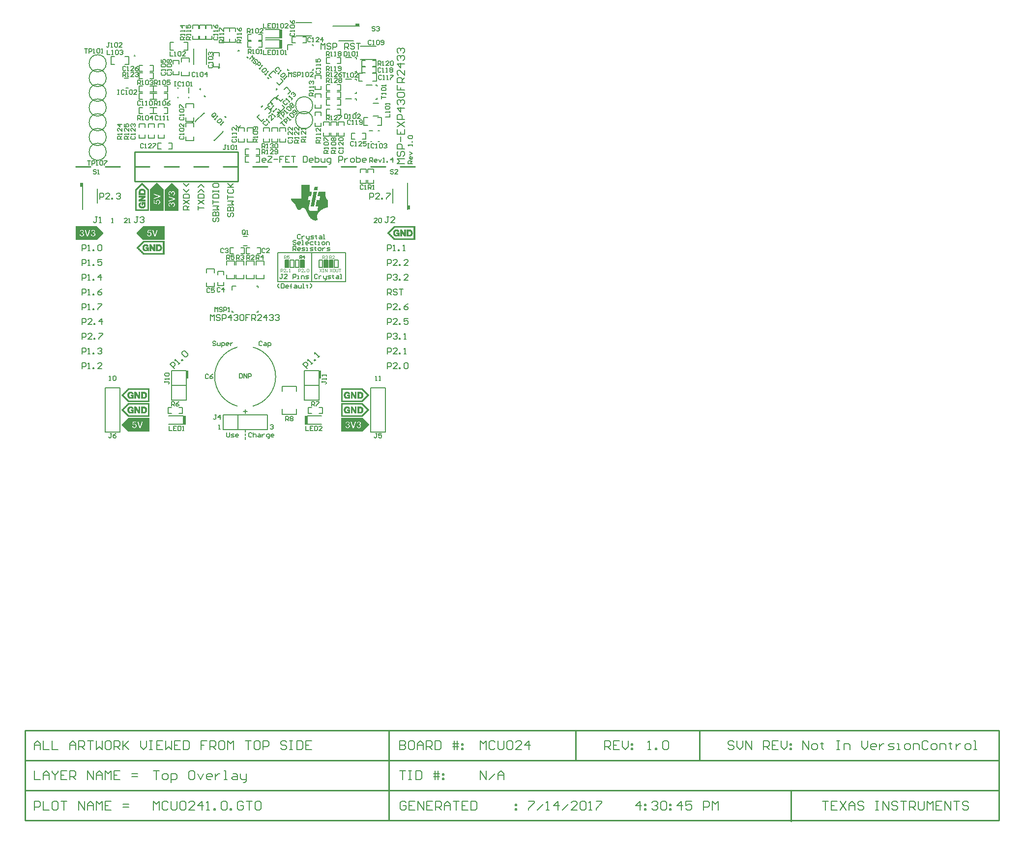
<source format=gto>
G04 Layer_Color=65535*
%FSAX25Y25*%
%MOIN*%
G70*
G01*
G75*
%ADD48C,0.01000*%
%ADD49C,0.00800*%
%ADD71C,0.00787*%
%ADD72C,0.00700*%
%ADD73C,0.00500*%
%ADD74C,0.00050*%
%ADD75C,0.00394*%
%ADD76C,0.00600*%
%ADD77C,0.00400*%
%ADD78R,0.02500X0.05000*%
%ADD79R,0.01500X0.05500*%
%ADD80R,0.01969X0.06299*%
%ADD81R,0.01378X0.02559*%
%ADD82R,0.02559X0.01378*%
G36*
X0238550Y0469550D02*
Y0469450D01*
Y0469350D01*
Y0469250D01*
X0238450D01*
Y0469150D01*
Y0469050D01*
Y0468950D01*
Y0468850D01*
Y0468750D01*
X0238350D01*
Y0468650D01*
Y0468550D01*
Y0468450D01*
Y0468350D01*
Y0468250D01*
X0238250D01*
Y0468150D01*
Y0468050D01*
Y0467950D01*
Y0467850D01*
Y0467750D01*
X0238150D01*
Y0467650D01*
Y0467550D01*
Y0467450D01*
Y0467350D01*
X0235750D01*
Y0467450D01*
Y0467550D01*
X0235850D01*
Y0467650D01*
Y0467750D01*
Y0467850D01*
Y0467950D01*
Y0468050D01*
X0235950D01*
Y0468150D01*
Y0468250D01*
Y0468350D01*
Y0468450D01*
Y0468550D01*
X0236050D01*
Y0468650D01*
Y0468750D01*
Y0468850D01*
Y0468950D01*
Y0469050D01*
X0236150D01*
Y0469150D01*
Y0469250D01*
Y0469350D01*
Y0469450D01*
Y0469550D01*
X0236250D01*
Y0469650D01*
X0238550D01*
Y0469550D01*
D02*
G37*
G36*
X0176603Y0516997D02*
X0175896Y0516290D01*
X0174836Y0517350D01*
X0175543Y0518057D01*
X0176603Y0516997D01*
D02*
G37*
G36*
X0232950Y0466350D02*
X0234550D01*
Y0466250D01*
X0234450D01*
Y0465750D01*
X0234350D01*
Y0465250D01*
X0234250D01*
Y0464750D01*
X0234150D01*
Y0464250D01*
X0234050D01*
Y0463750D01*
X0233950D01*
Y0463350D01*
X0232250D01*
Y0463050D01*
X0232150D01*
Y0462550D01*
X0232050D01*
Y0462050D01*
X0231950D01*
Y0461550D01*
X0231850D01*
Y0461050D01*
X0231750D01*
Y0460550D01*
X0233350D01*
Y0460150D01*
X0233250D01*
Y0459650D01*
X0233150D01*
Y0459150D01*
X0233050D01*
Y0458650D01*
X0232950D01*
Y0458150D01*
X0232850D01*
Y0457650D01*
X0232750D01*
Y0457150D01*
X0232650D01*
Y0456650D01*
X0232550D01*
Y0456150D01*
X0232450D01*
Y0455650D01*
X0232350D01*
Y0455150D01*
X0232250D01*
Y0454350D01*
X0232350D01*
Y0454050D01*
X0232450D01*
Y0453850D01*
X0232550D01*
Y0453750D01*
X0232650D01*
Y0453650D01*
X0232750D01*
Y0453550D01*
X0232950D01*
Y0453450D01*
X0233150D01*
Y0453350D01*
X0233550D01*
Y0453250D01*
X0234150D01*
Y0453150D01*
X0238050D01*
Y0453450D01*
X0238150D01*
Y0453950D01*
X0238250D01*
Y0454450D01*
X0238350D01*
Y0454950D01*
X0238450D01*
Y0455450D01*
X0238550D01*
Y0455950D01*
X0238650D01*
Y0456150D01*
X0237350D01*
Y0456250D01*
X0237150D01*
Y0456350D01*
X0237050D01*
Y0457250D01*
X0237150D01*
Y0457650D01*
X0237250D01*
Y0458150D01*
X0237350D01*
Y0458650D01*
X0237450D01*
Y0459150D01*
X0237550D01*
Y0459650D01*
X0237650D01*
Y0460150D01*
X0237750D01*
Y0460550D01*
X0239550D01*
Y0461050D01*
X0239650D01*
Y0461550D01*
X0239750D01*
Y0462050D01*
X0239850D01*
Y0462550D01*
X0239950D01*
Y0463050D01*
X0240050D01*
Y0463350D01*
X0238350D01*
Y0463650D01*
X0238450D01*
Y0464150D01*
X0238550D01*
Y0464650D01*
X0238650D01*
Y0465150D01*
X0238750D01*
Y0465650D01*
X0238850D01*
Y0466150D01*
X0238950D01*
Y0466350D01*
X0243750D01*
Y0462950D01*
X0243850D01*
Y0462450D01*
X0243950D01*
Y0462050D01*
X0244050D01*
Y0461850D01*
X0244150D01*
Y0461650D01*
X0244250D01*
Y0461450D01*
X0244350D01*
Y0461350D01*
X0244450D01*
Y0461150D01*
X0244550D01*
Y0461050D01*
X0244650D01*
Y0460950D01*
X0244750D01*
Y0460850D01*
X0244850D01*
Y0460750D01*
X0245050D01*
Y0460650D01*
X0245150D01*
Y0455750D01*
X0244950D01*
Y0455650D01*
X0244650D01*
Y0455550D01*
X0244250D01*
Y0455450D01*
X0243950D01*
Y0455350D01*
X0243650D01*
Y0455250D01*
X0243350D01*
Y0455150D01*
X0243150D01*
Y0455050D01*
X0242850D01*
Y0454950D01*
X0242650D01*
Y0454850D01*
X0242450D01*
Y0454750D01*
X0242250D01*
Y0454650D01*
X0242050D01*
Y0454550D01*
X0241850D01*
Y0454450D01*
X0241650D01*
Y0454350D01*
X0241450D01*
Y0454250D01*
X0241350D01*
Y0454150D01*
X0241150D01*
Y0454050D01*
X0240950D01*
Y0453950D01*
X0240850D01*
Y0453850D01*
X0240750D01*
Y0453750D01*
X0240550D01*
Y0453650D01*
X0240450D01*
Y0453550D01*
X0240350D01*
Y0453450D01*
X0240150D01*
Y0453350D01*
X0240050D01*
Y0453250D01*
X0239950D01*
Y0453150D01*
X0239850D01*
Y0453050D01*
X0239750D01*
Y0452950D01*
X0239650D01*
Y0452850D01*
X0239550D01*
Y0452750D01*
X0239450D01*
Y0452650D01*
X0239350D01*
Y0452550D01*
X0239250D01*
Y0452450D01*
X0239150D01*
Y0452350D01*
X0239050D01*
Y0452150D01*
X0238950D01*
Y0452050D01*
X0238850D01*
Y0451950D01*
X0238750D01*
Y0451750D01*
X0238650D01*
Y0451650D01*
X0238550D01*
Y0451450D01*
X0238450D01*
Y0451250D01*
X0238350D01*
Y0451050D01*
X0238250D01*
Y0450850D01*
X0238150D01*
Y0450550D01*
X0238050D01*
Y0450150D01*
X0237950D01*
Y0448650D01*
X0238050D01*
Y0448150D01*
X0238150D01*
Y0447750D01*
X0238250D01*
Y0447450D01*
X0238350D01*
Y0447250D01*
X0238450D01*
Y0447050D01*
X0238250D01*
Y0446950D01*
X0237950D01*
Y0446850D01*
X0237450D01*
Y0446750D01*
X0236350D01*
Y0446850D01*
X0235850D01*
Y0446950D01*
X0235550D01*
Y0447050D01*
X0235250D01*
Y0447150D01*
X0235050D01*
Y0447250D01*
X0234850D01*
Y0447350D01*
X0234750D01*
Y0447450D01*
X0234550D01*
Y0447550D01*
X0234450D01*
Y0447650D01*
X0234250D01*
Y0447750D01*
X0234150D01*
Y0447850D01*
X0234050D01*
Y0447950D01*
X0233850D01*
Y0448050D01*
X0233750D01*
Y0448150D01*
X0233650D01*
Y0448250D01*
X0233550D01*
Y0448350D01*
X0233450D01*
Y0448450D01*
X0233350D01*
Y0448550D01*
X0233250D01*
Y0448650D01*
X0233150D01*
Y0448850D01*
X0233050D01*
Y0448950D01*
X0232950D01*
Y0449050D01*
X0232850D01*
Y0449150D01*
X0232750D01*
Y0449350D01*
X0232650D01*
Y0449450D01*
X0232550D01*
Y0449650D01*
X0232450D01*
Y0449850D01*
X0232350D01*
Y0449950D01*
X0232250D01*
Y0450150D01*
X0232150D01*
Y0450350D01*
X0232050D01*
Y0450550D01*
X0231950D01*
Y0450750D01*
X0231850D01*
Y0450950D01*
X0231750D01*
Y0451150D01*
X0231650D01*
Y0451350D01*
X0231550D01*
Y0451550D01*
X0231450D01*
Y0451750D01*
X0231350D01*
Y0451950D01*
X0231250D01*
Y0452250D01*
X0231150D01*
Y0452450D01*
X0231050D01*
Y0452650D01*
X0230950D01*
Y0452850D01*
X0230850D01*
Y0453050D01*
X0230750D01*
Y0453250D01*
X0230650D01*
Y0453450D01*
X0230550D01*
Y0453650D01*
X0230450D01*
Y0453850D01*
X0230350D01*
Y0454050D01*
X0230250D01*
Y0454250D01*
X0230150D01*
Y0454350D01*
X0230050D01*
Y0454550D01*
X0229950D01*
Y0454650D01*
X0229850D01*
Y0454750D01*
X0229750D01*
Y0454850D01*
X0229650D01*
Y0454950D01*
X0229550D01*
Y0455050D01*
X0229450D01*
Y0455150D01*
X0229350D01*
Y0455250D01*
X0229150D01*
Y0455350D01*
X0228750D01*
Y0455450D01*
X0228550D01*
Y0455350D01*
X0228050D01*
Y0455250D01*
X0227850D01*
Y0455150D01*
X0227650D01*
Y0455050D01*
X0227550D01*
Y0454950D01*
X0227450D01*
Y0454850D01*
X0227350D01*
Y0454750D01*
X0227250D01*
Y0454650D01*
X0227150D01*
Y0454550D01*
X0227050D01*
Y0454450D01*
X0226950D01*
Y0454350D01*
X0226850D01*
Y0454250D01*
X0226750D01*
Y0454150D01*
X0226650D01*
Y0454050D01*
X0226550D01*
Y0453950D01*
X0226350D01*
Y0453850D01*
X0225550D01*
Y0453950D01*
X0225250D01*
Y0454050D01*
X0225050D01*
Y0454150D01*
X0224950D01*
Y0454250D01*
X0224850D01*
Y0454350D01*
X0224650D01*
Y0454550D01*
X0224550D01*
Y0454650D01*
X0224450D01*
Y0454750D01*
X0224350D01*
Y0454950D01*
X0224250D01*
Y0455150D01*
X0224150D01*
Y0455350D01*
X0224050D01*
Y0455550D01*
X0223950D01*
Y0455750D01*
X0223850D01*
Y0455950D01*
X0223750D01*
Y0456250D01*
X0223650D01*
Y0456450D01*
X0223550D01*
Y0456750D01*
X0223450D01*
Y0456950D01*
X0223350D01*
Y0457250D01*
X0223250D01*
Y0457350D01*
X0223150D01*
Y0457550D01*
X0223050D01*
Y0457650D01*
X0222950D01*
Y0457850D01*
X0222850D01*
Y0457950D01*
X0222750D01*
Y0458050D01*
X0222650D01*
Y0458150D01*
X0222550D01*
Y0458250D01*
X0222450D01*
Y0458350D01*
X0222350D01*
Y0458450D01*
X0222250D01*
Y0458550D01*
X0222150D01*
Y0458650D01*
X0222050D01*
Y0458750D01*
X0221950D01*
Y0458850D01*
X0221750D01*
Y0458950D01*
X0221650D01*
Y0459050D01*
X0221550D01*
Y0459150D01*
X0221450D01*
Y0459250D01*
X0221350D01*
Y0459350D01*
X0221250D01*
Y0459450D01*
X0221150D01*
Y0459550D01*
X0221050D01*
Y0459650D01*
X0220950D01*
Y0459850D01*
X0220850D01*
Y0459950D01*
X0220750D01*
Y0460150D01*
X0220650D01*
Y0460350D01*
X0220550D01*
Y0460550D01*
X0220450D01*
Y0460750D01*
X0220350D01*
Y0461150D01*
X0220250D01*
Y0461650D01*
X0227150D01*
Y0470950D01*
X0232950D01*
Y0466350D01*
D02*
G37*
G36*
X0237950Y0466250D02*
Y0466150D01*
X0237850D01*
Y0466050D01*
Y0465950D01*
Y0465850D01*
Y0465750D01*
Y0465650D01*
X0237750D01*
Y0465550D01*
Y0465450D01*
Y0465350D01*
Y0465250D01*
Y0465150D01*
X0237650D01*
Y0465050D01*
Y0464950D01*
Y0464850D01*
Y0464750D01*
Y0464650D01*
X0237550D01*
Y0464550D01*
Y0464450D01*
Y0464350D01*
Y0464250D01*
Y0464150D01*
X0237450D01*
Y0464050D01*
Y0463950D01*
Y0463850D01*
Y0463750D01*
Y0463650D01*
X0237350D01*
Y0463550D01*
Y0463450D01*
Y0463350D01*
Y0463250D01*
Y0463150D01*
X0237250D01*
Y0463050D01*
Y0462950D01*
Y0462850D01*
Y0462750D01*
Y0462650D01*
X0237150D01*
Y0462550D01*
Y0462450D01*
Y0462350D01*
Y0462250D01*
Y0462150D01*
X0237050D01*
Y0462050D01*
Y0461950D01*
Y0461850D01*
Y0461750D01*
Y0461650D01*
X0236950D01*
Y0461550D01*
Y0461450D01*
Y0461350D01*
Y0461250D01*
Y0461150D01*
X0236850D01*
Y0461050D01*
Y0460950D01*
Y0460850D01*
Y0460750D01*
Y0460650D01*
X0236750D01*
Y0460550D01*
Y0460450D01*
Y0460350D01*
Y0460250D01*
Y0460150D01*
X0236650D01*
Y0460050D01*
Y0459950D01*
Y0459850D01*
Y0459750D01*
Y0459650D01*
X0236550D01*
Y0459550D01*
Y0459450D01*
Y0459350D01*
Y0459250D01*
Y0459150D01*
X0236450D01*
Y0459050D01*
Y0458950D01*
Y0458850D01*
Y0458750D01*
Y0458650D01*
X0236350D01*
Y0458550D01*
Y0458450D01*
Y0458350D01*
Y0458250D01*
Y0458150D01*
X0236250D01*
Y0458050D01*
Y0457950D01*
Y0457850D01*
Y0457750D01*
Y0457650D01*
X0236150D01*
Y0457550D01*
Y0457450D01*
Y0457350D01*
Y0457250D01*
Y0457150D01*
X0236050D01*
Y0457050D01*
Y0456950D01*
Y0456850D01*
Y0456750D01*
Y0456650D01*
X0235950D01*
Y0456550D01*
Y0456450D01*
Y0456350D01*
Y0456250D01*
Y0456150D01*
X0233550D01*
Y0456250D01*
Y0456350D01*
Y0456450D01*
X0233650D01*
Y0456550D01*
Y0456650D01*
Y0456750D01*
Y0456850D01*
Y0456950D01*
X0233750D01*
Y0457050D01*
Y0457150D01*
Y0457250D01*
Y0457350D01*
Y0457450D01*
X0233850D01*
Y0457550D01*
Y0457650D01*
Y0457750D01*
Y0457850D01*
Y0457950D01*
X0233950D01*
Y0458050D01*
Y0458150D01*
Y0458250D01*
Y0458350D01*
Y0458450D01*
X0234050D01*
Y0458550D01*
Y0458650D01*
Y0458750D01*
Y0458850D01*
Y0458950D01*
X0234150D01*
Y0459050D01*
Y0459150D01*
Y0459250D01*
Y0459350D01*
Y0459450D01*
X0234250D01*
Y0459550D01*
Y0459650D01*
Y0459750D01*
Y0459850D01*
Y0459950D01*
X0234350D01*
Y0460050D01*
Y0460150D01*
Y0460250D01*
Y0460350D01*
Y0460450D01*
X0234450D01*
Y0460550D01*
Y0460650D01*
Y0460750D01*
Y0460850D01*
Y0460950D01*
X0234550D01*
Y0461050D01*
Y0461150D01*
Y0461250D01*
Y0461350D01*
Y0461450D01*
X0234650D01*
Y0461550D01*
Y0461650D01*
Y0461750D01*
Y0461850D01*
Y0461950D01*
X0234750D01*
Y0462050D01*
Y0462150D01*
Y0462250D01*
Y0462350D01*
Y0462450D01*
X0234850D01*
Y0462550D01*
Y0462650D01*
Y0462750D01*
Y0462850D01*
Y0462950D01*
X0234950D01*
Y0463050D01*
Y0463150D01*
Y0463250D01*
Y0463350D01*
Y0463450D01*
X0235050D01*
Y0463550D01*
Y0463650D01*
Y0463750D01*
Y0463850D01*
Y0463950D01*
X0235150D01*
Y0464050D01*
Y0464150D01*
Y0464250D01*
Y0464350D01*
Y0464450D01*
X0235250D01*
Y0464550D01*
Y0464650D01*
Y0464750D01*
Y0464850D01*
Y0464950D01*
X0235350D01*
Y0465050D01*
Y0465150D01*
Y0465250D01*
Y0465350D01*
Y0465450D01*
X0235450D01*
Y0465550D01*
Y0465650D01*
Y0465750D01*
Y0465850D01*
Y0465950D01*
X0235550D01*
Y0466050D01*
Y0466150D01*
Y0466250D01*
Y0466350D01*
X0237950D01*
Y0466250D01*
D02*
G37*
G36*
X0201525Y0524311D02*
X0200465Y0523251D01*
X0199758Y0523958D01*
X0200818Y0525018D01*
X0201525Y0524311D01*
D02*
G37*
G36*
X0172426Y0550626D02*
X0171366Y0549566D01*
X0170659Y0550273D01*
X0171719Y0551333D01*
X0172426Y0550626D01*
D02*
G37*
G36*
X0191780Y0557234D02*
X0191073Y0556527D01*
X0190012Y0557588D01*
X0190719Y0558295D01*
X0191780Y0557234D01*
D02*
G37*
G36*
X0162680Y0530920D02*
X0161973Y0530213D01*
X0160913Y0531273D01*
X0161620Y0531980D01*
X0162680Y0530920D01*
D02*
G37*
G36*
X0205703Y0543311D02*
X0204995Y0542604D01*
X0203935Y0543665D01*
X0204642Y0544372D01*
X0205703Y0543311D01*
D02*
G37*
G54D48*
X0074200Y0483400D02*
X0084200D01*
X0294200D02*
X0304200D01*
X0274200D02*
X0284200D01*
X0254200D02*
X0264200D01*
X0174200D02*
X0184200D01*
X0194200D02*
X0204200D01*
X0214200D02*
X0224200D01*
X0234200D02*
X0244200D01*
X0154200D02*
X0164200D01*
X0134200D02*
X0144200D01*
X0114200D02*
X0124200D01*
X0094200D02*
X0104200D01*
X0114200Y0473400D02*
Y0493400D01*
Y0473400D02*
X0184200D01*
Y0493400D01*
X0114200D02*
X0184200D01*
X0559400Y0039400D02*
Y0059683D01*
X0440500Y0040050D02*
X0700200D01*
Y0101050D01*
X0286500Y0040050D02*
Y0101050D01*
X0040000Y0040050D02*
Y0101050D01*
X0040050Y0040050D02*
X0197600D01*
X0040050D02*
Y0101050D01*
Y0101050D02*
X0700200D01*
X0040000Y0040050D02*
X0440500D01*
X0040000Y0060383D02*
X0700000D01*
X0040000Y0080717D02*
X0700200D01*
X0413200D02*
Y0101050D01*
X0497200Y0080717D02*
Y0101050D01*
G54D49*
X0189200Y0298400D02*
Y0299900D01*
Y0300900D02*
Y0302400D01*
Y0303400D02*
Y0304900D01*
X0174200D02*
X0184200D01*
X0174200D02*
Y0314900D01*
X0204200D01*
X0184200Y0304900D02*
X0204200D01*
X0184200D02*
Y0314900D01*
X0273700Y0461400D02*
Y0465398D01*
X0275699D01*
X0276366Y0464732D01*
Y0463399D01*
X0275699Y0462733D01*
X0273700D01*
X0280364Y0461400D02*
X0277699D01*
X0280364Y0464066D01*
Y0464732D01*
X0279698Y0465398D01*
X0278365D01*
X0277699Y0464732D01*
X0281697Y0461400D02*
Y0462066D01*
X0282364D01*
Y0461400D01*
X0281697D01*
X0285030Y0465398D02*
X0287695D01*
Y0464732D01*
X0285030Y0462066D01*
Y0461400D01*
X0090700Y0461400D02*
Y0465399D01*
X0092699D01*
X0093366Y0464732D01*
Y0463399D01*
X0092699Y0462733D01*
X0090700D01*
X0097364Y0461400D02*
X0094699D01*
X0097364Y0464066D01*
Y0464732D01*
X0096698Y0465399D01*
X0095365D01*
X0094699Y0464732D01*
X0098697Y0461400D02*
Y0462066D01*
X0099364D01*
Y0461400D01*
X0098697D01*
X0102030Y0464732D02*
X0102696Y0465399D01*
X0104029D01*
X0104695Y0464732D01*
Y0464066D01*
X0104029Y0463399D01*
X0103363D01*
X0104029D01*
X0104695Y0462733D01*
Y0462066D01*
X0104029Y0461400D01*
X0102696D01*
X0102030Y0462066D01*
X0078700Y0346400D02*
Y0350398D01*
X0080699D01*
X0081366Y0349732D01*
Y0348399D01*
X0080699Y0347733D01*
X0078700D01*
X0082699Y0346400D02*
X0084031D01*
X0083365D01*
Y0350398D01*
X0082699Y0349732D01*
X0086031Y0346400D02*
Y0347066D01*
X0086697D01*
Y0346400D01*
X0086031D01*
X0092029D02*
X0089363D01*
X0092029Y0349065D01*
Y0349732D01*
X0091362Y0350398D01*
X0090030D01*
X0089363Y0349732D01*
X0078700Y0356400D02*
Y0360398D01*
X0080699D01*
X0081366Y0359732D01*
Y0358399D01*
X0080699Y0357733D01*
X0078700D01*
X0082699Y0356400D02*
X0084031D01*
X0083365D01*
Y0360398D01*
X0082699Y0359732D01*
X0086031Y0356400D02*
Y0357066D01*
X0086697D01*
Y0356400D01*
X0086031D01*
X0089363Y0359732D02*
X0090030Y0360398D01*
X0091362D01*
X0092029Y0359732D01*
Y0359066D01*
X0091362Y0358399D01*
X0090696D01*
X0091362D01*
X0092029Y0357733D01*
Y0357066D01*
X0091362Y0356400D01*
X0090030D01*
X0089363Y0357066D01*
X0078700Y0366400D02*
Y0370398D01*
X0080699D01*
X0081366Y0369732D01*
Y0368399D01*
X0080699Y0367733D01*
X0078700D01*
X0085364Y0366400D02*
X0082699D01*
X0085364Y0369065D01*
Y0369732D01*
X0084698Y0370398D01*
X0083365D01*
X0082699Y0369732D01*
X0086697Y0366400D02*
Y0367066D01*
X0087364D01*
Y0366400D01*
X0086697D01*
X0090030Y0370398D02*
X0092695D01*
Y0369732D01*
X0090030Y0367066D01*
Y0366400D01*
X0078700Y0376400D02*
Y0380398D01*
X0080699D01*
X0081366Y0379732D01*
Y0378399D01*
X0080699Y0377733D01*
X0078700D01*
X0085364Y0376400D02*
X0082699D01*
X0085364Y0379065D01*
Y0379732D01*
X0084698Y0380398D01*
X0083365D01*
X0082699Y0379732D01*
X0086697Y0376400D02*
Y0377066D01*
X0087364D01*
Y0376400D01*
X0086697D01*
X0092029D02*
Y0380398D01*
X0090030Y0378399D01*
X0092695D01*
X0078700Y0386400D02*
Y0390398D01*
X0080699D01*
X0081366Y0389732D01*
Y0388399D01*
X0080699Y0387733D01*
X0078700D01*
X0082699Y0386400D02*
X0084031D01*
X0083365D01*
Y0390398D01*
X0082699Y0389732D01*
X0086031Y0386400D02*
Y0387066D01*
X0086697D01*
Y0386400D01*
X0086031D01*
X0089363Y0390398D02*
X0092029D01*
Y0389732D01*
X0089363Y0387066D01*
Y0386400D01*
X0078700Y0396400D02*
Y0400398D01*
X0080699D01*
X0081366Y0399732D01*
Y0398399D01*
X0080699Y0397733D01*
X0078700D01*
X0082699Y0396400D02*
X0084031D01*
X0083365D01*
Y0400398D01*
X0082699Y0399732D01*
X0086031Y0396400D02*
Y0397066D01*
X0086697D01*
Y0396400D01*
X0086031D01*
X0092029Y0400398D02*
X0090696Y0399732D01*
X0089363Y0398399D01*
Y0397066D01*
X0090030Y0396400D01*
X0091362D01*
X0092029Y0397066D01*
Y0397733D01*
X0091362Y0398399D01*
X0089363D01*
X0078700Y0406400D02*
Y0410398D01*
X0080699D01*
X0081366Y0409732D01*
Y0408399D01*
X0080699Y0407733D01*
X0078700D01*
X0082699Y0406400D02*
X0084031D01*
X0083365D01*
Y0410398D01*
X0082699Y0409732D01*
X0086031Y0406400D02*
Y0407066D01*
X0086697D01*
Y0406400D01*
X0086031D01*
X0091362D02*
Y0410398D01*
X0089363Y0408399D01*
X0092029D01*
X0078700Y0416400D02*
Y0420398D01*
X0080699D01*
X0081366Y0419732D01*
Y0418399D01*
X0080699Y0417733D01*
X0078700D01*
X0082699Y0416400D02*
X0084031D01*
X0083365D01*
Y0420398D01*
X0082699Y0419732D01*
X0086031Y0416400D02*
Y0417066D01*
X0086697D01*
Y0416400D01*
X0086031D01*
X0092029Y0420398D02*
X0089363D01*
Y0418399D01*
X0090696Y0419066D01*
X0091362D01*
X0092029Y0418399D01*
Y0417066D01*
X0091362Y0416400D01*
X0090030D01*
X0089363Y0417066D01*
X0078700Y0426400D02*
Y0430398D01*
X0080699D01*
X0081366Y0429732D01*
Y0428399D01*
X0080699Y0427733D01*
X0078700D01*
X0082699Y0426400D02*
X0084031D01*
X0083365D01*
Y0430398D01*
X0082699Y0429732D01*
X0086031Y0426400D02*
Y0427066D01*
X0086697D01*
Y0426400D01*
X0086031D01*
X0089363Y0429732D02*
X0090030Y0430398D01*
X0091362D01*
X0092029Y0429732D01*
Y0427066D01*
X0091362Y0426400D01*
X0090030D01*
X0089363Y0427066D01*
Y0429732D01*
X0285700Y0346400D02*
Y0350399D01*
X0287699D01*
X0288366Y0349732D01*
Y0348399D01*
X0287699Y0347733D01*
X0285700D01*
X0292365Y0346400D02*
X0289699D01*
X0292365Y0349066D01*
Y0349732D01*
X0291698Y0350399D01*
X0290365D01*
X0289699Y0349732D01*
X0293697Y0346400D02*
Y0347066D01*
X0294364D01*
Y0346400D01*
X0293697D01*
X0297030Y0349732D02*
X0297696Y0350399D01*
X0299029D01*
X0299695Y0349732D01*
Y0347066D01*
X0299029Y0346400D01*
X0297696D01*
X0297030Y0347066D01*
Y0349732D01*
X0285700Y0356400D02*
Y0360399D01*
X0287699D01*
X0288366Y0359732D01*
Y0358399D01*
X0287699Y0357733D01*
X0285700D01*
X0292365Y0356400D02*
X0289699D01*
X0292365Y0359066D01*
Y0359732D01*
X0291698Y0360399D01*
X0290365D01*
X0289699Y0359732D01*
X0293697Y0356400D02*
Y0357066D01*
X0294364D01*
Y0356400D01*
X0293697D01*
X0297030D02*
X0298363D01*
X0297696D01*
Y0360399D01*
X0297030Y0359732D01*
X0285700Y0366400D02*
Y0370399D01*
X0287699D01*
X0288366Y0369732D01*
Y0368399D01*
X0287699Y0367733D01*
X0285700D01*
X0289699Y0369732D02*
X0290365Y0370399D01*
X0291698D01*
X0292365Y0369732D01*
Y0369066D01*
X0291698Y0368399D01*
X0291032D01*
X0291698D01*
X0292365Y0367733D01*
Y0367066D01*
X0291698Y0366400D01*
X0290365D01*
X0289699Y0367066D01*
X0293697Y0366400D02*
Y0367066D01*
X0294364D01*
Y0366400D01*
X0293697D01*
X0297030D02*
X0298363D01*
X0297696D01*
Y0370399D01*
X0297030Y0369732D01*
X0285700Y0376400D02*
Y0380399D01*
X0287699D01*
X0288366Y0379732D01*
Y0378399D01*
X0287699Y0377733D01*
X0285700D01*
X0292365Y0376400D02*
X0289699D01*
X0292365Y0379066D01*
Y0379732D01*
X0291698Y0380399D01*
X0290365D01*
X0289699Y0379732D01*
X0293697Y0376400D02*
Y0377066D01*
X0294364D01*
Y0376400D01*
X0293697D01*
X0299695Y0380399D02*
X0297030D01*
Y0378399D01*
X0298363Y0379066D01*
X0299029D01*
X0299695Y0378399D01*
Y0377066D01*
X0299029Y0376400D01*
X0297696D01*
X0297030Y0377066D01*
X0285700Y0386400D02*
Y0390399D01*
X0287699D01*
X0288366Y0389732D01*
Y0388399D01*
X0287699Y0387733D01*
X0285700D01*
X0292365Y0386400D02*
X0289699D01*
X0292365Y0389066D01*
Y0389732D01*
X0291698Y0390399D01*
X0290365D01*
X0289699Y0389732D01*
X0293697Y0386400D02*
Y0387066D01*
X0294364D01*
Y0386400D01*
X0293697D01*
X0299695Y0390399D02*
X0298363Y0389732D01*
X0297030Y0388399D01*
Y0387066D01*
X0297696Y0386400D01*
X0299029D01*
X0299695Y0387066D01*
Y0387733D01*
X0299029Y0388399D01*
X0297030D01*
X0285700Y0396400D02*
Y0400399D01*
X0287699D01*
X0288366Y0399732D01*
Y0398399D01*
X0287699Y0397733D01*
X0285700D01*
X0287033D02*
X0288366Y0396400D01*
X0292365Y0399732D02*
X0291698Y0400399D01*
X0290365D01*
X0289699Y0399732D01*
Y0399066D01*
X0290365Y0398399D01*
X0291698D01*
X0292365Y0397733D01*
Y0397066D01*
X0291698Y0396400D01*
X0290365D01*
X0289699Y0397066D01*
X0293697Y0400399D02*
X0296363D01*
X0295030D01*
Y0396400D01*
X0285700Y0406400D02*
Y0410399D01*
X0287699D01*
X0288366Y0409732D01*
Y0408399D01*
X0287699Y0407733D01*
X0285700D01*
X0289699Y0409732D02*
X0290365Y0410399D01*
X0291698D01*
X0292365Y0409732D01*
Y0409066D01*
X0291698Y0408399D01*
X0291032D01*
X0291698D01*
X0292365Y0407733D01*
Y0407066D01*
X0291698Y0406400D01*
X0290365D01*
X0289699Y0407066D01*
X0293697Y0406400D02*
Y0407066D01*
X0294364D01*
Y0406400D01*
X0293697D01*
X0299695D02*
X0297030D01*
X0299695Y0409066D01*
Y0409732D01*
X0299029Y0410399D01*
X0297696D01*
X0297030Y0409732D01*
X0285700Y0416400D02*
Y0420399D01*
X0287699D01*
X0288366Y0419732D01*
Y0418399D01*
X0287699Y0417733D01*
X0285700D01*
X0292365Y0416400D02*
X0289699D01*
X0292365Y0419066D01*
Y0419732D01*
X0291698Y0420399D01*
X0290365D01*
X0289699Y0419732D01*
X0293697Y0416400D02*
Y0417066D01*
X0294364D01*
Y0416400D01*
X0293697D01*
X0299695D02*
X0297030D01*
X0299695Y0419066D01*
Y0419732D01*
X0299029Y0420399D01*
X0297696D01*
X0297030Y0419732D01*
X0285700Y0426400D02*
Y0430399D01*
X0287699D01*
X0288366Y0429732D01*
Y0428399D01*
X0287699Y0427733D01*
X0285700D01*
X0289699Y0426400D02*
X0291032D01*
X0290365D01*
Y0430399D01*
X0289699Y0429732D01*
X0293031Y0426400D02*
Y0427066D01*
X0293697D01*
Y0426400D01*
X0293031D01*
X0296363D02*
X0297696D01*
X0297030D01*
Y0430399D01*
X0296363Y0429732D01*
X0126900Y0073549D02*
X0130899D01*
X0128899D01*
Y0067551D01*
X0133898D02*
X0135897D01*
X0136897Y0068550D01*
Y0070550D01*
X0135897Y0071549D01*
X0133898D01*
X0132898Y0070550D01*
Y0068550D01*
X0133898Y0067551D01*
X0138896Y0065551D02*
Y0071549D01*
X0141895D01*
X0142895Y0070550D01*
Y0068550D01*
X0141895Y0067551D01*
X0138896D01*
X0153891Y0073549D02*
X0151892D01*
X0150892Y0072549D01*
Y0068550D01*
X0151892Y0067551D01*
X0153891D01*
X0154891Y0068550D01*
Y0072549D01*
X0153891Y0073549D01*
X0156890Y0071549D02*
X0158890Y0067551D01*
X0160889Y0071549D01*
X0165887Y0067551D02*
X0163888D01*
X0162888Y0068550D01*
Y0070550D01*
X0163888Y0071549D01*
X0165887D01*
X0166887Y0070550D01*
Y0069550D01*
X0162888D01*
X0168886Y0071549D02*
Y0067551D01*
Y0069550D01*
X0169886Y0070550D01*
X0170886Y0071549D01*
X0171885D01*
X0174884Y0067551D02*
X0176884D01*
X0175884D01*
Y0073549D01*
X0174884D01*
X0180883Y0071549D02*
X0182882D01*
X0183882Y0070550D01*
Y0067551D01*
X0180883D01*
X0179883Y0068550D01*
X0180883Y0069550D01*
X0183882D01*
X0185881Y0071549D02*
Y0068550D01*
X0186881Y0067551D01*
X0189880D01*
Y0066551D01*
X0188880Y0065551D01*
X0187880D01*
X0189880Y0067551D02*
Y0071549D01*
X0141200Y0346414D02*
X0138373Y0349241D01*
X0139786Y0350655D01*
X0140729D01*
X0141671Y0349712D01*
Y0348770D01*
X0140258Y0347356D01*
X0144027Y0349241D02*
X0144970Y0350184D01*
X0144499Y0349712D01*
X0141671Y0352540D01*
Y0351597D01*
X0146384D02*
X0145913Y0352069D01*
X0146384Y0352540D01*
X0146855Y0352069D01*
X0146384Y0351597D01*
Y0356310D02*
Y0357252D01*
X0147326Y0358195D01*
X0148269D01*
X0150154Y0356310D01*
Y0355367D01*
X0149211Y0354425D01*
X0148269D01*
X0146384Y0356310D01*
X0231200Y0346400D02*
X0228373Y0349228D01*
X0229786Y0350641D01*
X0230729D01*
X0231671Y0349699D01*
Y0348756D01*
X0230258Y0347342D01*
X0234028Y0349228D02*
X0234970Y0350170D01*
X0234499Y0349699D01*
X0231671Y0352526D01*
Y0351584D01*
X0236384D02*
X0235913Y0352055D01*
X0236384Y0352526D01*
X0236855Y0352055D01*
X0236384Y0351584D01*
X0238740Y0353940D02*
X0239683Y0354883D01*
X0239211Y0354411D01*
X0236384Y0357239D01*
Y0356296D01*
X0348550Y0067500D02*
Y0073498D01*
X0352549Y0067500D01*
Y0073498D01*
X0354548Y0067500D02*
X0358547Y0071499D01*
X0360546Y0067500D02*
Y0071499D01*
X0362545Y0073498D01*
X0364545Y0071499D01*
Y0067500D01*
Y0070499D01*
X0360546D01*
X0294000Y0073498D02*
X0297999D01*
X0295999D01*
Y0067500D01*
X0299998Y0073498D02*
X0301997D01*
X0300998D01*
Y0067500D01*
X0299998D01*
X0301997D01*
X0304996Y0073498D02*
Y0067500D01*
X0307996D01*
X0308995Y0068500D01*
Y0072498D01*
X0307996Y0073498D01*
X0304996D01*
X0317992Y0067500D02*
Y0073498D01*
X0319992D02*
Y0067500D01*
X0316993Y0071499D02*
X0319992D01*
X0320991D01*
X0316993Y0069499D02*
X0320991D01*
X0322991Y0071499D02*
X0323990D01*
Y0070499D01*
X0322991D01*
Y0071499D01*
Y0068500D02*
X0323990D01*
Y0067500D01*
X0322991D01*
Y0068500D01*
X0580500Y0052965D02*
X0584499D01*
X0582499D01*
Y0046966D01*
X0590497Y0052965D02*
X0586498D01*
Y0046966D01*
X0590497D01*
X0586498Y0049966D02*
X0588497D01*
X0592496Y0052965D02*
X0596495Y0046966D01*
Y0052965D02*
X0592496Y0046966D01*
X0598494D02*
Y0050965D01*
X0600493Y0052965D01*
X0602493Y0050965D01*
Y0046966D01*
Y0049966D01*
X0598494D01*
X0608491Y0051965D02*
X0607491Y0052965D01*
X0605492D01*
X0604492Y0051965D01*
Y0050965D01*
X0605492Y0049966D01*
X0607491D01*
X0608491Y0048966D01*
Y0047966D01*
X0607491Y0046966D01*
X0605492D01*
X0604492Y0047966D01*
X0616488Y0052965D02*
X0618488D01*
X0617488D01*
Y0046966D01*
X0616488D01*
X0618488D01*
X0621487D02*
Y0052965D01*
X0625486Y0046966D01*
Y0052965D01*
X0631484Y0051965D02*
X0630484Y0052965D01*
X0628484D01*
X0627485Y0051965D01*
Y0050965D01*
X0628484Y0049966D01*
X0630484D01*
X0631484Y0048966D01*
Y0047966D01*
X0630484Y0046966D01*
X0628484D01*
X0627485Y0047966D01*
X0633483Y0052965D02*
X0637482D01*
X0635482D01*
Y0046966D01*
X0639481D02*
Y0052965D01*
X0642480D01*
X0643480Y0051965D01*
Y0049966D01*
X0642480Y0048966D01*
X0639481D01*
X0641480D02*
X0643480Y0046966D01*
X0645479Y0052965D02*
Y0047966D01*
X0646479Y0046966D01*
X0648478D01*
X0649478Y0047966D01*
Y0052965D01*
X0651477Y0046966D02*
Y0052965D01*
X0653476Y0050965D01*
X0655476Y0052965D01*
Y0046966D01*
X0661474Y0052965D02*
X0657475D01*
Y0046966D01*
X0661474D01*
X0657475Y0049966D02*
X0659474D01*
X0663473Y0046966D02*
Y0052965D01*
X0667472Y0046966D01*
Y0052965D01*
X0669471D02*
X0673470D01*
X0671471D01*
Y0046966D01*
X0679468Y0051965D02*
X0678468Y0052965D01*
X0676469D01*
X0675469Y0051965D01*
Y0050965D01*
X0676469Y0049966D01*
X0678468D01*
X0679468Y0048966D01*
Y0047966D01*
X0678468Y0046966D01*
X0676469D01*
X0675469Y0047966D01*
X0457049Y0046966D02*
Y0052965D01*
X0454050Y0049966D01*
X0458049D01*
X0460048Y0050965D02*
X0461048D01*
Y0049966D01*
X0460048D01*
Y0050965D01*
Y0047966D02*
X0461048D01*
Y0046966D01*
X0460048D01*
Y0047966D01*
X0465046Y0051965D02*
X0466046Y0052965D01*
X0468046D01*
X0469045Y0051965D01*
Y0050965D01*
X0468046Y0049966D01*
X0467046D01*
X0468046D01*
X0469045Y0048966D01*
Y0047966D01*
X0468046Y0046966D01*
X0466046D01*
X0465046Y0047966D01*
X0471044Y0051965D02*
X0472044Y0052965D01*
X0474044D01*
X0475043Y0051965D01*
Y0047966D01*
X0474044Y0046966D01*
X0472044D01*
X0471044Y0047966D01*
Y0051965D01*
X0477043Y0050965D02*
X0478042D01*
Y0049966D01*
X0477043D01*
Y0050965D01*
Y0047966D02*
X0478042D01*
Y0046966D01*
X0477043D01*
Y0047966D01*
X0485040Y0046966D02*
Y0052965D01*
X0482041Y0049966D01*
X0486040D01*
X0492038Y0052965D02*
X0488039D01*
Y0049966D01*
X0490038Y0050965D01*
X0491038D01*
X0492038Y0049966D01*
Y0047966D01*
X0491038Y0046966D01*
X0489039D01*
X0488039Y0047966D01*
X0500035Y0046966D02*
Y0052965D01*
X0503034D01*
X0504034Y0051965D01*
Y0049966D01*
X0503034Y0048966D01*
X0500035D01*
X0506033Y0046966D02*
Y0052965D01*
X0508033Y0050965D01*
X0510032Y0052965D01*
Y0046966D01*
X0046350D02*
Y0052965D01*
X0049349D01*
X0050349Y0051965D01*
Y0049966D01*
X0049349Y0048966D01*
X0046350D01*
X0052348Y0052965D02*
Y0046966D01*
X0056347D01*
X0061345Y0052965D02*
X0059346D01*
X0058346Y0051965D01*
Y0047966D01*
X0059346Y0046966D01*
X0061345D01*
X0062345Y0047966D01*
Y0051965D01*
X0061345Y0052965D01*
X0064344D02*
X0068343D01*
X0066343D01*
Y0046966D01*
X0076340D02*
Y0052965D01*
X0080339Y0046966D01*
Y0052965D01*
X0082338Y0046966D02*
Y0050965D01*
X0084338Y0052965D01*
X0086337Y0050965D01*
Y0046966D01*
Y0049966D01*
X0082338D01*
X0088336Y0046966D02*
Y0052965D01*
X0090336Y0050965D01*
X0092335Y0052965D01*
Y0046966D01*
X0098333Y0052965D02*
X0094335D01*
Y0046966D01*
X0098333D01*
X0094335Y0049966D02*
X0096334D01*
X0106331Y0048966D02*
X0110329D01*
X0106331Y0050965D02*
X0110329D01*
X0046350Y0073549D02*
Y0067551D01*
X0050349D01*
X0052348D02*
Y0071549D01*
X0054347Y0073549D01*
X0056347Y0071549D01*
Y0067551D01*
Y0070550D01*
X0052348D01*
X0058346Y0073549D02*
Y0072549D01*
X0060346Y0070550D01*
X0062345Y0072549D01*
Y0073549D01*
X0060346Y0070550D02*
Y0067551D01*
X0068343Y0073549D02*
X0064344D01*
Y0067551D01*
X0068343D01*
X0064344Y0070550D02*
X0066343D01*
X0070342Y0067551D02*
Y0073549D01*
X0073341D01*
X0074341Y0072549D01*
Y0070550D01*
X0073341Y0069550D01*
X0070342D01*
X0072342D02*
X0074341Y0067551D01*
X0082338D02*
Y0073549D01*
X0086337Y0067551D01*
Y0073549D01*
X0088336Y0067551D02*
Y0071549D01*
X0090336Y0073549D01*
X0092335Y0071549D01*
Y0067551D01*
Y0070550D01*
X0088336D01*
X0094335Y0067551D02*
Y0073549D01*
X0096334Y0071549D01*
X0098333Y0073549D01*
Y0067551D01*
X0104331Y0073549D02*
X0100332D01*
Y0067551D01*
X0104331D01*
X0100332Y0070550D02*
X0102332D01*
X0112329Y0069550D02*
X0116327D01*
X0112329Y0071549D02*
X0116327D01*
X0294000Y0093831D02*
Y0087833D01*
X0296999D01*
X0297999Y0088833D01*
Y0089833D01*
X0296999Y0090832D01*
X0294000D01*
X0296999D01*
X0297999Y0091832D01*
Y0092832D01*
X0296999Y0093831D01*
X0294000D01*
X0302997D02*
X0300998D01*
X0299998Y0092832D01*
Y0088833D01*
X0300998Y0087833D01*
X0302997D01*
X0303997Y0088833D01*
Y0092832D01*
X0302997Y0093831D01*
X0305996Y0087833D02*
Y0091832D01*
X0307996Y0093831D01*
X0309995Y0091832D01*
Y0087833D01*
Y0090832D01*
X0305996D01*
X0311994Y0087833D02*
Y0093831D01*
X0314993D01*
X0315993Y0092832D01*
Y0090832D01*
X0314993Y0089833D01*
X0311994D01*
X0313994D02*
X0315993Y0087833D01*
X0317992Y0093831D02*
Y0087833D01*
X0320991D01*
X0321991Y0088833D01*
Y0092832D01*
X0320991Y0093831D01*
X0317992D01*
X0330988Y0087833D02*
Y0093831D01*
X0332987D02*
Y0087833D01*
X0329988Y0091832D02*
X0332987D01*
X0333987D01*
X0329988Y0089833D02*
X0333987D01*
X0335986Y0091832D02*
X0336986D01*
Y0090832D01*
X0335986D01*
Y0091832D01*
Y0088833D02*
X0336986D01*
Y0087833D01*
X0335986D01*
Y0088833D01*
X0348550Y0087833D02*
Y0093831D01*
X0350549Y0091832D01*
X0352549Y0093831D01*
Y0087833D01*
X0358547Y0092832D02*
X0357547Y0093831D01*
X0355548D01*
X0354548Y0092832D01*
Y0088833D01*
X0355548Y0087833D01*
X0357547D01*
X0358547Y0088833D01*
X0360546Y0093831D02*
Y0088833D01*
X0361546Y0087833D01*
X0363545D01*
X0364545Y0088833D01*
Y0093831D01*
X0366544Y0092832D02*
X0367544Y0093831D01*
X0369543D01*
X0370543Y0092832D01*
Y0088833D01*
X0369543Y0087833D01*
X0367544D01*
X0366544Y0088833D01*
Y0092832D01*
X0376541Y0087833D02*
X0372542D01*
X0376541Y0091832D01*
Y0092832D01*
X0375541Y0093831D01*
X0373542D01*
X0372542Y0092832D01*
X0381539Y0087833D02*
Y0093831D01*
X0378540Y0090832D01*
X0382539D01*
X0462150Y0087833D02*
X0464149D01*
X0463150D01*
Y0093831D01*
X0462150Y0092832D01*
X0467148Y0087833D02*
Y0088833D01*
X0468148D01*
Y0087833D01*
X0467148D01*
X0472147Y0092832D02*
X0473146Y0093831D01*
X0475146D01*
X0476146Y0092832D01*
Y0088833D01*
X0475146Y0087833D01*
X0473146D01*
X0472147Y0088833D01*
Y0092832D01*
X0046350Y0087833D02*
Y0091832D01*
X0048349Y0093831D01*
X0050349Y0091832D01*
Y0087833D01*
Y0090832D01*
X0046350D01*
X0052348Y0093831D02*
Y0087833D01*
X0056347D01*
X0058346Y0093831D02*
Y0087833D01*
X0062345D01*
X0070342D02*
Y0091832D01*
X0072342Y0093831D01*
X0074341Y0091832D01*
Y0087833D01*
Y0090832D01*
X0070342D01*
X0076340Y0087833D02*
Y0093831D01*
X0079339D01*
X0080339Y0092832D01*
Y0090832D01*
X0079339Y0089833D01*
X0076340D01*
X0078340D02*
X0080339Y0087833D01*
X0082338Y0093831D02*
X0086337D01*
X0084338D01*
Y0087833D01*
X0088336Y0093831D02*
Y0087833D01*
X0090336Y0089833D01*
X0092335Y0087833D01*
Y0093831D01*
X0097334D02*
X0095334D01*
X0094335Y0092832D01*
Y0088833D01*
X0095334Y0087833D01*
X0097334D01*
X0098333Y0088833D01*
Y0092832D01*
X0097334Y0093831D01*
X0100332Y0087833D02*
Y0093831D01*
X0103332D01*
X0104331Y0092832D01*
Y0090832D01*
X0103332Y0089833D01*
X0100332D01*
X0102332D02*
X0104331Y0087833D01*
X0106331Y0093831D02*
Y0087833D01*
Y0089833D01*
X0110329Y0093831D01*
X0107330Y0090832D01*
X0110329Y0087833D01*
X0118327Y0093831D02*
Y0089833D01*
X0120326Y0087833D01*
X0122325Y0089833D01*
Y0093831D01*
X0124325D02*
X0126324D01*
X0125324D01*
Y0087833D01*
X0124325D01*
X0126324D01*
X0133322Y0093831D02*
X0129323D01*
Y0087833D01*
X0133322D01*
X0129323Y0090832D02*
X0131323D01*
X0135321Y0093831D02*
Y0087833D01*
X0137321Y0089833D01*
X0139320Y0087833D01*
Y0093831D01*
X0145318D02*
X0141319D01*
Y0087833D01*
X0145318D01*
X0141319Y0090832D02*
X0143319D01*
X0147317Y0093831D02*
Y0087833D01*
X0150316D01*
X0151316Y0088833D01*
Y0092832D01*
X0150316Y0093831D01*
X0147317D01*
X0163312D02*
X0159313D01*
Y0090832D01*
X0161313D01*
X0159313D01*
Y0087833D01*
X0165312D02*
Y0093831D01*
X0168310D01*
X0169310Y0092832D01*
Y0090832D01*
X0168310Y0089833D01*
X0165312D01*
X0167311D02*
X0169310Y0087833D01*
X0174309Y0093831D02*
X0172309D01*
X0171310Y0092832D01*
Y0088833D01*
X0172309Y0087833D01*
X0174309D01*
X0175308Y0088833D01*
Y0092832D01*
X0174309Y0093831D01*
X0177308Y0087833D02*
Y0093831D01*
X0179307Y0091832D01*
X0181306Y0093831D01*
Y0087833D01*
X0189304Y0093831D02*
X0193303D01*
X0191303D01*
Y0087833D01*
X0198301Y0093831D02*
X0196301D01*
X0195302Y0092832D01*
Y0088833D01*
X0196301Y0087833D01*
X0198301D01*
X0199301Y0088833D01*
Y0092832D01*
X0198301Y0093831D01*
X0201300Y0087833D02*
Y0093831D01*
X0204299D01*
X0205299Y0092832D01*
Y0090832D01*
X0204299Y0089833D01*
X0201300D01*
X0217295Y0092832D02*
X0216295Y0093831D01*
X0214296D01*
X0213296Y0092832D01*
Y0091832D01*
X0214296Y0090832D01*
X0216295D01*
X0217295Y0089833D01*
Y0088833D01*
X0216295Y0087833D01*
X0214296D01*
X0213296Y0088833D01*
X0219294Y0093831D02*
X0221293D01*
X0220294D01*
Y0087833D01*
X0219294D01*
X0221293D01*
X0224292Y0093831D02*
Y0087833D01*
X0227291D01*
X0228291Y0088833D01*
Y0092832D01*
X0227291Y0093831D01*
X0224292D01*
X0234289D02*
X0230291D01*
Y0087833D01*
X0234289D01*
X0230291Y0090832D02*
X0232290D01*
X0298199Y0051965D02*
X0297199Y0052965D01*
X0295200D01*
X0294200Y0051965D01*
Y0047966D01*
X0295200Y0046966D01*
X0297199D01*
X0298199Y0047966D01*
Y0049966D01*
X0296199D01*
X0304197Y0052965D02*
X0300198D01*
Y0046966D01*
X0304197D01*
X0300198Y0049966D02*
X0302197D01*
X0306196Y0046966D02*
Y0052965D01*
X0310195Y0046966D01*
Y0052965D01*
X0316193D02*
X0312194D01*
Y0046966D01*
X0316193D01*
X0312194Y0049966D02*
X0314194D01*
X0318192Y0046966D02*
Y0052965D01*
X0321191D01*
X0322191Y0051965D01*
Y0049966D01*
X0321191Y0048966D01*
X0318192D01*
X0320192D02*
X0322191Y0046966D01*
X0324190D02*
Y0050965D01*
X0326190Y0052965D01*
X0328189Y0050965D01*
Y0046966D01*
Y0049966D01*
X0324190D01*
X0330188Y0052965D02*
X0334187D01*
X0332188D01*
Y0046966D01*
X0340185Y0052965D02*
X0336186D01*
Y0046966D01*
X0340185D01*
X0336186Y0049966D02*
X0338186D01*
X0342184Y0052965D02*
Y0046966D01*
X0345183D01*
X0346183Y0047966D01*
Y0051965D01*
X0345183Y0052965D01*
X0342184D01*
X0372175Y0050965D02*
X0373175D01*
Y0049966D01*
X0372175D01*
Y0050965D01*
Y0047966D02*
X0373175D01*
Y0046966D01*
X0372175D01*
Y0047966D01*
X0381150Y0052965D02*
X0385149D01*
Y0051965D01*
X0381150Y0047966D01*
Y0046966D01*
X0387148D02*
X0391147Y0050965D01*
X0393146Y0046966D02*
X0395146D01*
X0394146D01*
Y0052965D01*
X0393146Y0051965D01*
X0401144Y0046966D02*
Y0052965D01*
X0398145Y0049966D01*
X0402143D01*
X0404143Y0046966D02*
X0408141Y0050965D01*
X0414139Y0046966D02*
X0410141D01*
X0414139Y0050965D01*
Y0051965D01*
X0413140Y0052965D01*
X0411140D01*
X0410141Y0051965D01*
X0416139D02*
X0417138Y0052965D01*
X0419138D01*
X0420137Y0051965D01*
Y0047966D01*
X0419138Y0046966D01*
X0417138D01*
X0416139Y0047966D01*
Y0051965D01*
X0422137Y0046966D02*
X0424136D01*
X0423136D01*
Y0052965D01*
X0422137Y0051965D01*
X0427135Y0052965D02*
X0431134D01*
Y0051965D01*
X0427135Y0047966D01*
Y0046966D01*
X0126900D02*
Y0052965D01*
X0128899Y0050965D01*
X0130899Y0052965D01*
Y0046966D01*
X0136897Y0051965D02*
X0135897Y0052965D01*
X0133898D01*
X0132898Y0051965D01*
Y0047966D01*
X0133898Y0046966D01*
X0135897D01*
X0136897Y0047966D01*
X0138896Y0052965D02*
Y0047966D01*
X0139896Y0046966D01*
X0141895D01*
X0142895Y0047966D01*
Y0052965D01*
X0144894Y0051965D02*
X0145894Y0052965D01*
X0147893D01*
X0148893Y0051965D01*
Y0047966D01*
X0147893Y0046966D01*
X0145894D01*
X0144894Y0047966D01*
Y0051965D01*
X0154891Y0046966D02*
X0150892D01*
X0154891Y0050965D01*
Y0051965D01*
X0153891Y0052965D01*
X0151892D01*
X0150892Y0051965D01*
X0159889Y0046966D02*
Y0052965D01*
X0156890Y0049966D01*
X0160889D01*
X0162888Y0046966D02*
X0164888D01*
X0163888D01*
Y0052965D01*
X0162888Y0051965D01*
X0167887Y0046966D02*
Y0047966D01*
X0168886D01*
Y0046966D01*
X0167887D01*
X0172885Y0051965D02*
X0173885Y0052965D01*
X0175884D01*
X0176884Y0051965D01*
Y0047966D01*
X0175884Y0046966D01*
X0173885D01*
X0172885Y0047966D01*
Y0051965D01*
X0178883Y0046966D02*
Y0047966D01*
X0179883D01*
Y0046966D01*
X0178883D01*
X0187880Y0051965D02*
X0186881Y0052965D01*
X0184881D01*
X0183882Y0051965D01*
Y0047966D01*
X0184881Y0046966D01*
X0186881D01*
X0187880Y0047966D01*
Y0049966D01*
X0185881D01*
X0189880Y0052965D02*
X0193878D01*
X0191879D01*
Y0046966D01*
X0198877Y0052965D02*
X0196877D01*
X0195878Y0051965D01*
Y0047966D01*
X0196877Y0046966D01*
X0198877D01*
X0199876Y0047966D01*
Y0051965D01*
X0198877Y0052965D01*
X0433000Y0087833D02*
Y0093831D01*
X0435999D01*
X0436999Y0092832D01*
Y0090832D01*
X0435999Y0089833D01*
X0433000D01*
X0434999D02*
X0436999Y0087833D01*
X0442997Y0093831D02*
X0438998D01*
Y0087833D01*
X0442997D01*
X0438998Y0090832D02*
X0440997D01*
X0444996Y0093831D02*
Y0089833D01*
X0446995Y0087833D01*
X0448995Y0089833D01*
Y0093831D01*
X0450994Y0091832D02*
X0451994D01*
Y0090832D01*
X0450994D01*
Y0091832D01*
Y0088833D02*
X0451994D01*
Y0087833D01*
X0450994D01*
Y0088833D01*
X0520799Y0092832D02*
X0519799Y0093831D01*
X0517800D01*
X0516800Y0092832D01*
Y0091832D01*
X0517800Y0090832D01*
X0519799D01*
X0520799Y0089833D01*
Y0088833D01*
X0519799Y0087833D01*
X0517800D01*
X0516800Y0088833D01*
X0522798Y0093831D02*
Y0089833D01*
X0524797Y0087833D01*
X0526797Y0089833D01*
Y0093831D01*
X0528796Y0087833D02*
Y0093831D01*
X0532795Y0087833D01*
Y0093831D01*
X0540792Y0087833D02*
Y0093831D01*
X0543791D01*
X0544791Y0092832D01*
Y0090832D01*
X0543791Y0089833D01*
X0540792D01*
X0542792D02*
X0544791Y0087833D01*
X0550789Y0093831D02*
X0546790D01*
Y0087833D01*
X0550789D01*
X0546790Y0090832D02*
X0548790D01*
X0552788Y0093831D02*
Y0089833D01*
X0554788Y0087833D01*
X0556787Y0089833D01*
Y0093831D01*
X0558786Y0091832D02*
X0559786D01*
Y0090832D01*
X0558786D01*
Y0091832D01*
Y0088833D02*
X0559786D01*
Y0087833D01*
X0558786D01*
Y0088833D01*
X0567400Y0087833D02*
Y0093831D01*
X0571399Y0087833D01*
Y0093831D01*
X0574398Y0087833D02*
X0576397D01*
X0577397Y0088833D01*
Y0090832D01*
X0576397Y0091832D01*
X0574398D01*
X0573398Y0090832D01*
Y0088833D01*
X0574398Y0087833D01*
X0580396Y0092832D02*
Y0091832D01*
X0579396D01*
X0581395D01*
X0580396D01*
Y0088833D01*
X0581395Y0087833D01*
X0590393Y0093831D02*
X0592392D01*
X0591392D01*
Y0087833D01*
X0590393D01*
X0592392D01*
X0595391D02*
Y0091832D01*
X0598390D01*
X0599390Y0090832D01*
Y0087833D01*
X0607387Y0093831D02*
Y0089833D01*
X0609386Y0087833D01*
X0611386Y0089833D01*
Y0093831D01*
X0616384Y0087833D02*
X0614385D01*
X0613385Y0088833D01*
Y0090832D01*
X0614385Y0091832D01*
X0616384D01*
X0617384Y0090832D01*
Y0089833D01*
X0613385D01*
X0619383Y0091832D02*
Y0087833D01*
Y0089833D01*
X0620383Y0090832D01*
X0621383Y0091832D01*
X0622382D01*
X0625381Y0087833D02*
X0628380D01*
X0629380Y0088833D01*
X0628380Y0089833D01*
X0626381D01*
X0625381Y0090832D01*
X0626381Y0091832D01*
X0629380D01*
X0631379Y0087833D02*
X0633379D01*
X0632379D01*
Y0091832D01*
X0631379D01*
X0637377Y0087833D02*
X0639377D01*
X0640376Y0088833D01*
Y0090832D01*
X0639377Y0091832D01*
X0637377D01*
X0636378Y0090832D01*
Y0088833D01*
X0637377Y0087833D01*
X0642376D02*
Y0091832D01*
X0645375D01*
X0646374Y0090832D01*
Y0087833D01*
X0652373Y0092832D02*
X0651373Y0093831D01*
X0649373D01*
X0648374Y0092832D01*
Y0088833D01*
X0649373Y0087833D01*
X0651373D01*
X0652373Y0088833D01*
X0655372Y0087833D02*
X0657371D01*
X0658371Y0088833D01*
Y0090832D01*
X0657371Y0091832D01*
X0655372D01*
X0654372Y0090832D01*
Y0088833D01*
X0655372Y0087833D01*
X0660370D02*
Y0091832D01*
X0663369D01*
X0664369Y0090832D01*
Y0087833D01*
X0667368Y0092832D02*
Y0091832D01*
X0666368D01*
X0668367D01*
X0667368D01*
Y0088833D01*
X0668367Y0087833D01*
X0671366Y0091832D02*
Y0087833D01*
Y0089833D01*
X0672366Y0090832D01*
X0673366Y0091832D01*
X0674365D01*
X0678364Y0087833D02*
X0680364D01*
X0681363Y0088833D01*
Y0090832D01*
X0680364Y0091832D01*
X0678364D01*
X0677364Y0090832D01*
Y0088833D01*
X0678364Y0087833D01*
X0683362D02*
X0685362D01*
X0684362D01*
Y0093831D01*
X0683362D01*
G54D71*
X0183850Y0360865D02*
G03*
X0183850Y0320935I0005350J-0019965D01*
G01*
X0194550D02*
G03*
X0194550Y0360865I-0005350J0019965D01*
G01*
X0137369Y0314170D02*
X0147212D01*
X0137369Y0308658D02*
X0147212D01*
X0231188Y0314156D02*
X0241031D01*
X0231188Y0308644D02*
X0241031D01*
X0299302Y0454427D02*
Y0472373D01*
X0289460Y0458479D02*
Y0468321D01*
X0248727Y0578502D02*
X0266673D01*
X0252779Y0568660D02*
X0262621D01*
X0275928Y0517569D02*
X0279472D01*
X0275928Y0526231D02*
X0279472D01*
X0108413Y0536553D02*
X0109987D01*
X0107231Y0543247D02*
X0109987D01*
X0187822Y0429750D02*
X0190578D01*
X0187822Y0436050D02*
X0190578D01*
X0202869Y0576156D02*
X0212712D01*
X0202869Y0570644D02*
X0212712D01*
X0202869Y0563644D02*
X0212712D01*
X0202869Y0569156D02*
X0212712D01*
X0161151Y0519796D02*
X0161498Y0519448D01*
X0155235Y0513880D02*
X0161151Y0519796D01*
X0155235Y0513880D02*
X0155583Y0513532D01*
X0173817Y0507268D02*
X0174165Y0506920D01*
X0167902Y0501352D02*
X0168249Y0501004D01*
X0174165Y0506920D01*
X0180440Y0384640D02*
X0181326D01*
X0180440D02*
Y0385526D01*
X0197960Y0384640D02*
Y0385526D01*
X0197074Y0384640D02*
X0197960D01*
X0197074Y0402160D02*
X0197960D01*
Y0401274D02*
Y0402160D01*
X0180440Y0399699D02*
Y0402160D01*
X0182901D01*
X0218039Y0566061D02*
X0221385D01*
X0218039Y0562715D02*
Y0566061D01*
X0234574D02*
X0235361D01*
Y0565274D02*
Y0566061D01*
Y0548739D02*
Y0549526D01*
X0234574Y0548739D02*
X0235361D01*
X0218039D02*
Y0549526D01*
Y0548739D02*
X0218826D01*
X0279365Y0507542D02*
X0280251D01*
X0279365Y0500258D02*
X0280251D01*
X0274149D02*
X0275035D01*
X0273165Y0507542D02*
X0275527D01*
X0079098Y0454427D02*
Y0472373D01*
X0088940Y0458479D02*
Y0468321D01*
G54D72*
X0235000Y0524900D02*
G03*
X0235000Y0524900I-0005800J0000000D01*
G01*
X0095000Y0493400D02*
G03*
X0095000Y0493400I-0005800J0000000D01*
G01*
Y0503400D02*
G03*
X0095000Y0503400I-0005800J0000000D01*
G01*
Y0513400D02*
G03*
X0095000Y0513400I-0005800J0000000D01*
G01*
Y0523400D02*
G03*
X0095000Y0523400I-0005800J0000000D01*
G01*
Y0533400D02*
G03*
X0095000Y0533400I-0005800J0000000D01*
G01*
Y0543400D02*
G03*
X0095000Y0543400I-0005800J0000000D01*
G01*
Y0553400D02*
G03*
X0095000Y0553400I-0005800J0000000D01*
G01*
X0235000Y0514900D02*
G03*
X0235000Y0514900I-0005800J0000000D01*
G01*
X0153914Y0513323D02*
G03*
X0153914Y0513323I-0000350J0000000D01*
G01*
X0147600Y0567627D02*
X0150198D01*
Y0562180D02*
Y0567627D01*
X0147600Y0562180D02*
X0150198D01*
X0138202D02*
X0140800D01*
X0138202D02*
Y0567627D01*
X0140800D01*
X0151427Y0544902D02*
Y0547500D01*
X0145980Y0544902D02*
X0151427D01*
X0145980D02*
Y0547500D01*
Y0554300D02*
Y0556898D01*
X0151427D01*
Y0554300D02*
Y0556898D01*
X0278751Y0537900D02*
Y0538700D01*
X0277700D02*
X0278751D01*
X0271200D02*
X0275200D01*
X0277700Y0529100D02*
X0278751D01*
Y0529900D01*
X0196700Y0490450D02*
X0199000D01*
Y0486350D02*
Y0490450D01*
X0196700Y0486350D02*
X0199000D01*
X0189400Y0490450D02*
X0191700D01*
X0189400Y0486350D02*
Y0490450D01*
Y0486350D02*
X0191700D01*
X0251700Y0528950D02*
X0254000D01*
Y0524850D02*
Y0528950D01*
X0251700Y0524850D02*
X0254000D01*
X0244400Y0528950D02*
X0246700D01*
X0244400Y0524850D02*
Y0528950D01*
Y0524850D02*
X0246700D01*
X0244400Y0518350D02*
X0246700D01*
X0244400D02*
Y0522450D01*
X0246700D01*
X0251700Y0518350D02*
X0254000D01*
Y0522450D01*
X0251700D02*
X0254000D01*
X0244400Y0529850D02*
X0246700D01*
X0244400D02*
Y0533950D01*
X0246700D01*
X0251700Y0529850D02*
X0254000D01*
Y0533950D01*
X0251700D02*
X0254000D01*
X0127750Y0502600D02*
Y0504900D01*
X0123650Y0502600D02*
X0127750D01*
X0123650D02*
Y0504900D01*
X0127750Y0509900D02*
Y0512200D01*
X0123650D02*
X0127750D01*
X0123650Y0509900D02*
Y0512200D01*
X0117150Y0509900D02*
Y0512200D01*
X0121250D01*
Y0509900D02*
Y0512200D01*
X0117150Y0502600D02*
Y0504900D01*
Y0502600D02*
X0121250D01*
Y0504900D01*
X0117400Y0542850D02*
X0119700D01*
X0117400D02*
Y0546950D01*
X0119700D01*
X0124700Y0542850D02*
X0127000D01*
Y0546950D01*
X0124700D02*
X0127000D01*
X0207150Y0507400D02*
Y0509700D01*
X0211250D01*
Y0507400D02*
Y0509700D01*
X0207150Y0500100D02*
Y0502400D01*
Y0500100D02*
X0211250D01*
Y0502400D01*
X0216750Y0500100D02*
Y0502400D01*
X0212650Y0500100D02*
X0216750D01*
X0212650D02*
Y0502400D01*
X0216750Y0507400D02*
Y0509700D01*
X0212650D02*
X0216750D01*
X0212650Y0507400D02*
Y0509700D01*
X0268400Y0551350D02*
X0270700D01*
X0268400D02*
Y0555450D01*
X0270700D01*
X0275700Y0551350D02*
X0278000D01*
Y0555450D01*
X0275700D02*
X0278000D01*
X0244400Y0534850D02*
X0246700D01*
X0244400D02*
Y0538950D01*
X0246700D01*
X0251700Y0534850D02*
X0254000D01*
Y0538950D01*
X0251700D02*
X0254000D01*
X0251700Y0557450D02*
X0254000D01*
Y0553350D02*
Y0557450D01*
X0251700Y0553350D02*
X0254000D01*
X0244400Y0557450D02*
X0246700D01*
X0244400Y0553350D02*
Y0557450D01*
Y0553350D02*
X0246700D01*
X0174650Y0574900D02*
Y0577200D01*
X0178750D01*
Y0574900D02*
Y0577200D01*
X0174650Y0567600D02*
Y0569900D01*
Y0567600D02*
X0178750D01*
Y0569900D01*
X0178650Y0574900D02*
Y0577200D01*
X0182750D01*
Y0574900D02*
Y0577200D01*
X0178650Y0567600D02*
Y0569900D01*
Y0567600D02*
X0182750D01*
Y0569900D01*
X0162250Y0569600D02*
Y0571900D01*
X0158150Y0569600D02*
X0162250D01*
X0158150D02*
Y0571900D01*
X0162250Y0576900D02*
Y0579200D01*
X0158150D02*
X0162250D01*
X0158150Y0576900D02*
Y0579200D01*
X0157750Y0569600D02*
Y0571900D01*
X0153650Y0569600D02*
X0157750D01*
X0153650D02*
Y0571900D01*
X0157750Y0576900D02*
Y0579200D01*
X0153650D02*
X0157750D01*
X0153650Y0576900D02*
Y0579200D01*
X0240750Y0523100D02*
Y0525400D01*
X0236650Y0523100D02*
X0240750D01*
X0236650D02*
Y0525400D01*
X0240750Y0530400D02*
Y0532700D01*
X0236650D02*
X0240750D01*
X0236650Y0530400D02*
Y0532700D01*
X0240750Y0510600D02*
Y0512900D01*
X0236650Y0510600D02*
X0240750D01*
X0236650D02*
Y0512900D01*
X0240750Y0517900D02*
Y0520200D01*
X0236650D02*
X0240750D01*
X0236650Y0517900D02*
Y0520200D01*
X0194750Y0500100D02*
Y0502400D01*
X0190650Y0500100D02*
X0194750D01*
X0190650D02*
Y0502400D01*
X0194750Y0507400D02*
Y0509700D01*
X0190650D02*
X0194750D01*
X0190650Y0507400D02*
Y0509700D01*
X0251250Y0504100D02*
Y0506400D01*
X0247150Y0504100D02*
X0251250D01*
X0247150D02*
Y0506400D01*
X0251250Y0511400D02*
Y0513700D01*
X0247150D02*
X0251250D01*
X0247150Y0511400D02*
Y0513700D01*
X0246250Y0504100D02*
Y0506400D01*
X0242150Y0504100D02*
X0246250D01*
X0242150D02*
Y0506400D01*
X0246250Y0511400D02*
Y0513700D01*
X0242150D02*
X0246250D01*
X0242150Y0511400D02*
Y0513700D01*
X0126900Y0528850D02*
X0129200D01*
X0126900D02*
Y0532950D01*
X0129200D01*
X0134200Y0528850D02*
X0136500D01*
Y0532950D01*
X0134200D02*
X0136500D01*
X0134200Y0537950D02*
X0136500D01*
Y0533850D02*
Y0537950D01*
X0134200Y0533850D02*
X0136500D01*
X0126900Y0537950D02*
X0129200D01*
X0126900Y0533850D02*
Y0537950D01*
Y0533850D02*
X0129200D01*
X0117400Y0519350D02*
X0119700D01*
X0117400D02*
Y0523450D01*
X0119700D01*
X0124700Y0519350D02*
X0127000D01*
Y0523450D01*
X0124700D02*
X0127000D01*
X0117400Y0533850D02*
X0119700D01*
X0117400D02*
Y0537950D01*
X0119700D01*
X0124700Y0533850D02*
X0127000D01*
Y0537950D01*
X0124700D02*
X0127000D01*
X0198200Y0572950D02*
X0200500D01*
Y0568850D02*
Y0572950D01*
X0198200Y0568850D02*
X0200500D01*
X0190900Y0572950D02*
X0193200D01*
X0190900Y0568850D02*
Y0572950D01*
Y0568850D02*
X0193200D01*
X0198200Y0568450D02*
X0200500D01*
Y0564350D02*
Y0568450D01*
X0198200Y0564350D02*
X0200500D01*
X0190900Y0568450D02*
X0193200D01*
X0190900Y0564350D02*
Y0568450D01*
Y0564350D02*
X0193200D01*
X0264751Y0528400D02*
Y0529200D01*
X0263700D02*
X0264751D01*
X0257200D02*
X0261200D01*
X0263700Y0519600D02*
X0264751D01*
Y0520400D01*
Y0556400D02*
Y0557200D01*
X0263700D02*
X0264751D01*
X0257200D02*
X0261200D01*
X0263700Y0547600D02*
X0264751D01*
Y0548400D01*
X0117400Y0547850D02*
X0119700D01*
X0117400D02*
Y0551950D01*
X0119700D01*
X0124700Y0547850D02*
X0127000D01*
Y0551950D01*
X0124700D02*
X0127000D01*
X0261400Y0501850D02*
X0263700D01*
X0261400D02*
Y0505950D01*
X0263700D01*
X0268700Y0501850D02*
X0271000D01*
Y0505950D01*
X0268700D02*
X0271000D01*
X0220900Y0567350D02*
X0223200D01*
X0220900D02*
Y0571450D01*
X0223200D01*
X0228200Y0567350D02*
X0230500D01*
Y0571450D01*
X0228200D02*
X0230500D01*
X0130150Y0509900D02*
Y0512200D01*
X0134250D01*
Y0509900D02*
Y0512200D01*
X0130150Y0502600D02*
Y0504900D01*
Y0502600D02*
X0134250D01*
Y0504900D01*
X0205750Y0500100D02*
Y0502400D01*
X0201650Y0500100D02*
X0205750D01*
X0201650D02*
Y0502400D01*
X0205750Y0507400D02*
Y0509700D01*
X0201650D02*
X0205750D01*
X0201650Y0507400D02*
Y0509700D01*
X0202518Y0522117D02*
X0204145Y0523744D01*
X0207044Y0520845D01*
X0205417Y0519218D02*
X0207044Y0520845D01*
X0197356Y0516956D02*
X0198983Y0518582D01*
X0197356Y0516956D02*
X0200255Y0514056D01*
X0201882Y0515683D01*
X0256250Y0504100D02*
Y0506400D01*
X0252150Y0504100D02*
X0256250D01*
X0252150D02*
Y0506400D01*
X0256250Y0511400D02*
Y0513700D01*
X0252150D02*
X0256250D01*
X0252150Y0511400D02*
Y0513700D01*
X0269702Y0511173D02*
X0272300D01*
X0269702D02*
Y0516620D01*
X0272300D01*
X0279100D02*
X0281698D01*
Y0511173D02*
Y0516620D01*
X0279100Y0511173D02*
X0281698D01*
X0268400Y0546850D02*
X0270700D01*
X0268400D02*
Y0550950D01*
X0270700D01*
X0275700Y0546850D02*
X0278000D01*
Y0550950D01*
X0275700D02*
X0278000D01*
X0275600Y0546627D02*
X0278198D01*
Y0541180D02*
Y0546627D01*
X0275600Y0541180D02*
X0278198D01*
X0266202D02*
X0268800D01*
X0266202D02*
Y0546627D01*
X0268800D01*
X0162650Y0576900D02*
Y0579200D01*
X0166750D01*
Y0576900D02*
Y0579200D01*
X0162650Y0569600D02*
Y0571900D01*
Y0569600D02*
X0166750D01*
Y0571900D01*
X0236650Y0542900D02*
Y0545200D01*
X0240750D01*
Y0542900D02*
Y0545200D01*
X0236650Y0535600D02*
Y0537900D01*
Y0535600D02*
X0240750D01*
Y0537900D01*
X0214417Y0525082D02*
X0216044Y0523455D01*
X0213144Y0520556D02*
X0216044Y0523455D01*
X0211518Y0522183D02*
X0213144Y0520556D01*
X0209256Y0530244D02*
X0210882Y0528617D01*
X0206356Y0527345D02*
X0209256Y0530244D01*
X0206356Y0527345D02*
X0207983Y0525718D01*
X0215518Y0535617D02*
X0217144Y0537244D01*
X0220044Y0534344D01*
X0218417Y0532718D02*
X0220044Y0534344D01*
X0210356Y0530455D02*
X0211983Y0532082D01*
X0210356Y0530455D02*
X0213256Y0527556D01*
X0214882Y0529183D01*
X0188750Y0500100D02*
Y0502400D01*
X0184650Y0500100D02*
X0188750D01*
X0184650D02*
Y0502400D01*
X0188750Y0507400D02*
Y0509700D01*
X0184650D02*
X0188750D01*
X0184650Y0507400D02*
Y0509700D01*
X0134200Y0523450D02*
X0136500D01*
Y0519350D02*
Y0523450D01*
X0134200Y0519350D02*
X0136500D01*
X0126900Y0523450D02*
X0129200D01*
X0126900Y0519350D02*
Y0523450D01*
Y0519350D02*
X0129200D01*
X0117400Y0528850D02*
X0119700D01*
X0117400D02*
Y0532950D01*
X0119700D01*
X0124700Y0528850D02*
X0127000D01*
Y0532950D01*
X0124700D02*
X0127000D01*
X0148973Y0523300D02*
Y0525898D01*
X0154420D01*
Y0523300D02*
Y0525898D01*
Y0513902D02*
Y0516500D01*
X0148973Y0513902D02*
X0154420D01*
X0148973D02*
Y0516500D01*
X0223720Y0580829D02*
X0234350D01*
X0223720Y0571971D02*
X0234350D01*
X0140150Y0552900D02*
Y0555200D01*
X0144250D01*
Y0552900D02*
Y0555200D01*
X0140150Y0545600D02*
Y0547900D01*
Y0545600D02*
X0144250D01*
Y0547900D01*
X0163129Y0552750D02*
Y0563380D01*
X0154271Y0552750D02*
Y0563380D01*
X0167650Y0558400D02*
Y0560700D01*
X0171750D01*
Y0558400D02*
Y0560700D01*
X0167650Y0551100D02*
Y0553400D01*
Y0551100D02*
X0171750D01*
Y0553400D01*
X0148973Y0510300D02*
Y0512898D01*
X0154420D01*
Y0510300D02*
Y0512898D01*
Y0500902D02*
Y0503500D01*
X0148973Y0500902D02*
X0154420D01*
X0148973D02*
Y0503500D01*
X0205356Y0545344D02*
X0206983Y0543718D01*
X0205356Y0545344D02*
X0208256Y0548244D01*
X0209882Y0546617D01*
X0210518Y0540183D02*
X0212144Y0538556D01*
X0215044Y0541456D01*
X0213417Y0543082D02*
X0215044Y0541456D01*
X0129900Y0495350D02*
X0132200D01*
X0129900D02*
Y0499450D01*
X0132200D01*
X0137200Y0495350D02*
X0139500D01*
Y0499450D01*
X0137200D02*
X0139500D01*
X0271250Y0472100D02*
Y0474400D01*
X0267150Y0472100D02*
X0271250D01*
X0267150D02*
Y0474400D01*
X0271250Y0479400D02*
Y0481700D01*
X0267150D02*
X0271250D01*
X0267150Y0479400D02*
Y0481700D01*
X0197200Y0428450D02*
X0199500D01*
Y0424350D02*
Y0428450D01*
X0197200Y0424350D02*
X0199500D01*
X0189900Y0428450D02*
X0192200D01*
X0189900Y0424350D02*
Y0428450D01*
Y0424350D02*
X0192200D01*
X0178900D02*
X0181200D01*
X0178900D02*
Y0428450D01*
X0181200D01*
X0186200Y0424350D02*
X0188500D01*
Y0428450D01*
X0186200D02*
X0188500D01*
X0170650Y0409900D02*
Y0412200D01*
X0174750D01*
Y0409900D02*
Y0412200D01*
X0170650Y0402600D02*
Y0404900D01*
Y0402600D02*
X0174750D01*
Y0404900D01*
X0168427Y0411300D02*
Y0413898D01*
X0162980D02*
X0168427D01*
X0162980Y0411300D02*
Y0413898D01*
Y0401902D02*
Y0404500D01*
Y0401902D02*
X0168427D01*
Y0404500D01*
X0229200Y0324900D02*
Y0344900D01*
Y0324900D02*
X0239200D01*
Y0344900D01*
X0229200D02*
X0239200D01*
X0229200Y0334900D02*
X0239200D01*
X0276250Y0472100D02*
Y0474400D01*
X0272150Y0472100D02*
X0276250D01*
X0272150D02*
Y0474400D01*
X0276250Y0479400D02*
Y0481700D01*
X0272150D02*
X0276250D01*
X0272150Y0479400D02*
Y0481700D01*
X0144200Y0319964D02*
X0146500D01*
Y0315864D02*
Y0319964D01*
X0144200Y0315864D02*
X0146500D01*
X0136900Y0319964D02*
X0139200D01*
X0136900Y0315864D02*
Y0319964D01*
Y0315864D02*
X0139200D01*
X0195427Y0416800D02*
Y0419398D01*
X0189980D02*
X0195427D01*
X0189980Y0416800D02*
Y0419398D01*
Y0407402D02*
Y0410000D01*
Y0407402D02*
X0195427D01*
Y0410000D01*
X0188427Y0416800D02*
Y0419398D01*
X0182980D02*
X0188427D01*
X0182980Y0416800D02*
Y0419398D01*
Y0407402D02*
Y0410000D01*
Y0407402D02*
X0188427D01*
Y0410000D01*
X0231900Y0315850D02*
X0234200D01*
X0231900D02*
Y0319950D01*
X0234200D01*
X0239200Y0315850D02*
X0241500D01*
Y0319950D01*
X0239200D02*
X0241500D01*
X0201927Y0416800D02*
Y0419398D01*
X0196480D02*
X0201927D01*
X0196480Y0416800D02*
Y0419398D01*
Y0407402D02*
Y0410000D01*
Y0407402D02*
X0201927D01*
Y0410000D01*
X0181927Y0416800D02*
Y0419398D01*
X0176480D02*
X0181927D01*
X0176480Y0416800D02*
Y0419398D01*
Y0407402D02*
Y0410000D01*
Y0407402D02*
X0181927D01*
Y0410000D01*
X0196700Y0495450D02*
X0199000D01*
Y0491350D02*
Y0495450D01*
X0196700Y0491350D02*
X0199000D01*
X0189400Y0495450D02*
X0191700D01*
X0189400Y0491350D02*
Y0495450D01*
Y0491350D02*
X0191700D01*
X0098202Y0552673D02*
X0100800D01*
X0098202D02*
Y0558120D01*
X0100800D01*
X0107600D02*
X0110198D01*
Y0552673D02*
Y0558120D01*
X0107600Y0552673D02*
X0110198D01*
X0214436Y0315451D02*
Y0318994D01*
Y0315451D02*
X0223964D01*
Y0318994D01*
Y0330805D02*
Y0334349D01*
X0214436D02*
X0223964D01*
X0214436Y0330805D02*
Y0334349D01*
X0267220Y0564829D02*
X0277850D01*
X0267220Y0555971D02*
X0277850D01*
X0204200Y0310900D02*
Y0314900D01*
Y0304900D02*
Y0310900D01*
X0143558Y0536156D02*
Y0536943D01*
Y0529857D02*
Y0530644D01*
X0150842Y0529857D02*
Y0530644D01*
Y0533400D02*
Y0536943D01*
X0274200Y0333400D02*
X0284200D01*
Y0303400D02*
Y0333400D01*
X0274200Y0303400D02*
X0284200D01*
X0274200D02*
Y0333400D01*
X0094200D02*
X0104200D01*
Y0303400D02*
Y0333400D01*
X0094200Y0303400D02*
X0104200D01*
X0094200D02*
Y0333400D01*
X0184700Y0509592D02*
X0186452Y0511344D01*
X0182951Y0511341D02*
X0184700Y0509592D01*
X0158392Y0535900D02*
X0158949Y0535343D01*
X0158392Y0535900D02*
X0158949Y0536457D01*
X0184143Y0561651D02*
X0184700Y0562208D01*
X0185257Y0561651D01*
X0210451Y0535343D02*
X0211008Y0535900D01*
X0210451Y0536457D02*
X0211008Y0535900D01*
X0264751Y0541900D02*
Y0542700D01*
X0263700D02*
X0264751D01*
X0257200D02*
X0261200D01*
X0263700Y0533100D02*
X0264751D01*
Y0533900D01*
X0139200Y0324914D02*
Y0344914D01*
Y0324914D02*
X0149200D01*
Y0344914D01*
X0139200D02*
X0149200D01*
X0139200Y0334914D02*
X0149200D01*
X0189201Y0315900D02*
Y0318566D01*
X0187868Y0317233D02*
X0190533D01*
X0240700Y0562900D02*
Y0566899D01*
X0242033Y0565566D01*
X0243366Y0566899D01*
Y0562900D01*
X0247364Y0566232D02*
X0246698Y0566899D01*
X0245365D01*
X0244699Y0566232D01*
Y0565566D01*
X0245365Y0564899D01*
X0246698D01*
X0247364Y0564233D01*
Y0563566D01*
X0246698Y0562900D01*
X0245365D01*
X0244699Y0563566D01*
X0248697Y0562900D02*
Y0566899D01*
X0250697D01*
X0251363Y0566232D01*
Y0564899D01*
X0250697Y0564233D01*
X0248697D01*
X0256695Y0562900D02*
Y0566899D01*
X0258694D01*
X0259361Y0566232D01*
Y0564899D01*
X0258694Y0564233D01*
X0256695D01*
X0258028D02*
X0259361Y0562900D01*
X0263359Y0566232D02*
X0262693Y0566899D01*
X0261360D01*
X0260694Y0566232D01*
Y0565566D01*
X0261360Y0564899D01*
X0262693D01*
X0263359Y0564233D01*
Y0563566D01*
X0262693Y0562900D01*
X0261360D01*
X0260694Y0563566D01*
X0264692Y0566899D02*
X0267358D01*
X0266025D01*
Y0562900D01*
X0297200Y0485400D02*
X0292202D01*
X0293868Y0487066D01*
X0292202Y0488732D01*
X0297200D01*
X0293035Y0493731D02*
X0292202Y0492898D01*
Y0491231D01*
X0293035Y0490398D01*
X0293868D01*
X0294701Y0491231D01*
Y0492898D01*
X0295534Y0493731D01*
X0296367D01*
X0297200Y0492898D01*
Y0491231D01*
X0296367Y0490398D01*
X0297200Y0495397D02*
X0292202D01*
Y0497896D01*
X0293035Y0498729D01*
X0294701D01*
X0295534Y0497896D01*
Y0495397D01*
X0294701Y0500395D02*
Y0503727D01*
X0292202Y0508726D02*
Y0505394D01*
X0297200D01*
Y0508726D01*
X0294701Y0505394D02*
Y0507060D01*
X0292202Y0510392D02*
X0297200Y0513724D01*
X0292202D02*
X0297200Y0510392D01*
Y0515390D02*
X0292202D01*
Y0517889D01*
X0293035Y0518722D01*
X0294701D01*
X0295534Y0517889D01*
Y0515390D01*
X0297200Y0522888D02*
X0292202D01*
X0294701Y0520389D01*
Y0523721D01*
X0293035Y0525387D02*
X0292202Y0526220D01*
Y0527886D01*
X0293035Y0528719D01*
X0293868D01*
X0294701Y0527886D01*
Y0527053D01*
Y0527886D01*
X0295534Y0528719D01*
X0296367D01*
X0297200Y0527886D01*
Y0526220D01*
X0296367Y0525387D01*
X0293035Y0530385D02*
X0292202Y0531218D01*
Y0532885D01*
X0293035Y0533718D01*
X0296367D01*
X0297200Y0532885D01*
Y0531218D01*
X0296367Y0530385D01*
X0293035D01*
X0292202Y0538716D02*
Y0535384D01*
X0294701D01*
Y0537050D01*
Y0535384D01*
X0297200D01*
Y0540382D02*
X0292202D01*
Y0542881D01*
X0293035Y0543714D01*
X0294701D01*
X0295534Y0542881D01*
Y0540382D01*
Y0542048D02*
X0297200Y0543714D01*
Y0548713D02*
Y0545381D01*
X0293868Y0548713D01*
X0293035D01*
X0292202Y0547880D01*
Y0546214D01*
X0293035Y0545381D01*
X0297200Y0552878D02*
X0292202D01*
X0294701Y0550379D01*
Y0553711D01*
X0293035Y0555377D02*
X0292202Y0556210D01*
Y0557876D01*
X0293035Y0558710D01*
X0293868D01*
X0294701Y0557876D01*
Y0557044D01*
Y0557876D01*
X0295534Y0558710D01*
X0296367D01*
X0297200Y0557876D01*
Y0556210D01*
X0296367Y0555377D01*
X0293035Y0560376D02*
X0292202Y0561209D01*
Y0562875D01*
X0293035Y0563708D01*
X0293868D01*
X0294701Y0562875D01*
Y0562042D01*
Y0562875D01*
X0295534Y0563708D01*
X0296367D01*
X0297200Y0562875D01*
Y0561209D01*
X0296367Y0560376D01*
X0202699Y0486400D02*
X0201366D01*
X0200700Y0487066D01*
Y0488399D01*
X0201366Y0489066D01*
X0202699D01*
X0203366Y0488399D01*
Y0487733D01*
X0200700D01*
X0204699Y0490399D02*
X0207365D01*
Y0489732D01*
X0204699Y0487066D01*
Y0486400D01*
X0207365D01*
X0208697Y0488399D02*
X0211363D01*
X0215362Y0490399D02*
X0212696D01*
Y0488399D01*
X0214029D01*
X0212696D01*
Y0486400D01*
X0219361Y0490399D02*
X0216695D01*
Y0486400D01*
X0219361D01*
X0216695Y0488399D02*
X0218028D01*
X0220694Y0490399D02*
X0223359D01*
X0222026D01*
Y0486400D01*
X0228691Y0490399D02*
Y0486400D01*
X0230690D01*
X0231357Y0487066D01*
Y0489732D01*
X0230690Y0490399D01*
X0228691D01*
X0234689Y0486400D02*
X0233356D01*
X0232690Y0487066D01*
Y0488399D01*
X0233356Y0489066D01*
X0234689D01*
X0235355Y0488399D01*
Y0487733D01*
X0232690D01*
X0236688Y0490399D02*
Y0486400D01*
X0238688D01*
X0239354Y0487066D01*
Y0487733D01*
Y0488399D01*
X0238688Y0489066D01*
X0236688D01*
X0240687D02*
Y0487066D01*
X0241354Y0486400D01*
X0243353D01*
Y0489066D01*
X0246019Y0485067D02*
X0246685D01*
X0247352Y0485734D01*
Y0489066D01*
X0245352D01*
X0244686Y0488399D01*
Y0487066D01*
X0245352Y0486400D01*
X0247352D01*
X0252683D02*
Y0490399D01*
X0254683D01*
X0255349Y0489732D01*
Y0488399D01*
X0254683Y0487733D01*
X0252683D01*
X0256682Y0489066D02*
Y0486400D01*
Y0487733D01*
X0257348Y0488399D01*
X0258015Y0489066D01*
X0258681D01*
X0261347Y0486400D02*
X0262680D01*
X0263347Y0487066D01*
Y0488399D01*
X0262680Y0489066D01*
X0261347D01*
X0260681Y0488399D01*
Y0487066D01*
X0261347Y0486400D01*
X0264679Y0490399D02*
Y0486400D01*
X0266679D01*
X0267345Y0487066D01*
Y0487733D01*
Y0488399D01*
X0266679Y0489066D01*
X0264679D01*
X0270677Y0486400D02*
X0269344D01*
X0268678Y0487066D01*
Y0488399D01*
X0269344Y0489066D01*
X0270677D01*
X0271344Y0488399D01*
Y0487733D01*
X0268678D01*
X0098700Y0445400D02*
X0099699D01*
X0099199D01*
Y0448399D01*
X0098700Y0447899D01*
X0097000Y0338400D02*
X0097999D01*
X0097500D01*
Y0341399D01*
X0097000Y0340899D01*
X0099499D02*
X0099999Y0341399D01*
X0100998D01*
X0101498Y0340899D01*
Y0338900D01*
X0100998Y0338400D01*
X0099999D01*
X0099499Y0338900D01*
Y0340899D01*
X0089023Y0449399D02*
X0087690D01*
X0088357D01*
Y0446066D01*
X0087690Y0445400D01*
X0087024D01*
X0086357Y0446066D01*
X0090356Y0445400D02*
X0091689D01*
X0091023D01*
Y0449399D01*
X0090356Y0448732D01*
X0286708Y0449399D02*
X0285375D01*
X0286042D01*
Y0446066D01*
X0285375Y0445400D01*
X0284709D01*
X0284043Y0446066D01*
X0290707Y0445400D02*
X0288041D01*
X0290707Y0448066D01*
Y0448732D01*
X0290041Y0449399D01*
X0288708D01*
X0288041Y0448732D01*
X0278699Y0445400D02*
X0276700D01*
X0278699Y0447399D01*
Y0447899D01*
X0278200Y0448399D01*
X0277200D01*
X0276700Y0447899D01*
X0279699D02*
X0280199Y0448399D01*
X0281199D01*
X0281698Y0447899D01*
Y0445900D01*
X0281199Y0445400D01*
X0280199D01*
X0279699Y0445900D01*
Y0447899D01*
X0277500Y0338400D02*
X0278500D01*
X0278000D01*
Y0341399D01*
X0277500Y0340899D01*
X0279999Y0338400D02*
X0280999D01*
X0280499D01*
Y0341399D01*
X0279999Y0340899D01*
X0109199Y0445400D02*
X0107200D01*
X0109199Y0447399D01*
Y0447899D01*
X0108700Y0448399D01*
X0107700D01*
X0107200Y0447899D01*
X0110199Y0445400D02*
X0111199D01*
X0110699D01*
Y0448399D01*
X0110199Y0447899D01*
X0116708Y0449399D02*
X0115375D01*
X0116042D01*
Y0446066D01*
X0115375Y0445400D01*
X0114709D01*
X0114042Y0446066D01*
X0118041Y0448732D02*
X0118708Y0449399D01*
X0120041D01*
X0120707Y0448732D01*
Y0448066D01*
X0120041Y0447399D01*
X0119374D01*
X0120041D01*
X0120707Y0446733D01*
Y0446066D01*
X0120041Y0445400D01*
X0118708D01*
X0118041Y0446066D01*
X0151200Y0453900D02*
X0147201D01*
Y0455899D01*
X0147868Y0456566D01*
X0149201D01*
X0149867Y0455899D01*
Y0453900D01*
Y0455233D02*
X0151200Y0456566D01*
X0147201Y0457899D02*
X0151200Y0460565D01*
X0147201D02*
X0151200Y0457899D01*
X0147201Y0461897D02*
X0151200D01*
Y0463897D01*
X0150533Y0464563D01*
X0147868D01*
X0147201Y0463897D01*
Y0461897D01*
X0151200Y0467896D02*
X0149201Y0465896D01*
X0147201Y0467896D01*
X0151200Y0471894D02*
X0149201Y0469895D01*
X0147201Y0471894D01*
X0157201Y0453900D02*
Y0456566D01*
Y0455233D01*
X0161200D01*
X0157201Y0457899D02*
X0161200Y0460565D01*
X0157201D02*
X0161200Y0457899D01*
X0157201Y0461897D02*
X0161200D01*
Y0463897D01*
X0160533Y0464563D01*
X0157868D01*
X0157201Y0463897D01*
Y0461897D01*
X0161200Y0465896D02*
X0159201Y0467896D01*
X0157201Y0465896D01*
X0161200Y0469228D02*
X0159201Y0471228D01*
X0157201Y0469228D01*
X0167868Y0448566D02*
X0167201Y0447899D01*
Y0446566D01*
X0167868Y0445900D01*
X0168534D01*
X0169201Y0446566D01*
Y0447899D01*
X0169867Y0448566D01*
X0170534D01*
X0171200Y0447899D01*
Y0446566D01*
X0170534Y0445900D01*
X0167201Y0449899D02*
X0171200D01*
Y0451898D01*
X0170534Y0452564D01*
X0169867D01*
X0169201Y0451898D01*
Y0449899D01*
Y0451898D01*
X0168534Y0452564D01*
X0167868D01*
X0167201Y0451898D01*
Y0449899D01*
Y0453897D02*
X0171200D01*
X0169867Y0455230D01*
X0171200Y0456563D01*
X0167201D01*
Y0457896D02*
Y0460562D01*
Y0459229D01*
X0171200D01*
X0167201Y0461895D02*
X0171200D01*
Y0463894D01*
X0170534Y0464561D01*
X0167868D01*
X0167201Y0463894D01*
Y0461895D01*
Y0465894D02*
Y0467227D01*
Y0466560D01*
X0171200D01*
Y0465894D01*
Y0467227D01*
X0167201Y0471225D02*
Y0469892D01*
X0167868Y0469226D01*
X0170534D01*
X0171200Y0469892D01*
Y0471225D01*
X0170534Y0471892D01*
X0167868D01*
X0167201Y0471225D01*
X0177868Y0451866D02*
X0177201Y0451199D01*
Y0449866D01*
X0177868Y0449200D01*
X0178534D01*
X0179201Y0449866D01*
Y0451199D01*
X0179867Y0451866D01*
X0180534D01*
X0181200Y0451199D01*
Y0449866D01*
X0180534Y0449200D01*
X0177201Y0453199D02*
X0181200D01*
Y0455198D01*
X0180534Y0455864D01*
X0179867D01*
X0179201Y0455198D01*
Y0453199D01*
Y0455198D01*
X0178534Y0455864D01*
X0177868D01*
X0177201Y0455198D01*
Y0453199D01*
Y0457197D02*
X0181200D01*
X0179867Y0458530D01*
X0181200Y0459863D01*
X0177201D01*
Y0461196D02*
Y0463862D01*
Y0462529D01*
X0181200D01*
X0177868Y0467861D02*
X0177201Y0467194D01*
Y0465861D01*
X0177868Y0465195D01*
X0180534D01*
X0181200Y0465861D01*
Y0467194D01*
X0180534Y0467861D01*
X0177201Y0469194D02*
X0181200D01*
X0179867D01*
X0177201Y0471859D01*
X0179201Y0469860D01*
X0181200Y0471859D01*
G54D73*
X0246200Y0414900D02*
Y0419900D01*
Y0414900D02*
X0248700D01*
Y0419900D01*
X0246200D02*
X0248700D01*
X0242700D02*
X0245200D01*
Y0414900D02*
Y0419900D01*
X0242700Y0414900D02*
X0245200D01*
X0242700D02*
Y0419900D01*
X0239200D02*
X0241700D01*
Y0414900D02*
Y0419900D01*
X0239200Y0414900D02*
X0241700D01*
X0239200D02*
Y0419900D01*
X0249700D02*
X0252200D01*
Y0414900D02*
Y0419900D01*
X0249700Y0414900D02*
X0252200D01*
X0249700D02*
Y0419900D01*
X0226700Y0414900D02*
Y0419900D01*
Y0414900D02*
X0229200D01*
Y0419900D01*
X0226700D02*
X0229200D01*
X0216200Y0414900D02*
Y0419900D01*
Y0414900D02*
X0218700D01*
Y0419900D01*
X0216200D02*
X0218700D01*
X0219700Y0414900D02*
Y0419900D01*
Y0414900D02*
X0222200D01*
Y0419900D01*
X0219700D02*
X0222200D01*
X0223200D02*
X0225700D01*
Y0414900D02*
Y0419900D01*
X0223200Y0414900D02*
X0225700D01*
X0223200D02*
Y0419900D01*
X0234200Y0405400D02*
Y0424900D01*
X0211200Y0405400D02*
Y0424900D01*
X0257200D01*
Y0405400D02*
Y0424900D01*
X0211200Y0405400D02*
X0257200D01*
X0164199Y0341999D02*
X0163699Y0342499D01*
X0162700D01*
X0162200Y0341999D01*
Y0340000D01*
X0162700Y0339500D01*
X0163699D01*
X0164199Y0340000D01*
X0167198Y0342499D02*
X0166199Y0341999D01*
X0165199Y0341000D01*
Y0340000D01*
X0165699Y0339500D01*
X0166699D01*
X0167198Y0340000D01*
Y0340500D01*
X0166699Y0341000D01*
X0165199D01*
X0216700Y0310900D02*
Y0313899D01*
X0218199D01*
X0218699Y0313399D01*
Y0312400D01*
X0218199Y0311900D01*
X0216700D01*
X0217700D02*
X0218699Y0310900D01*
X0219699Y0313399D02*
X0220199Y0313899D01*
X0221199D01*
X0221698Y0313399D01*
Y0312899D01*
X0221199Y0312400D01*
X0221698Y0311900D01*
Y0311400D01*
X0221199Y0310900D01*
X0220199D01*
X0219699Y0311400D01*
Y0311900D01*
X0220199Y0312400D01*
X0219699Y0312899D01*
Y0313399D01*
X0220199Y0312400D02*
X0221199D01*
X0169699Y0314899D02*
X0168700D01*
X0169200D01*
Y0312400D01*
X0168700Y0311900D01*
X0168200D01*
X0167700Y0312400D01*
X0172199Y0311900D02*
Y0314899D01*
X0170699Y0313400D01*
X0172698D01*
X0176700Y0420400D02*
Y0423399D01*
X0178200D01*
X0178699Y0422899D01*
Y0421900D01*
X0178200Y0421400D01*
X0176700D01*
X0177700D02*
X0178699Y0420400D01*
X0181698Y0423399D02*
X0179699D01*
Y0421900D01*
X0180699Y0422399D01*
X0181199D01*
X0181698Y0421900D01*
Y0420900D01*
X0181199Y0420400D01*
X0180199D01*
X0179699Y0420900D01*
X0196700Y0420400D02*
Y0423399D01*
X0198199D01*
X0198699Y0422899D01*
Y0421900D01*
X0198199Y0421400D01*
X0196700D01*
X0197700D02*
X0198699Y0420400D01*
X0201199D02*
Y0423399D01*
X0199699Y0421900D01*
X0201698D01*
X0277199Y0577899D02*
X0276699Y0578399D01*
X0275700D01*
X0275200Y0577899D01*
Y0577399D01*
X0275700Y0576899D01*
X0276699D01*
X0277199Y0576400D01*
Y0575900D01*
X0276699Y0575400D01*
X0275700D01*
X0275200Y0575900D01*
X0278199Y0577899D02*
X0278699Y0578399D01*
X0279698D01*
X0280198Y0577899D01*
Y0577399D01*
X0279698Y0576899D01*
X0279199D01*
X0279698D01*
X0280198Y0576400D01*
Y0575900D01*
X0279698Y0575400D01*
X0278699D01*
X0278199Y0575900D01*
X0289699Y0480899D02*
X0289199Y0481399D01*
X0288200D01*
X0287700Y0480899D01*
Y0480399D01*
X0288200Y0479900D01*
X0289199D01*
X0289699Y0479400D01*
Y0478900D01*
X0289199Y0478400D01*
X0288200D01*
X0287700Y0478900D01*
X0292698Y0478400D02*
X0290699D01*
X0292698Y0480399D01*
Y0480899D01*
X0292198Y0481399D01*
X0291199D01*
X0290699Y0480899D01*
X0088199D02*
X0087700Y0481399D01*
X0086700D01*
X0086200Y0480899D01*
Y0480399D01*
X0086700Y0479900D01*
X0087700D01*
X0088199Y0479400D01*
Y0478900D01*
X0087700Y0478400D01*
X0086700D01*
X0086200Y0478900D01*
X0089199Y0478400D02*
X0090199D01*
X0089699D01*
Y0481399D01*
X0089199Y0480899D01*
X0234200Y0320900D02*
Y0323899D01*
X0235699D01*
X0236199Y0323399D01*
Y0322400D01*
X0235699Y0321900D01*
X0234200D01*
X0235199D02*
X0236199Y0320900D01*
X0237199Y0323899D02*
X0239198D01*
Y0323399D01*
X0237199Y0321400D01*
Y0320900D01*
X0183200Y0420400D02*
Y0423399D01*
X0184699D01*
X0185199Y0422899D01*
Y0421900D01*
X0184699Y0421400D01*
X0183200D01*
X0184200D02*
X0185199Y0420400D01*
X0186199Y0422899D02*
X0186699Y0423399D01*
X0187699D01*
X0188198Y0422899D01*
Y0422399D01*
X0187699Y0421900D01*
X0187199D01*
X0187699D01*
X0188198Y0421400D01*
Y0420900D01*
X0187699Y0420400D01*
X0186699D01*
X0186199Y0420900D01*
X0190200Y0420400D02*
Y0423399D01*
X0191700D01*
X0192199Y0422899D01*
Y0421900D01*
X0191700Y0421400D01*
X0190200D01*
X0191200D02*
X0192199Y0420400D01*
X0195198D02*
X0193199D01*
X0195198Y0422399D01*
Y0422899D01*
X0194699Y0423399D01*
X0193699D01*
X0193199Y0422899D01*
X0139200Y0320914D02*
Y0323913D01*
X0140699D01*
X0141199Y0323413D01*
Y0322413D01*
X0140699Y0321914D01*
X0139200D01*
X0140199D02*
X0141199Y0320914D01*
X0144198Y0323913D02*
X0143198Y0323413D01*
X0142199Y0322413D01*
Y0321414D01*
X0142699Y0320914D01*
X0143698D01*
X0144198Y0321414D01*
Y0321914D01*
X0143698Y0322413D01*
X0142199D01*
X0272700Y0467900D02*
Y0470899D01*
X0274200D01*
X0274699Y0470399D01*
Y0469399D01*
X0274200Y0468900D01*
X0272700D01*
X0273700D02*
X0274699Y0467900D01*
X0275699D02*
X0276699D01*
X0276199D01*
Y0470899D01*
X0275699Y0470399D01*
X0189199Y0437900D02*
Y0439899D01*
X0188699Y0440399D01*
X0187700D01*
X0187200Y0439899D01*
Y0437900D01*
X0187700Y0437400D01*
X0188699D01*
X0188200Y0438400D02*
X0189199Y0437400D01*
X0188699D02*
X0189199Y0437900D01*
X0190199Y0437400D02*
X0191199D01*
X0190699D01*
Y0440399D01*
X0190199Y0439899D01*
X0168700Y0384900D02*
Y0387899D01*
X0169700Y0386899D01*
X0170699Y0387899D01*
Y0384900D01*
X0173698Y0387399D02*
X0173199Y0387899D01*
X0172199D01*
X0171699Y0387399D01*
Y0386899D01*
X0172199Y0386400D01*
X0173199D01*
X0173698Y0385900D01*
Y0385400D01*
X0173199Y0384900D01*
X0172199D01*
X0171699Y0385400D01*
X0174698Y0384900D02*
Y0387899D01*
X0176198D01*
X0176697Y0387399D01*
Y0386400D01*
X0176198Y0385900D01*
X0174698D01*
X0177697Y0384900D02*
X0178697D01*
X0178197D01*
Y0387899D01*
X0177697Y0387399D01*
X0230200Y0307399D02*
Y0304400D01*
X0232199D01*
X0235198Y0307399D02*
X0233199D01*
Y0304400D01*
X0235198D01*
X0233199Y0305900D02*
X0234199D01*
X0236198Y0307399D02*
Y0304400D01*
X0237698D01*
X0238197Y0304900D01*
Y0306899D01*
X0237698Y0307399D01*
X0236198D01*
X0241196Y0304400D02*
X0239197D01*
X0241196Y0306399D01*
Y0306899D01*
X0240697Y0307399D01*
X0239697D01*
X0239197Y0306899D01*
X0137700Y0307413D02*
Y0304414D01*
X0139699D01*
X0142698Y0307413D02*
X0140699D01*
Y0304414D01*
X0142698D01*
X0140699Y0305913D02*
X0141699D01*
X0143698Y0307413D02*
Y0304414D01*
X0145198D01*
X0145697Y0304913D01*
Y0306913D01*
X0145198Y0307413D01*
X0143698D01*
X0146697Y0304414D02*
X0147697D01*
X0147197D01*
Y0307413D01*
X0146697Y0306913D01*
X0241201Y0337899D02*
Y0336900D01*
Y0337400D01*
X0243700D01*
X0244200Y0336900D01*
Y0336400D01*
X0243700Y0335900D01*
X0244200Y0338899D02*
Y0339899D01*
Y0339399D01*
X0241201D01*
X0241701Y0338899D01*
X0244200Y0341398D02*
Y0342398D01*
Y0341898D01*
X0241201D01*
X0241701Y0341398D01*
X0134701Y0337913D02*
Y0336913D01*
Y0337413D01*
X0137200D01*
X0137700Y0336913D01*
Y0336413D01*
X0137200Y0335914D01*
X0137700Y0338913D02*
Y0339912D01*
Y0339412D01*
X0134701D01*
X0135201Y0338913D01*
Y0341412D02*
X0134701Y0341912D01*
Y0342911D01*
X0135201Y0343411D01*
X0137200D01*
X0137700Y0342911D01*
Y0341912D01*
X0137200Y0341412D01*
X0135201D01*
X0098699Y0302399D02*
X0097700D01*
X0098199D01*
Y0299900D01*
X0097700Y0299400D01*
X0097200D01*
X0096700Y0299900D01*
X0101698Y0302399D02*
X0100699Y0301899D01*
X0099699Y0300900D01*
Y0299900D01*
X0100199Y0299400D01*
X0101199D01*
X0101698Y0299900D01*
Y0300400D01*
X0101199Y0300900D01*
X0099699D01*
X0278699Y0302399D02*
X0277700D01*
X0278200D01*
Y0299900D01*
X0277700Y0299400D01*
X0277200D01*
X0276700Y0299900D01*
X0281698Y0302399D02*
X0279699D01*
Y0300900D01*
X0280699Y0301399D01*
X0281199D01*
X0281698Y0300900D01*
Y0299900D01*
X0281199Y0299400D01*
X0280199D01*
X0279699Y0299900D01*
X0165199Y0400399D02*
X0164699Y0400899D01*
X0163700D01*
X0163200Y0400399D01*
Y0398400D01*
X0163700Y0397900D01*
X0164699D01*
X0165199Y0398400D01*
X0168198Y0400899D02*
X0166199D01*
Y0399399D01*
X0167199Y0399899D01*
X0167699D01*
X0168198Y0399399D01*
Y0398400D01*
X0167699Y0397900D01*
X0166699D01*
X0166199Y0398400D01*
X0172199Y0400899D02*
X0171700Y0401399D01*
X0170700D01*
X0170200Y0400899D01*
Y0398900D01*
X0170700Y0398400D01*
X0171700D01*
X0172199Y0398900D01*
X0174698Y0398400D02*
Y0401399D01*
X0173199Y0399900D01*
X0175198D01*
X0174699Y0427399D02*
X0174199Y0427899D01*
X0173200D01*
X0172700Y0427399D01*
Y0425400D01*
X0173200Y0424900D01*
X0174199D01*
X0174699Y0425400D01*
X0175699Y0427399D02*
X0176199Y0427899D01*
X0177199D01*
X0177698Y0427399D01*
Y0426899D01*
X0177199Y0426400D01*
X0176699D01*
X0177199D01*
X0177698Y0425900D01*
Y0425400D01*
X0177199Y0424900D01*
X0176199D01*
X0175699Y0425400D01*
X0202699Y0427399D02*
X0202200Y0427899D01*
X0201200D01*
X0200700Y0427399D01*
Y0425400D01*
X0201200Y0424900D01*
X0202200D01*
X0202699Y0425400D01*
X0205698Y0424900D02*
X0203699D01*
X0205698Y0426899D01*
Y0427399D01*
X0205199Y0427899D01*
X0204199D01*
X0203699Y0427399D01*
X0269199Y0470399D02*
X0268700Y0470899D01*
X0267700D01*
X0267200Y0470399D01*
Y0468400D01*
X0267700Y0467900D01*
X0268700D01*
X0269199Y0468400D01*
X0270199Y0467900D02*
X0271199D01*
X0270699D01*
Y0470899D01*
X0270199Y0470399D01*
X0120199Y0498399D02*
X0119700Y0498899D01*
X0118700D01*
X0118200Y0498399D01*
Y0496400D01*
X0118700Y0495900D01*
X0119700D01*
X0120199Y0496400D01*
X0121199Y0495900D02*
X0122199D01*
X0121699D01*
Y0498899D01*
X0121199Y0498399D01*
X0125698Y0495900D02*
X0123698D01*
X0125698Y0497899D01*
Y0498399D01*
X0125198Y0498899D01*
X0124198D01*
X0123698Y0498399D01*
X0126697Y0498899D02*
X0128697D01*
Y0498399D01*
X0126697Y0496400D01*
Y0495900D01*
X0212381Y0549253D02*
X0212381Y0549960D01*
X0211674Y0550667D01*
X0210967D01*
X0209553Y0549253D01*
Y0548547D01*
X0210260Y0547840D01*
X0210967Y0547840D01*
X0211321Y0546779D02*
X0212028Y0546072D01*
X0211674Y0546426D01*
X0213795Y0548547D01*
X0213088D01*
X0214855Y0546779D02*
X0215562D01*
X0216269Y0546072D01*
Y0545366D01*
X0214855Y0543952D01*
X0214148Y0543952D01*
X0213441Y0544659D01*
Y0545366D01*
X0214855Y0546779D01*
X0215209Y0542892D02*
X0215915Y0542185D01*
X0215562Y0542538D01*
X0217683Y0544659D01*
X0216976D01*
X0145201Y0503899D02*
X0144701Y0503400D01*
Y0502400D01*
X0145201Y0501900D01*
X0147200D01*
X0147700Y0502400D01*
Y0503400D01*
X0147200Y0503899D01*
X0147700Y0504899D02*
Y0505899D01*
Y0505399D01*
X0144701D01*
X0145201Y0504899D01*
Y0507398D02*
X0144701Y0507898D01*
Y0508898D01*
X0145201Y0509398D01*
X0147200D01*
X0147700Y0508898D01*
Y0507898D01*
X0147200Y0507398D01*
X0145201D01*
X0147700Y0512397D02*
Y0510397D01*
X0145701Y0512397D01*
X0145201D01*
X0144701Y0511897D01*
Y0510897D01*
X0145201Y0510397D01*
X0164701Y0552399D02*
X0164201Y0551899D01*
Y0550900D01*
X0164701Y0550400D01*
X0166700D01*
X0167200Y0550900D01*
Y0551899D01*
X0166700Y0552399D01*
X0167200Y0553399D02*
Y0554399D01*
Y0553899D01*
X0164201D01*
X0164701Y0553399D01*
Y0555898D02*
X0164201Y0556398D01*
Y0557398D01*
X0164701Y0557898D01*
X0166700D01*
X0167200Y0557398D01*
Y0556398D01*
X0166700Y0555898D01*
X0164701D01*
Y0558897D02*
X0164201Y0559397D01*
Y0560397D01*
X0164701Y0560897D01*
X0165201D01*
X0165700Y0560397D01*
Y0559897D01*
Y0560397D01*
X0166200Y0560897D01*
X0166700D01*
X0167200Y0560397D01*
Y0559397D01*
X0166700Y0558897D01*
X0155199Y0546899D02*
X0154700Y0547399D01*
X0153700D01*
X0153200Y0546899D01*
Y0544900D01*
X0153700Y0544400D01*
X0154700D01*
X0155199Y0544900D01*
X0156199Y0544400D02*
X0157199D01*
X0156699D01*
Y0547399D01*
X0156199Y0546899D01*
X0158698D02*
X0159198Y0547399D01*
X0160198D01*
X0160698Y0546899D01*
Y0544900D01*
X0160198Y0544400D01*
X0159198D01*
X0158698Y0544900D01*
Y0546899D01*
X0163197Y0544400D02*
Y0547399D01*
X0161697Y0545899D01*
X0163697D01*
X0132701Y0547399D02*
X0132201Y0546900D01*
Y0545900D01*
X0132701Y0545400D01*
X0134700D01*
X0135200Y0545900D01*
Y0546900D01*
X0134700Y0547399D01*
X0135200Y0548399D02*
Y0549399D01*
Y0548899D01*
X0132201D01*
X0132701Y0548399D01*
Y0550898D02*
X0132201Y0551398D01*
Y0552398D01*
X0132701Y0552898D01*
X0134700D01*
X0135200Y0552398D01*
Y0551398D01*
X0134700Y0550898D01*
X0132701D01*
X0132201Y0555897D02*
Y0553897D01*
X0133701D01*
X0133201Y0554897D01*
Y0555397D01*
X0133701Y0555897D01*
X0134700D01*
X0135200Y0555397D01*
Y0554397D01*
X0134700Y0553897D01*
X0220201Y0573899D02*
X0219701Y0573399D01*
Y0572400D01*
X0220201Y0571900D01*
X0222200D01*
X0222700Y0572400D01*
Y0573399D01*
X0222200Y0573899D01*
X0222700Y0574899D02*
Y0575899D01*
Y0575399D01*
X0219701D01*
X0220201Y0574899D01*
Y0577398D02*
X0219701Y0577898D01*
Y0578898D01*
X0220201Y0579398D01*
X0222200D01*
X0222700Y0578898D01*
Y0577898D01*
X0222200Y0577398D01*
X0220201D01*
X0219701Y0582397D02*
X0220201Y0581397D01*
X0221200Y0580397D01*
X0222200D01*
X0222700Y0580897D01*
Y0581897D01*
X0222200Y0582397D01*
X0221700D01*
X0221200Y0581897D01*
Y0580397D01*
X0145201Y0516899D02*
X0144701Y0516399D01*
Y0515400D01*
X0145201Y0514900D01*
X0147200D01*
X0147700Y0515400D01*
Y0516399D01*
X0147200Y0516899D01*
X0147700Y0517899D02*
Y0518899D01*
Y0518399D01*
X0144701D01*
X0145201Y0517899D01*
Y0520398D02*
X0144701Y0520898D01*
Y0521898D01*
X0145201Y0522398D01*
X0147200D01*
X0147700Y0521898D01*
Y0520898D01*
X0147200Y0520398D01*
X0145201D01*
X0144701Y0523397D02*
Y0525397D01*
X0145201D01*
X0147200Y0523397D01*
X0147700D01*
X0274788Y0568483D02*
X0274288Y0568983D01*
X0273288D01*
X0272788Y0568483D01*
Y0566484D01*
X0273288Y0565984D01*
X0274288D01*
X0274788Y0566484D01*
X0275787Y0565984D02*
X0276787D01*
X0276287D01*
Y0568983D01*
X0275787Y0568483D01*
X0278287D02*
X0278786Y0568983D01*
X0279786D01*
X0280286Y0568483D01*
Y0566484D01*
X0279786Y0565984D01*
X0278786D01*
X0278287Y0566484D01*
Y0568483D01*
X0281286Y0566484D02*
X0281785Y0565984D01*
X0282785D01*
X0283285Y0566484D01*
Y0568483D01*
X0282785Y0568983D01*
X0281785D01*
X0281286Y0568483D01*
Y0567983D01*
X0281785Y0567483D01*
X0283285D01*
X0118199Y0527399D02*
X0117700Y0527899D01*
X0116700D01*
X0116200Y0527399D01*
Y0525400D01*
X0116700Y0524900D01*
X0117700D01*
X0118199Y0525400D01*
X0119199Y0524900D02*
X0120199D01*
X0119699D01*
Y0527899D01*
X0119199Y0527399D01*
X0121698Y0524900D02*
X0122698D01*
X0122198D01*
Y0527899D01*
X0121698Y0527399D01*
X0124197D02*
X0124697Y0527899D01*
X0125697D01*
X0126197Y0527399D01*
Y0525400D01*
X0125697Y0524900D01*
X0124697D01*
X0124197Y0525400D01*
Y0527399D01*
X0130199Y0517399D02*
X0129700Y0517899D01*
X0128700D01*
X0128200Y0517399D01*
Y0515400D01*
X0128700Y0514900D01*
X0129700D01*
X0130199Y0515400D01*
X0131199Y0514900D02*
X0132199D01*
X0131699D01*
Y0517899D01*
X0131199Y0517399D01*
X0133698Y0514900D02*
X0134698D01*
X0134198D01*
Y0517899D01*
X0133698Y0517399D01*
X0136197Y0514900D02*
X0137197D01*
X0136697D01*
Y0517899D01*
X0136197Y0517399D01*
X0180701Y0501899D02*
X0180201Y0501400D01*
Y0500400D01*
X0180701Y0499900D01*
X0182700D01*
X0183200Y0500400D01*
Y0501400D01*
X0182700Y0501899D01*
X0183200Y0502899D02*
Y0503899D01*
Y0503399D01*
X0180201D01*
X0180701Y0502899D01*
X0183200Y0505398D02*
Y0506398D01*
Y0505898D01*
X0180201D01*
X0180701Y0505398D01*
X0183200Y0509897D02*
Y0507897D01*
X0181201Y0509897D01*
X0180701D01*
X0180201Y0509397D01*
Y0508397D01*
X0180701Y0507897D01*
X0216347Y0528081D02*
X0215640Y0528081D01*
X0214933Y0527374D01*
Y0526667D01*
X0216347Y0525253D01*
X0217053D01*
X0217760Y0525960D01*
X0217760Y0526667D01*
X0218821Y0527021D02*
X0219528Y0527728D01*
X0219174Y0527374D01*
X0217053Y0529495D01*
Y0528788D01*
X0220588D02*
X0221295Y0529495D01*
X0220941Y0529141D01*
X0218821Y0531262D01*
Y0530555D01*
X0220588Y0532322D02*
Y0533029D01*
X0221295Y0533736D01*
X0222002Y0533736D01*
X0222355Y0533383D01*
Y0532676D01*
X0222002Y0532322D01*
X0222355Y0532676D01*
X0223062D01*
X0223415Y0532322D01*
Y0531615D01*
X0222709Y0530908D01*
X0222002D01*
X0207381Y0525253D02*
X0207381Y0525960D01*
X0206674Y0526667D01*
X0205967D01*
X0204553Y0525253D01*
Y0524547D01*
X0205260Y0523840D01*
X0205967Y0523840D01*
X0206321Y0522779D02*
X0207028Y0522073D01*
X0206674Y0522426D01*
X0208795Y0524547D01*
X0208088D01*
Y0521012D02*
X0208795Y0520305D01*
X0208441Y0520659D01*
X0210562Y0522779D01*
X0209855D01*
X0210915Y0518185D02*
X0213036Y0520305D01*
X0210915Y0520305D01*
X0212329Y0518891D01*
X0237701Y0548399D02*
X0237201Y0547899D01*
Y0546900D01*
X0237701Y0546400D01*
X0239700D01*
X0240200Y0546900D01*
Y0547899D01*
X0239700Y0548399D01*
X0240200Y0549399D02*
Y0550399D01*
Y0549899D01*
X0237201D01*
X0237701Y0549399D01*
X0240200Y0551898D02*
Y0552898D01*
Y0552398D01*
X0237201D01*
X0237701Y0551898D01*
X0237201Y0556397D02*
Y0554397D01*
X0238701D01*
X0238201Y0555397D01*
Y0555897D01*
X0238701Y0556397D01*
X0239700D01*
X0240200Y0555897D01*
Y0554897D01*
X0239700Y0554397D01*
X0168201Y0571399D02*
X0167701Y0570899D01*
Y0569900D01*
X0168201Y0569400D01*
X0170200D01*
X0170700Y0569900D01*
Y0570899D01*
X0170200Y0571399D01*
X0170700Y0572399D02*
Y0573399D01*
Y0572899D01*
X0167701D01*
X0168201Y0572399D01*
X0170700Y0574898D02*
Y0575898D01*
Y0575398D01*
X0167701D01*
X0168201Y0574898D01*
X0167701Y0579397D02*
X0168201Y0578397D01*
X0169201Y0577397D01*
X0170200D01*
X0170700Y0577897D01*
Y0578897D01*
X0170200Y0579397D01*
X0169700D01*
X0169201Y0578897D01*
Y0577397D01*
X0281699Y0544899D02*
X0281200Y0545399D01*
X0280200D01*
X0279700Y0544899D01*
Y0542900D01*
X0280200Y0542400D01*
X0281200D01*
X0281699Y0542900D01*
X0282699Y0542400D02*
X0283699D01*
X0283199D01*
Y0545399D01*
X0282699Y0544899D01*
X0285198Y0542400D02*
X0286198D01*
X0285698D01*
Y0545399D01*
X0285198Y0544899D01*
X0287697Y0545399D02*
X0289697D01*
Y0544899D01*
X0287697Y0542900D01*
Y0542400D01*
X0281199Y0549899D02*
X0280699Y0550399D01*
X0279700D01*
X0279200Y0549899D01*
Y0547900D01*
X0279700Y0547400D01*
X0280699D01*
X0281199Y0547900D01*
X0282199Y0547400D02*
X0283199D01*
X0282699D01*
Y0550399D01*
X0282199Y0549899D01*
X0284698Y0547400D02*
X0285698D01*
X0285198D01*
Y0550399D01*
X0284698Y0549899D01*
X0287197D02*
X0287697Y0550399D01*
X0288697D01*
X0289197Y0549899D01*
Y0549399D01*
X0288697Y0548900D01*
X0289197Y0548400D01*
Y0547900D01*
X0288697Y0547400D01*
X0287697D01*
X0287197Y0547900D01*
Y0548400D01*
X0287697Y0548900D01*
X0287197Y0549399D01*
Y0549899D01*
X0287697Y0548900D02*
X0288697D01*
X0260699Y0514399D02*
X0260199Y0514899D01*
X0259200D01*
X0258700Y0514399D01*
Y0512400D01*
X0259200Y0511900D01*
X0260199D01*
X0260699Y0512400D01*
X0261699Y0511900D02*
X0262699D01*
X0262199D01*
Y0514899D01*
X0261699Y0514399D01*
X0264198Y0511900D02*
X0265198D01*
X0264698D01*
Y0514899D01*
X0264198Y0514399D01*
X0266697Y0512400D02*
X0267197Y0511900D01*
X0268197D01*
X0268697Y0512400D01*
Y0514399D01*
X0268197Y0514899D01*
X0267197D01*
X0266697Y0514399D01*
Y0513899D01*
X0267197Y0513400D01*
X0268697D01*
X0253201Y0494399D02*
X0252701Y0493899D01*
Y0492900D01*
X0253201Y0492400D01*
X0255200D01*
X0255700Y0492900D01*
Y0493899D01*
X0255200Y0494399D01*
X0255700Y0495399D02*
Y0496399D01*
Y0495899D01*
X0252701D01*
X0253201Y0495399D01*
X0255700Y0499898D02*
Y0497898D01*
X0253701Y0499898D01*
X0253201D01*
X0252701Y0499398D01*
Y0498398D01*
X0253201Y0497898D01*
Y0500897D02*
X0252701Y0501397D01*
Y0502397D01*
X0253201Y0502897D01*
X0255200D01*
X0255700Y0502397D01*
Y0501397D01*
X0255200Y0500897D01*
X0253201D01*
X0202847Y0514081D02*
X0202140Y0514081D01*
X0201433Y0513374D01*
Y0512667D01*
X0202847Y0511253D01*
X0203553D01*
X0204260Y0511960D01*
X0204260Y0512667D01*
X0205321Y0513021D02*
X0206028Y0513728D01*
X0205674Y0513374D01*
X0203553Y0515495D01*
Y0514788D01*
X0208502Y0516202D02*
X0207088Y0514788D01*
Y0517615D01*
X0206734Y0517969D01*
X0206028D01*
X0205321Y0517262D01*
Y0516555D01*
X0209208Y0516909D02*
X0209915Y0517615D01*
X0209562Y0517262D01*
X0207441Y0519382D01*
Y0518676D01*
X0218701Y0501399D02*
X0218201Y0500900D01*
Y0499900D01*
X0218701Y0499400D01*
X0220700D01*
X0221200Y0499900D01*
Y0500900D01*
X0220700Y0501399D01*
X0221200Y0502399D02*
Y0503399D01*
Y0502899D01*
X0218201D01*
X0218701Y0502399D01*
X0221200Y0506898D02*
Y0504898D01*
X0219201Y0506898D01*
X0218701D01*
X0218201Y0506398D01*
Y0505398D01*
X0218701Y0504898D01*
X0221200Y0509897D02*
Y0507897D01*
X0219201Y0509897D01*
X0218701D01*
X0218201Y0509397D01*
Y0508397D01*
X0218701Y0507897D01*
X0112201Y0503899D02*
X0111701Y0503400D01*
Y0502400D01*
X0112201Y0501900D01*
X0114200D01*
X0114700Y0502400D01*
Y0503400D01*
X0114200Y0503899D01*
X0114700Y0504899D02*
Y0505899D01*
Y0505399D01*
X0111701D01*
X0112201Y0504899D01*
X0114700Y0509398D02*
Y0507398D01*
X0112701Y0509398D01*
X0112201D01*
X0111701Y0508898D01*
Y0507898D01*
X0112201Y0507398D01*
Y0510397D02*
X0111701Y0510897D01*
Y0511897D01*
X0112201Y0512397D01*
X0112701D01*
X0113200Y0511897D01*
Y0511397D01*
Y0511897D01*
X0113700Y0512397D01*
X0114200D01*
X0114700Y0511897D01*
Y0510897D01*
X0114200Y0510397D01*
X0233699Y0570399D02*
X0233200Y0570899D01*
X0232200D01*
X0231700Y0570399D01*
Y0568400D01*
X0232200Y0567900D01*
X0233200D01*
X0233699Y0568400D01*
X0234699Y0567900D02*
X0235699D01*
X0235199D01*
Y0570899D01*
X0234699Y0570399D01*
X0239198Y0567900D02*
X0237198D01*
X0239198Y0569899D01*
Y0570399D01*
X0238698Y0570899D01*
X0237698D01*
X0237198Y0570399D01*
X0241697Y0567900D02*
Y0570899D01*
X0240197Y0569399D01*
X0242197D01*
X0262699Y0499899D02*
X0262199Y0500399D01*
X0261200D01*
X0260700Y0499899D01*
Y0497900D01*
X0261200Y0497400D01*
X0262199D01*
X0262699Y0497900D01*
X0263699Y0497400D02*
X0264699D01*
X0264199D01*
Y0500399D01*
X0263699Y0499899D01*
X0268198Y0497400D02*
X0266198D01*
X0268198Y0499399D01*
Y0499899D01*
X0267698Y0500399D01*
X0266698D01*
X0266198Y0499899D01*
X0271197Y0500399D02*
X0269197D01*
Y0498900D01*
X0270197Y0499399D01*
X0270697D01*
X0271197Y0498900D01*
Y0497900D01*
X0270697Y0497400D01*
X0269697D01*
X0269197Y0497900D01*
X0108199Y0550899D02*
X0107700Y0551399D01*
X0106700D01*
X0106200Y0550899D01*
Y0548900D01*
X0106700Y0548400D01*
X0107700D01*
X0108199Y0548900D01*
X0109199Y0548400D02*
X0110199D01*
X0109699D01*
Y0551399D01*
X0109199Y0550899D01*
X0113698Y0548400D02*
X0111698D01*
X0113698Y0550399D01*
Y0550899D01*
X0113198Y0551399D01*
X0112198D01*
X0111698Y0550899D01*
X0116697Y0551399D02*
X0115697Y0550899D01*
X0114697Y0549899D01*
Y0548900D01*
X0115197Y0548400D01*
X0116197D01*
X0116697Y0548900D01*
Y0549400D01*
X0116197Y0549899D01*
X0114697D01*
X0256200Y0561399D02*
Y0558400D01*
X0257699D01*
X0258199Y0558900D01*
Y0560899D01*
X0257699Y0561399D01*
X0256200D01*
X0259199Y0558400D02*
X0260199D01*
X0259699D01*
Y0561399D01*
X0259199Y0560899D01*
X0261698D02*
X0262198Y0561399D01*
X0263198D01*
X0263698Y0560899D01*
Y0558900D01*
X0263198Y0558400D01*
X0262198D01*
X0261698Y0558900D01*
Y0560899D01*
X0264697Y0558400D02*
X0265697D01*
X0265197D01*
Y0561399D01*
X0264697Y0560899D01*
X0256700Y0518899D02*
Y0515900D01*
X0258200D01*
X0258699Y0516400D01*
Y0518399D01*
X0258200Y0518899D01*
X0256700D01*
X0259699Y0515900D02*
X0260699D01*
X0260199D01*
Y0518899D01*
X0259699Y0518399D01*
X0262198D02*
X0262698Y0518899D01*
X0263698D01*
X0264198Y0518399D01*
Y0516400D01*
X0263698Y0515900D01*
X0262698D01*
X0262198Y0516400D01*
Y0518399D01*
X0267197Y0515900D02*
X0265197D01*
X0267197Y0517899D01*
Y0518399D01*
X0266697Y0518899D01*
X0265697D01*
X0265197Y0518399D01*
X0141200Y0540899D02*
X0142200D01*
X0141700D01*
Y0537900D01*
X0141200D01*
X0142200D01*
X0145698Y0540399D02*
X0145199Y0540899D01*
X0144199D01*
X0143699Y0540399D01*
Y0538400D01*
X0144199Y0537900D01*
X0145199D01*
X0145698Y0538400D01*
X0146698Y0537900D02*
X0147698D01*
X0147198D01*
Y0540899D01*
X0146698Y0540399D01*
X0149197D02*
X0149697Y0540899D01*
X0150697D01*
X0151197Y0540399D01*
Y0538400D01*
X0150697Y0537900D01*
X0149697D01*
X0149197Y0538400D01*
Y0540399D01*
X0152196Y0537900D02*
X0153196D01*
X0152696D01*
Y0540899D01*
X0152196Y0540399D01*
X0102700Y0535399D02*
X0103700D01*
X0103200D01*
Y0532400D01*
X0102700D01*
X0103700D01*
X0107199Y0534899D02*
X0106699Y0535399D01*
X0105699D01*
X0105199Y0534899D01*
Y0532900D01*
X0105699Y0532400D01*
X0106699D01*
X0107199Y0532900D01*
X0108198Y0532400D02*
X0109198D01*
X0108698D01*
Y0535399D01*
X0108198Y0534899D01*
X0110697D02*
X0111197Y0535399D01*
X0112197D01*
X0112697Y0534899D01*
Y0532900D01*
X0112197Y0532400D01*
X0111197D01*
X0110697Y0532900D01*
Y0534899D01*
X0115696Y0532400D02*
X0113696D01*
X0115696Y0534399D01*
Y0534899D01*
X0115196Y0535399D01*
X0114196D01*
X0113696Y0534899D01*
X0272200Y0498899D02*
X0273200D01*
X0272700D01*
Y0495900D01*
X0272200D01*
X0273200D01*
X0276698Y0498399D02*
X0276199Y0498899D01*
X0275199D01*
X0274699Y0498399D01*
Y0496400D01*
X0275199Y0495900D01*
X0276199D01*
X0276698Y0496400D01*
X0277698Y0495900D02*
X0278698D01*
X0278198D01*
Y0498899D01*
X0277698Y0498399D01*
X0280197D02*
X0280697Y0498899D01*
X0281697D01*
X0282197Y0498399D01*
Y0496400D01*
X0281697Y0495900D01*
X0280697D01*
X0280197Y0496400D01*
Y0498399D01*
X0283196D02*
X0283696Y0498899D01*
X0284696D01*
X0285196Y0498399D01*
Y0497899D01*
X0284696Y0497400D01*
X0284196D01*
X0284696D01*
X0285196Y0496900D01*
Y0496400D01*
X0284696Y0495900D01*
X0283696D01*
X0283196Y0496400D01*
X0284201Y0516900D02*
X0287200D01*
Y0518899D01*
Y0519899D02*
Y0520899D01*
Y0520399D01*
X0284201D01*
X0284701Y0519899D01*
Y0522398D02*
X0284201Y0522898D01*
Y0523898D01*
X0284701Y0524398D01*
X0286700D01*
X0287200Y0523898D01*
Y0522898D01*
X0286700Y0522398D01*
X0284701D01*
X0287200Y0525397D02*
Y0526397D01*
Y0525897D01*
X0284201D01*
X0284701Y0525397D01*
X0201700Y0562399D02*
Y0559400D01*
X0203699D01*
X0206698Y0562399D02*
X0204699D01*
Y0559400D01*
X0206698D01*
X0204699Y0560899D02*
X0205699D01*
X0207698Y0562399D02*
Y0559400D01*
X0209198D01*
X0209697Y0559900D01*
Y0561899D01*
X0209198Y0562399D01*
X0207698D01*
X0210697Y0559400D02*
X0211697D01*
X0211197D01*
Y0562399D01*
X0210697Y0561899D01*
X0213196D02*
X0213696Y0562399D01*
X0214696D01*
X0215196Y0561899D01*
Y0559900D01*
X0214696Y0559400D01*
X0213696D01*
X0213196Y0559900D01*
Y0561899D01*
X0216195Y0559400D02*
X0217195D01*
X0216695D01*
Y0562399D01*
X0216195Y0561899D01*
X0201700Y0580399D02*
Y0577400D01*
X0203699D01*
X0206698Y0580399D02*
X0204699D01*
Y0577400D01*
X0206698D01*
X0204699Y0578899D02*
X0205699D01*
X0207698Y0580399D02*
Y0577400D01*
X0209198D01*
X0209697Y0577900D01*
Y0579899D01*
X0209198Y0580399D01*
X0207698D01*
X0210697Y0577400D02*
X0211697D01*
X0211197D01*
Y0580399D01*
X0210697Y0579899D01*
X0213196D02*
X0213696Y0580399D01*
X0214696D01*
X0215196Y0579899D01*
Y0577900D01*
X0214696Y0577400D01*
X0213696D01*
X0213196Y0577900D01*
Y0579899D01*
X0218195Y0577400D02*
X0216195D01*
X0218195Y0579399D01*
Y0579899D01*
X0217695Y0580399D01*
X0216695D01*
X0216195Y0579899D01*
X0192200Y0556400D02*
X0194321Y0558521D01*
Y0557107D01*
X0195734Y0557107D01*
X0193614Y0554986D01*
X0197502Y0554633D02*
X0197502Y0555340D01*
X0196795Y0556047D01*
X0196088D01*
X0195734Y0555693D01*
X0195734Y0554986D01*
X0196441Y0554279D01*
X0196441Y0553573D01*
X0196088Y0553219D01*
X0195381Y0553219D01*
X0194674Y0553926D01*
Y0554633D01*
X0196441Y0552159D02*
X0198562Y0554279D01*
X0199622Y0553219D01*
Y0552512D01*
X0198915Y0551805D01*
X0198208Y0551805D01*
X0197148Y0552866D01*
X0198562Y0550038D02*
X0199269Y0549331D01*
X0198915Y0549685D01*
X0201036Y0551805D01*
X0200329D01*
X0202096Y0550038D02*
X0202803D01*
X0203510Y0549331D01*
Y0548624D01*
X0202096Y0547211D01*
X0201389Y0547211D01*
X0200682Y0547918D01*
Y0548624D01*
X0202096Y0550038D01*
X0202450Y0546150D02*
X0203157Y0545443D01*
X0202803Y0545797D01*
X0204924Y0547918D01*
X0204217D01*
X0218700Y0544400D02*
Y0547399D01*
X0219700Y0546399D01*
X0220699Y0547399D01*
Y0544400D01*
X0223698Y0546899D02*
X0223199Y0547399D01*
X0222199D01*
X0221699Y0546899D01*
Y0546399D01*
X0222199Y0545899D01*
X0223199D01*
X0223698Y0545400D01*
Y0544900D01*
X0223199Y0544400D01*
X0222199D01*
X0221699Y0544900D01*
X0224698Y0544400D02*
Y0547399D01*
X0226198D01*
X0226697Y0546899D01*
Y0545899D01*
X0226198Y0545400D01*
X0224698D01*
X0227697Y0544400D02*
X0228697D01*
X0228197D01*
Y0547399D01*
X0227697Y0546899D01*
X0230196D02*
X0230696Y0547399D01*
X0231696D01*
X0232196Y0546899D01*
Y0544900D01*
X0231696Y0544400D01*
X0230696D01*
X0230196Y0544900D01*
Y0546899D01*
X0235195Y0544400D02*
X0233195D01*
X0235195Y0546399D01*
Y0546899D01*
X0234695Y0547399D01*
X0233695D01*
X0233195Y0546899D01*
X0167967Y0516840D02*
X0169381Y0518253D01*
X0169381Y0518960D01*
X0168674Y0519667D01*
X0167967D01*
X0166553Y0518253D01*
Y0517547D01*
X0167260Y0516840D01*
X0167614Y0517900D02*
X0167614Y0516486D01*
X0167260Y0516840D02*
X0167967Y0516840D01*
X0168321Y0515779D02*
X0169027Y0515072D01*
X0168674Y0515426D01*
X0170795Y0517547D01*
X0170088D01*
X0171855Y0515779D02*
X0172562D01*
X0173269Y0515072D01*
Y0514366D01*
X0171855Y0512952D01*
X0171148Y0512952D01*
X0170441Y0513659D01*
Y0514366D01*
X0171855Y0515779D01*
X0172208Y0511892D02*
X0172915Y0511185D01*
X0172562Y0511538D01*
X0174682Y0513659D01*
X0173976D01*
X0191200Y0559900D02*
Y0562899D01*
X0192700D01*
X0193199Y0562399D01*
Y0561400D01*
X0192700Y0560900D01*
X0191200D01*
X0192200D02*
X0193199Y0559900D01*
X0194199D02*
X0195199D01*
X0194699D01*
Y0562899D01*
X0194199Y0562399D01*
X0196698D02*
X0197198Y0562899D01*
X0198198D01*
X0198698Y0562399D01*
Y0560400D01*
X0198198Y0559900D01*
X0197198D01*
X0196698Y0560400D01*
Y0562399D01*
X0199697Y0559900D02*
X0200697D01*
X0200197D01*
Y0562899D01*
X0199697Y0562399D01*
X0190700Y0573900D02*
Y0576899D01*
X0192200D01*
X0192699Y0576399D01*
Y0575399D01*
X0192200Y0574900D01*
X0190700D01*
X0191700D02*
X0192699Y0573900D01*
X0193699D02*
X0194699D01*
X0194199D01*
Y0576899D01*
X0193699Y0576399D01*
X0196198D02*
X0196698Y0576899D01*
X0197698D01*
X0198198Y0576399D01*
Y0574400D01*
X0197698Y0573900D01*
X0196698D01*
X0196198Y0574400D01*
Y0576399D01*
X0201197Y0573900D02*
X0199197D01*
X0201197Y0575899D01*
Y0576399D01*
X0200697Y0576899D01*
X0199697D01*
X0199197Y0576399D01*
X0116200Y0538900D02*
Y0541899D01*
X0117700D01*
X0118199Y0541399D01*
Y0540400D01*
X0117700Y0539900D01*
X0116200D01*
X0117200D02*
X0118199Y0538900D01*
X0119199D02*
X0120199D01*
X0119699D01*
Y0541899D01*
X0119199Y0541399D01*
X0121698D02*
X0122198Y0541899D01*
X0123198D01*
X0123698Y0541399D01*
Y0539400D01*
X0123198Y0538900D01*
X0122198D01*
X0121698Y0539400D01*
Y0541399D01*
X0124697D02*
X0125197Y0541899D01*
X0126197D01*
X0126697Y0541399D01*
Y0540899D01*
X0126197Y0540400D01*
X0125697D01*
X0126197D01*
X0126697Y0539900D01*
Y0539400D01*
X0126197Y0538900D01*
X0125197D01*
X0124697Y0539400D01*
X0116200Y0514900D02*
Y0517899D01*
X0117700D01*
X0118199Y0517399D01*
Y0516399D01*
X0117700Y0515900D01*
X0116200D01*
X0117200D02*
X0118199Y0514900D01*
X0119199D02*
X0120199D01*
X0119699D01*
Y0517899D01*
X0119199Y0517399D01*
X0121698D02*
X0122198Y0517899D01*
X0123198D01*
X0123698Y0517399D01*
Y0515400D01*
X0123198Y0514900D01*
X0122198D01*
X0121698Y0515400D01*
Y0517399D01*
X0126197Y0514900D02*
Y0517899D01*
X0124697Y0516399D01*
X0126697D01*
X0127700Y0538900D02*
Y0541899D01*
X0129200D01*
X0129699Y0541399D01*
Y0540400D01*
X0129200Y0539900D01*
X0127700D01*
X0128700D02*
X0129699Y0538900D01*
X0130699D02*
X0131699D01*
X0131199D01*
Y0541899D01*
X0130699Y0541399D01*
X0133198D02*
X0133698Y0541899D01*
X0134698D01*
X0135198Y0541399D01*
Y0539400D01*
X0134698Y0538900D01*
X0133698D01*
X0133198Y0539400D01*
Y0541399D01*
X0138197Y0541899D02*
X0136197D01*
Y0540400D01*
X0137197Y0540899D01*
X0137697D01*
X0138197Y0540400D01*
Y0539400D01*
X0137697Y0538900D01*
X0136697D01*
X0136197Y0539400D01*
X0127700Y0524900D02*
Y0527899D01*
X0129200D01*
X0129699Y0527399D01*
Y0526400D01*
X0129200Y0525900D01*
X0127700D01*
X0128700D02*
X0129699Y0524900D01*
X0130699D02*
X0131699D01*
X0131199D01*
Y0527899D01*
X0130699Y0527399D01*
X0133198D02*
X0133698Y0527899D01*
X0134698D01*
X0135198Y0527399D01*
Y0525400D01*
X0134698Y0524900D01*
X0133698D01*
X0133198Y0525400D01*
Y0527399D01*
X0138197Y0527899D02*
X0137197Y0527399D01*
X0136197Y0526400D01*
Y0525400D01*
X0136697Y0524900D01*
X0137697D01*
X0138197Y0525400D01*
Y0525900D01*
X0137697Y0526400D01*
X0136197D01*
X0245700Y0492400D02*
X0242701D01*
Y0493899D01*
X0243201Y0494399D01*
X0244200D01*
X0244700Y0493899D01*
Y0492400D01*
Y0493400D02*
X0245700Y0494399D01*
Y0495399D02*
Y0496399D01*
Y0495899D01*
X0242701D01*
X0243201Y0495399D01*
Y0497898D02*
X0242701Y0498398D01*
Y0499398D01*
X0243201Y0499898D01*
X0245200D01*
X0245700Y0499398D01*
Y0498398D01*
X0245200Y0497898D01*
X0243201D01*
X0242701Y0500897D02*
Y0502897D01*
X0243201D01*
X0245200Y0500897D01*
X0245700D01*
X0250700Y0492400D02*
X0247701D01*
Y0493899D01*
X0248201Y0494399D01*
X0249201D01*
X0249700Y0493899D01*
Y0492400D01*
Y0493400D02*
X0250700Y0494399D01*
Y0495399D02*
Y0496399D01*
Y0495899D01*
X0247701D01*
X0248201Y0495399D01*
Y0497898D02*
X0247701Y0498398D01*
Y0499398D01*
X0248201Y0499898D01*
X0250200D01*
X0250700Y0499398D01*
Y0498398D01*
X0250200Y0497898D01*
X0248201D01*
Y0500897D02*
X0247701Y0501397D01*
Y0502397D01*
X0248201Y0502897D01*
X0248701D01*
X0249201Y0502397D01*
X0249700Y0502897D01*
X0250200D01*
X0250700Y0502397D01*
Y0501397D01*
X0250200Y0500897D01*
X0249700D01*
X0249201Y0501397D01*
X0248701Y0500897D01*
X0248201D01*
X0249201Y0501397D02*
Y0502397D01*
X0197700Y0499900D02*
X0194701D01*
Y0501400D01*
X0195201Y0501899D01*
X0196201D01*
X0196700Y0501400D01*
Y0499900D01*
Y0500900D02*
X0197700Y0501899D01*
Y0502899D02*
Y0503899D01*
Y0503399D01*
X0194701D01*
X0195201Y0502899D01*
Y0505398D02*
X0194701Y0505898D01*
Y0506898D01*
X0195201Y0507398D01*
X0197200D01*
X0197700Y0506898D01*
Y0505898D01*
X0197200Y0505398D01*
X0195201D01*
X0197200Y0508397D02*
X0197700Y0508897D01*
Y0509897D01*
X0197200Y0510397D01*
X0195201D01*
X0194701Y0509897D01*
Y0508897D01*
X0195201Y0508397D01*
X0195701D01*
X0196201Y0508897D01*
Y0510397D01*
X0240200Y0499400D02*
X0237201D01*
Y0500900D01*
X0237701Y0501399D01*
X0238701D01*
X0239200Y0500900D01*
Y0499400D01*
Y0500400D02*
X0240200Y0501399D01*
Y0502399D02*
Y0503399D01*
Y0502899D01*
X0237201D01*
X0237701Y0502399D01*
X0240200Y0504898D02*
Y0505898D01*
Y0505398D01*
X0237201D01*
X0237701Y0504898D01*
X0240200Y0509397D02*
Y0507397D01*
X0238201Y0509397D01*
X0237701D01*
X0237201Y0508897D01*
Y0507897D01*
X0237701Y0507397D01*
X0235700Y0531400D02*
X0232701D01*
Y0532900D01*
X0233201Y0533399D01*
X0234201D01*
X0234700Y0532900D01*
Y0531400D01*
Y0532400D02*
X0235700Y0533399D01*
Y0534399D02*
Y0535399D01*
Y0534899D01*
X0232701D01*
X0233201Y0534399D01*
X0235700Y0536898D02*
Y0537898D01*
Y0537398D01*
X0232701D01*
X0233201Y0536898D01*
Y0539397D02*
X0232701Y0539897D01*
Y0540897D01*
X0233201Y0541397D01*
X0233701D01*
X0234201Y0540897D01*
Y0540397D01*
Y0540897D01*
X0234700Y0541397D01*
X0235200D01*
X0235700Y0540897D01*
Y0539897D01*
X0235200Y0539397D01*
X0148200Y0569400D02*
X0145201D01*
Y0570899D01*
X0145701Y0571399D01*
X0146701D01*
X0147200Y0570899D01*
Y0569400D01*
Y0570400D02*
X0148200Y0571399D01*
Y0572399D02*
Y0573399D01*
Y0572899D01*
X0145201D01*
X0145701Y0572399D01*
X0148200Y0574898D02*
Y0575898D01*
Y0575398D01*
X0145201D01*
X0145701Y0574898D01*
X0148200Y0578897D02*
X0145201D01*
X0146701Y0577397D01*
Y0579397D01*
X0152200Y0569400D02*
X0149201D01*
Y0570899D01*
X0149701Y0571399D01*
X0150700D01*
X0151200Y0570899D01*
Y0569400D01*
Y0570400D02*
X0152200Y0571399D01*
Y0572399D02*
Y0573399D01*
Y0572899D01*
X0149201D01*
X0149701Y0572399D01*
X0152200Y0574898D02*
Y0575898D01*
Y0575398D01*
X0149201D01*
X0149701Y0574898D01*
X0149201Y0579397D02*
Y0577397D01*
X0150700D01*
X0150201Y0578397D01*
Y0578897D01*
X0150700Y0579397D01*
X0151700D01*
X0152200Y0578897D01*
Y0577897D01*
X0151700Y0577397D01*
X0186700Y0567400D02*
X0183701D01*
Y0568899D01*
X0184201Y0569399D01*
X0185201D01*
X0185700Y0568899D01*
Y0567400D01*
Y0568400D02*
X0186700Y0569399D01*
Y0570399D02*
Y0571399D01*
Y0570899D01*
X0183701D01*
X0184201Y0570399D01*
X0186700Y0572898D02*
Y0573898D01*
Y0573398D01*
X0183701D01*
X0184201Y0572898D01*
X0183701Y0577397D02*
X0184201Y0576397D01*
X0185201Y0575397D01*
X0186200D01*
X0186700Y0575897D01*
Y0576897D01*
X0186200Y0577397D01*
X0185700D01*
X0185201Y0576897D01*
Y0575397D01*
X0174700Y0567400D02*
X0171701D01*
Y0568899D01*
X0172201Y0569399D01*
X0173201D01*
X0173700Y0568899D01*
Y0567400D01*
Y0568400D02*
X0174700Y0569399D01*
Y0570399D02*
Y0571399D01*
Y0570899D01*
X0171701D01*
X0172201Y0570399D01*
X0174700Y0572898D02*
Y0573898D01*
Y0573398D01*
X0171701D01*
X0172201Y0572898D01*
X0171701Y0575397D02*
Y0577397D01*
X0172201D01*
X0174200Y0575397D01*
X0174700D01*
X0244200Y0558400D02*
Y0561399D01*
X0245700D01*
X0246199Y0560899D01*
Y0559900D01*
X0245700Y0559400D01*
X0244200D01*
X0245200D02*
X0246199Y0558400D01*
X0247199D02*
X0248199D01*
X0247699D01*
Y0561399D01*
X0247199Y0560899D01*
X0249698Y0558400D02*
X0250698D01*
X0250198D01*
Y0561399D01*
X0249698Y0560899D01*
X0252197D02*
X0252697Y0561399D01*
X0253697D01*
X0254197Y0560899D01*
Y0560399D01*
X0253697Y0559900D01*
X0254197Y0559400D01*
Y0558900D01*
X0253697Y0558400D01*
X0252697D01*
X0252197Y0558900D01*
Y0559400D01*
X0252697Y0559900D01*
X0252197Y0560399D01*
Y0560899D01*
X0252697Y0559900D02*
X0253697D01*
X0244200Y0548400D02*
Y0551399D01*
X0245700D01*
X0246199Y0550899D01*
Y0549899D01*
X0245700Y0549400D01*
X0244200D01*
X0245200D02*
X0246199Y0548400D01*
X0247199D02*
X0248199D01*
X0247699D01*
Y0551399D01*
X0247199Y0550899D01*
X0249698Y0548400D02*
X0250698D01*
X0250198D01*
Y0551399D01*
X0249698Y0550899D01*
X0252197Y0548900D02*
X0252697Y0548400D01*
X0253697D01*
X0254197Y0548900D01*
Y0550899D01*
X0253697Y0551399D01*
X0252697D01*
X0252197Y0550899D01*
Y0550399D01*
X0252697Y0549899D01*
X0254197D01*
X0279200Y0551900D02*
Y0554899D01*
X0280699D01*
X0281199Y0554399D01*
Y0553400D01*
X0280699Y0552900D01*
X0279200D01*
X0280200D02*
X0281199Y0551900D01*
X0282199D02*
X0283199D01*
X0282699D01*
Y0554899D01*
X0282199Y0554399D01*
X0286698Y0551900D02*
X0284698D01*
X0286698Y0553899D01*
Y0554399D01*
X0286198Y0554899D01*
X0285198D01*
X0284698Y0554399D01*
X0287697D02*
X0288197Y0554899D01*
X0289197D01*
X0289697Y0554399D01*
Y0552400D01*
X0289197Y0551900D01*
X0288197D01*
X0287697Y0552400D01*
Y0554399D01*
X0230200Y0499900D02*
X0227201D01*
Y0501400D01*
X0227701Y0501899D01*
X0228700D01*
X0229200Y0501400D01*
Y0499900D01*
Y0500900D02*
X0230200Y0501899D01*
Y0502899D02*
Y0503899D01*
Y0503399D01*
X0227201D01*
X0227701Y0502899D01*
X0230200Y0507398D02*
Y0505398D01*
X0228201Y0507398D01*
X0227701D01*
X0227201Y0506898D01*
Y0505898D01*
X0227701Y0505398D01*
X0230200Y0508397D02*
Y0509397D01*
Y0508897D01*
X0227201D01*
X0227701Y0508397D01*
X0225700Y0499400D02*
X0222701D01*
Y0500900D01*
X0223201Y0501399D01*
X0224201D01*
X0224700Y0500900D01*
Y0499400D01*
Y0500400D02*
X0225700Y0501399D01*
Y0502399D02*
Y0503399D01*
Y0502899D01*
X0222701D01*
X0223201Y0502399D01*
X0225700Y0506898D02*
Y0504898D01*
X0223701Y0506898D01*
X0223201D01*
X0222701Y0506398D01*
Y0505398D01*
X0223201Y0504898D01*
X0225700Y0509897D02*
Y0507897D01*
X0223701Y0509897D01*
X0223201D01*
X0222701Y0509397D01*
Y0508397D01*
X0223201Y0507897D01*
X0106200Y0544400D02*
Y0547399D01*
X0107700D01*
X0108199Y0546899D01*
Y0545899D01*
X0107700Y0545400D01*
X0106200D01*
X0107200D02*
X0108199Y0544400D01*
X0109199D02*
X0110199D01*
X0109699D01*
Y0547399D01*
X0109199Y0546899D01*
X0113698Y0544400D02*
X0111698D01*
X0113698Y0546399D01*
Y0546899D01*
X0113198Y0547399D01*
X0112198D01*
X0111698Y0546899D01*
X0114697D02*
X0115197Y0547399D01*
X0116197D01*
X0116697Y0546899D01*
Y0546399D01*
X0116197Y0545899D01*
X0115697D01*
X0116197D01*
X0116697Y0545400D01*
Y0544900D01*
X0116197Y0544400D01*
X0115197D01*
X0114697Y0544900D01*
X0105700Y0501900D02*
X0102701D01*
Y0503400D01*
X0103201Y0503899D01*
X0104200D01*
X0104700Y0503400D01*
Y0501900D01*
Y0502900D02*
X0105700Y0503899D01*
Y0504899D02*
Y0505899D01*
Y0505399D01*
X0102701D01*
X0103201Y0504899D01*
X0105700Y0509398D02*
Y0507398D01*
X0103701Y0509398D01*
X0103201D01*
X0102701Y0508898D01*
Y0507898D01*
X0103201Y0507398D01*
X0105700Y0511897D02*
X0102701D01*
X0104200Y0510397D01*
Y0512397D01*
X0110200Y0501900D02*
X0107201D01*
Y0503400D01*
X0107701Y0503899D01*
X0108701D01*
X0109200Y0503400D01*
Y0501900D01*
Y0502900D02*
X0110200Y0503899D01*
Y0504899D02*
Y0505899D01*
Y0505399D01*
X0107201D01*
X0107701Y0504899D01*
X0110200Y0509398D02*
Y0507398D01*
X0108201Y0509398D01*
X0107701D01*
X0107201Y0508898D01*
Y0507898D01*
X0107701Y0507398D01*
X0107201Y0512397D02*
Y0510397D01*
X0108701D01*
X0108201Y0511397D01*
Y0511897D01*
X0108701Y0512397D01*
X0109700D01*
X0110200Y0511897D01*
Y0510897D01*
X0109700Y0510397D01*
X0244200Y0544400D02*
Y0547399D01*
X0245700D01*
X0246199Y0546899D01*
Y0545899D01*
X0245700Y0545400D01*
X0244200D01*
X0245200D02*
X0246199Y0544400D01*
X0247199D02*
X0248199D01*
X0247699D01*
Y0547399D01*
X0247199Y0546899D01*
X0251698Y0544400D02*
X0249698D01*
X0251698Y0546399D01*
Y0546899D01*
X0251198Y0547399D01*
X0250198D01*
X0249698Y0546899D01*
X0254697Y0547399D02*
X0253697Y0546899D01*
X0252697Y0545899D01*
Y0544900D01*
X0253197Y0544400D01*
X0254197D01*
X0254697Y0544900D01*
Y0545400D01*
X0254197Y0545899D01*
X0252697D01*
X0244200Y0514900D02*
Y0517899D01*
X0245700D01*
X0246199Y0517399D01*
Y0516399D01*
X0245700Y0515900D01*
X0244200D01*
X0245200D02*
X0246199Y0514900D01*
X0247199D02*
X0248199D01*
X0247699D01*
Y0517899D01*
X0247199Y0517399D01*
X0251698Y0514900D02*
X0249698D01*
X0251698Y0516899D01*
Y0517399D01*
X0251198Y0517899D01*
X0250198D01*
X0249698Y0517399D01*
X0252697Y0517899D02*
X0254697D01*
Y0517399D01*
X0252697Y0515400D01*
Y0514900D01*
X0244200Y0540400D02*
Y0543399D01*
X0245700D01*
X0246199Y0542899D01*
Y0541899D01*
X0245700Y0541400D01*
X0244200D01*
X0245200D02*
X0246199Y0540400D01*
X0247199D02*
X0248199D01*
X0247699D01*
Y0543399D01*
X0247199Y0542899D01*
X0251698Y0540400D02*
X0249698D01*
X0251698Y0542399D01*
Y0542899D01*
X0251198Y0543399D01*
X0250198D01*
X0249698Y0542899D01*
X0252697D02*
X0253197Y0543399D01*
X0254197D01*
X0254697Y0542899D01*
Y0542399D01*
X0254197Y0541899D01*
X0254697Y0541400D01*
Y0540900D01*
X0254197Y0540400D01*
X0253197D01*
X0252697Y0540900D01*
Y0541400D01*
X0253197Y0541899D01*
X0252697Y0542399D01*
Y0542899D01*
X0253197Y0541899D02*
X0254197D01*
X0200700Y0491900D02*
Y0494899D01*
X0202200D01*
X0202699Y0494399D01*
Y0493399D01*
X0202200Y0492900D01*
X0200700D01*
X0201700D02*
X0202699Y0491900D01*
X0203699D02*
X0204699D01*
X0204199D01*
Y0494899D01*
X0203699Y0494399D01*
X0208198Y0491900D02*
X0206198D01*
X0208198Y0493899D01*
Y0494399D01*
X0207698Y0494899D01*
X0206698D01*
X0206198Y0494399D01*
X0209197Y0492400D02*
X0209697Y0491900D01*
X0210697D01*
X0211197Y0492400D01*
Y0494399D01*
X0210697Y0494899D01*
X0209697D01*
X0209197Y0494399D01*
Y0493899D01*
X0209697Y0493399D01*
X0211197D01*
X0200700Y0495900D02*
Y0498899D01*
X0202200D01*
X0202699Y0498399D01*
Y0497400D01*
X0202200Y0496900D01*
X0200700D01*
X0201700D02*
X0202699Y0495900D01*
X0203699D02*
X0204699D01*
X0204199D01*
Y0498899D01*
X0203699Y0498399D01*
X0206198D02*
X0206698Y0498899D01*
X0207698D01*
X0208198Y0498399D01*
Y0497899D01*
X0207698Y0497400D01*
X0207198D01*
X0207698D01*
X0208198Y0496900D01*
Y0496400D01*
X0207698Y0495900D01*
X0206698D01*
X0206198Y0496400D01*
X0209197Y0498399D02*
X0209697Y0498899D01*
X0210697D01*
X0211197Y0498399D01*
Y0496400D01*
X0210697Y0495900D01*
X0209697D01*
X0209197Y0496400D01*
Y0498399D01*
X0281701Y0529400D02*
Y0531399D01*
Y0530400D01*
X0284700D01*
Y0532399D02*
Y0533399D01*
Y0532899D01*
X0281701D01*
X0282201Y0532399D01*
Y0534898D02*
X0281701Y0535398D01*
Y0536398D01*
X0282201Y0536898D01*
X0284200D01*
X0284700Y0536398D01*
Y0535398D01*
X0284200Y0534898D01*
X0282201D01*
X0284700Y0537897D02*
Y0538897D01*
Y0538397D01*
X0281701D01*
X0282201Y0537897D01*
X0255200Y0546899D02*
X0257199D01*
X0256200D01*
Y0543900D01*
X0258199D02*
X0259199D01*
X0258699D01*
Y0546899D01*
X0258199Y0546399D01*
X0260698D02*
X0261198Y0546899D01*
X0262198D01*
X0262698Y0546399D01*
Y0544400D01*
X0262198Y0543900D01*
X0261198D01*
X0260698Y0544400D01*
Y0546399D01*
X0265697Y0543900D02*
X0263697D01*
X0265697Y0545899D01*
Y0546399D01*
X0265197Y0546899D01*
X0264197D01*
X0263697Y0546399D01*
X0080200Y0563399D02*
X0082199D01*
X0081200D01*
Y0560400D01*
X0083199D02*
Y0563399D01*
X0084699D01*
X0085198Y0562899D01*
Y0561900D01*
X0084699Y0561400D01*
X0083199D01*
X0086198Y0560400D02*
X0087198D01*
X0086698D01*
Y0563399D01*
X0086198Y0562899D01*
X0088697D02*
X0089197Y0563399D01*
X0090197D01*
X0090697Y0562899D01*
Y0560900D01*
X0090197Y0560400D01*
X0089197D01*
X0088697Y0560900D01*
Y0562899D01*
X0091696Y0560400D02*
X0092696D01*
X0092196D01*
Y0563399D01*
X0091696Y0562899D01*
X0082200Y0487399D02*
X0084199D01*
X0083200D01*
Y0484400D01*
X0085199D02*
Y0487399D01*
X0086699D01*
X0087198Y0486899D01*
Y0485899D01*
X0086699Y0485400D01*
X0085199D01*
X0088198Y0484400D02*
X0089198D01*
X0088698D01*
Y0487399D01*
X0088198Y0486899D01*
X0090697D02*
X0091197Y0487399D01*
X0092197D01*
X0092697Y0486899D01*
Y0484900D01*
X0092197Y0484400D01*
X0091197D01*
X0090697Y0484900D01*
Y0486899D01*
X0093696Y0487399D02*
X0095696D01*
Y0486899D01*
X0093696Y0484900D01*
Y0484400D01*
X0211079Y0517021D02*
X0212493Y0518434D01*
X0211786Y0517728D01*
X0213907Y0515607D01*
X0215321Y0517021D02*
X0213200Y0519141D01*
X0214260Y0520202D01*
X0214967Y0520202D01*
X0215674Y0519495D01*
Y0518788D01*
X0214614Y0517728D01*
X0217441Y0519141D02*
X0218148Y0519848D01*
X0217795Y0519495D01*
X0215674Y0521615D01*
Y0520908D01*
X0217441Y0522676D02*
Y0523383D01*
X0218148Y0524089D01*
X0218855Y0524089D01*
X0220269Y0522676D01*
Y0521969D01*
X0219562Y0521262D01*
X0218855D01*
X0217441Y0522676D01*
X0219562Y0524796D02*
Y0525503D01*
X0220269Y0526210D01*
X0220976D01*
X0221329Y0525857D01*
Y0525150D01*
X0222036Y0525150D01*
X0222389Y0524796D01*
X0222389Y0524089D01*
X0221683Y0523383D01*
X0220976D01*
X0220622Y0523736D01*
Y0524443D01*
X0219915Y0524443D01*
X0219562Y0524796D01*
X0220622Y0524443D02*
X0221329Y0525150D01*
X0213079Y0512521D02*
X0214493Y0513934D01*
X0213786Y0513228D01*
X0215907Y0511107D01*
X0217321Y0512521D02*
X0215200Y0514641D01*
X0216260Y0515702D01*
X0216967Y0515702D01*
X0217674Y0514995D01*
Y0514288D01*
X0216614Y0513228D01*
X0219441Y0514641D02*
X0220148Y0515348D01*
X0219795Y0514995D01*
X0217674Y0517115D01*
Y0516408D01*
X0219441Y0518176D02*
Y0518883D01*
X0220148Y0519589D01*
X0220855Y0519589D01*
X0222269Y0518176D01*
Y0517469D01*
X0221562Y0516762D01*
X0220855D01*
X0219441Y0518176D01*
X0222976Y0518883D02*
X0223682D01*
X0224389Y0519589D01*
X0224389Y0520296D01*
X0222976Y0521710D01*
X0222269D01*
X0221562Y0521003D01*
Y0520296D01*
X0221915Y0519943D01*
X0222622Y0519943D01*
X0223682Y0521003D01*
X0136701Y0547399D02*
X0136201Y0546900D01*
Y0545900D01*
X0136701Y0545400D01*
X0138700D01*
X0139200Y0545900D01*
Y0546900D01*
X0138700Y0547399D01*
X0139200Y0548399D02*
Y0549399D01*
Y0548899D01*
X0136201D01*
X0136701Y0548399D01*
Y0550898D02*
X0136201Y0551398D01*
Y0552398D01*
X0136701Y0552898D01*
X0138700D01*
X0139200Y0552398D01*
Y0551398D01*
X0138700Y0550898D01*
X0136701D01*
Y0553897D02*
X0136201Y0554397D01*
Y0555397D01*
X0136701Y0555897D01*
X0137201D01*
X0137700Y0555397D01*
X0138200Y0555897D01*
X0138700D01*
X0139200Y0555397D01*
Y0554397D01*
X0138700Y0553897D01*
X0138200D01*
X0137700Y0554397D01*
X0137201Y0553897D01*
X0136701D01*
X0137700Y0554397D02*
Y0555397D01*
X0138200Y0561399D02*
Y0558400D01*
X0140199D01*
X0141199D02*
X0142199D01*
X0141699D01*
Y0561399D01*
X0141199Y0560899D01*
X0143698D02*
X0144198Y0561399D01*
X0145198D01*
X0145698Y0560899D01*
Y0558900D01*
X0145198Y0558400D01*
X0144198D01*
X0143698Y0558900D01*
Y0560899D01*
X0148697Y0558400D02*
X0146697D01*
X0148697Y0560399D01*
Y0560899D01*
X0148197Y0561399D01*
X0147197D01*
X0146697Y0560899D01*
X0095700Y0562399D02*
Y0559400D01*
X0097699D01*
X0098699D02*
X0099699D01*
X0099199D01*
Y0562399D01*
X0098699Y0561899D01*
X0101198D02*
X0101698Y0562399D01*
X0102698D01*
X0103198Y0561899D01*
Y0559900D01*
X0102698Y0559400D01*
X0101698D01*
X0101198Y0559900D01*
Y0561899D01*
X0104197D02*
X0104697Y0562399D01*
X0105697D01*
X0106197Y0561899D01*
Y0561399D01*
X0105697Y0560899D01*
X0105197D01*
X0105697D01*
X0106197Y0560400D01*
Y0559900D01*
X0105697Y0559400D01*
X0104697D01*
X0104197Y0559900D01*
X0097199Y0567399D02*
X0096200D01*
X0096700D01*
Y0564900D01*
X0096200Y0564400D01*
X0095700D01*
X0095200Y0564900D01*
X0098199Y0564400D02*
X0099199D01*
X0098699D01*
Y0567399D01*
X0098199Y0566899D01*
X0100698D02*
X0101198Y0567399D01*
X0102198D01*
X0102698Y0566899D01*
Y0564900D01*
X0102198Y0564400D01*
X0101198D01*
X0100698Y0564900D01*
Y0566899D01*
X0105697Y0564400D02*
X0103697D01*
X0105697Y0566399D01*
Y0566899D01*
X0105197Y0567399D01*
X0104197D01*
X0103697Y0566899D01*
X0176199Y0497899D02*
X0175200D01*
X0175699D01*
Y0495400D01*
X0175200Y0494900D01*
X0174700D01*
X0174200Y0495400D01*
X0177199Y0494900D02*
X0178199D01*
X0177699D01*
Y0497899D01*
X0177199Y0497399D01*
X0179698D02*
X0180198Y0497899D01*
X0181198D01*
X0181698Y0497399D01*
Y0495400D01*
X0181198Y0494900D01*
X0180198D01*
X0179698Y0495400D01*
Y0497399D01*
X0182697Y0494900D02*
X0183697D01*
X0183197D01*
Y0497899D01*
X0182697Y0497399D01*
X0185200Y0342899D02*
Y0339900D01*
X0186699D01*
X0187199Y0340400D01*
Y0342399D01*
X0186699Y0342899D01*
X0185200D01*
X0188199Y0339900D02*
Y0342899D01*
X0190198Y0339900D01*
Y0342899D01*
X0191198Y0339900D02*
Y0342899D01*
X0192698D01*
X0193197Y0342399D01*
Y0341400D01*
X0192698Y0340900D01*
X0191198D01*
X0206200Y0307899D02*
X0206700Y0308399D01*
X0207699D01*
X0208199Y0307899D01*
Y0307399D01*
X0207699Y0306899D01*
X0207200D01*
X0207699D01*
X0208199Y0306400D01*
Y0305900D01*
X0207699Y0305400D01*
X0206700D01*
X0206200Y0305900D01*
X0171200Y0305400D02*
X0172200D01*
X0171700D01*
Y0308399D01*
X0171200Y0307899D01*
X0200699Y0364399D02*
X0200200Y0364899D01*
X0199200D01*
X0198700Y0364399D01*
Y0362400D01*
X0199200Y0361900D01*
X0200200D01*
X0200699Y0362400D01*
X0202199Y0363899D02*
X0203199D01*
X0203698Y0363400D01*
Y0361900D01*
X0202199D01*
X0201699Y0362400D01*
X0202199Y0362900D01*
X0203698D01*
X0204698Y0360900D02*
Y0363899D01*
X0206198D01*
X0206697Y0363400D01*
Y0362400D01*
X0206198Y0361900D01*
X0204698D01*
X0169199Y0364399D02*
X0168700Y0364899D01*
X0167700D01*
X0167200Y0364399D01*
Y0363899D01*
X0167700Y0363400D01*
X0168700D01*
X0169199Y0362900D01*
Y0362400D01*
X0168700Y0361900D01*
X0167700D01*
X0167200Y0362400D01*
X0170199Y0363899D02*
Y0362400D01*
X0170699Y0361900D01*
X0172198D01*
Y0363899D01*
X0173198Y0360900D02*
Y0363899D01*
X0174698D01*
X0175197Y0363400D01*
Y0362400D01*
X0174698Y0361900D01*
X0173198D01*
X0177697D02*
X0176697D01*
X0176197Y0362400D01*
Y0363400D01*
X0176697Y0363899D01*
X0177697D01*
X0178196Y0363400D01*
Y0362900D01*
X0176197D01*
X0179196Y0363899D02*
Y0361900D01*
Y0362900D01*
X0179696Y0363400D01*
X0180196Y0363899D01*
X0180696D01*
X0176700Y0302899D02*
Y0300400D01*
X0177200Y0299900D01*
X0178200D01*
X0178699Y0300400D01*
Y0302899D01*
X0179699Y0299900D02*
X0181199D01*
X0181698Y0300400D01*
X0181199Y0300900D01*
X0180199D01*
X0179699Y0301399D01*
X0180199Y0301899D01*
X0181698D01*
X0184198Y0299900D02*
X0183198D01*
X0182698Y0300400D01*
Y0301399D01*
X0183198Y0301899D01*
X0184198D01*
X0184697Y0301399D01*
Y0300900D01*
X0182698D01*
X0193699Y0302399D02*
X0193200Y0302899D01*
X0192200D01*
X0191700Y0302399D01*
Y0300400D01*
X0192200Y0299900D01*
X0193200D01*
X0193699Y0300400D01*
X0194699Y0302899D02*
Y0299900D01*
Y0301399D01*
X0195199Y0301899D01*
X0196199D01*
X0196698Y0301399D01*
Y0299900D01*
X0198198Y0301899D02*
X0199198D01*
X0199697Y0301399D01*
Y0299900D01*
X0198198D01*
X0197698Y0300400D01*
X0198198Y0300900D01*
X0199697D01*
X0200697Y0301899D02*
Y0299900D01*
Y0300900D01*
X0201197Y0301399D01*
X0201697Y0301899D01*
X0202197D01*
X0204696Y0298900D02*
X0205196D01*
X0205696Y0299400D01*
Y0301899D01*
X0204196D01*
X0203696Y0301399D01*
Y0300400D01*
X0204196Y0299900D01*
X0205696D01*
X0208195D02*
X0207195D01*
X0206695Y0300400D01*
Y0301399D01*
X0207195Y0301899D01*
X0208195D01*
X0208695Y0301399D01*
Y0300900D01*
X0206695D01*
X0226699Y0436899D02*
X0226200Y0437399D01*
X0225200D01*
X0224700Y0436899D01*
Y0434900D01*
X0225200Y0434400D01*
X0226200D01*
X0226699Y0434900D01*
X0227699Y0436399D02*
Y0434400D01*
Y0435400D01*
X0228199Y0435899D01*
X0228699Y0436399D01*
X0229199D01*
X0230698D02*
Y0434900D01*
X0231198Y0434400D01*
X0232697D01*
Y0433900D01*
X0232198Y0433400D01*
X0231698D01*
X0232697Y0434400D02*
Y0436399D01*
X0233697Y0434400D02*
X0235197D01*
X0235696Y0434900D01*
X0235197Y0435400D01*
X0234197D01*
X0233697Y0435899D01*
X0234197Y0436399D01*
X0235696D01*
X0237196Y0436899D02*
Y0436399D01*
X0236696D01*
X0237696D01*
X0237196D01*
Y0434900D01*
X0237696Y0434400D01*
X0239695Y0436399D02*
X0240695D01*
X0241195Y0435899D01*
Y0434400D01*
X0239695D01*
X0239195Y0434900D01*
X0239695Y0435400D01*
X0241195D01*
X0242194Y0434400D02*
X0243194D01*
X0242694D01*
Y0437399D01*
X0242194D01*
X0226200Y0420900D02*
Y0422899D01*
X0227200D01*
X0227533Y0422566D01*
Y0421900D01*
X0227200Y0421566D01*
X0226200D01*
X0226866D02*
X0227533Y0420900D01*
X0229199D02*
Y0422899D01*
X0228199Y0421900D01*
X0229532D01*
X0212200Y0400900D02*
X0211200Y0401900D01*
Y0402899D01*
X0212200Y0403899D01*
X0213699D02*
Y0400900D01*
X0215199D01*
X0215699Y0401400D01*
Y0403399D01*
X0215199Y0403899D01*
X0213699D01*
X0218198Y0400900D02*
X0217198D01*
X0216698Y0401400D01*
Y0402399D01*
X0217198Y0402899D01*
X0218198D01*
X0218698Y0402399D01*
Y0401900D01*
X0216698D01*
X0220197Y0400900D02*
Y0403399D01*
Y0402399D01*
X0219697D01*
X0220697D01*
X0220197D01*
Y0403399D01*
X0220697Y0403899D01*
X0222696Y0402899D02*
X0223696D01*
X0224196Y0402399D01*
Y0400900D01*
X0222696D01*
X0222196Y0401400D01*
X0222696Y0401900D01*
X0224196D01*
X0225196Y0402899D02*
Y0401400D01*
X0225695Y0400900D01*
X0227195D01*
Y0402899D01*
X0228194Y0400900D02*
X0229194D01*
X0228694D01*
Y0403899D01*
X0228194D01*
X0231193Y0403399D02*
Y0402899D01*
X0230694D01*
X0231693D01*
X0231193D01*
Y0401400D01*
X0231693Y0400900D01*
X0233193D02*
X0234193Y0401900D01*
Y0402899D01*
X0233193Y0403899D01*
X0221700Y0426400D02*
Y0429399D01*
X0223200D01*
X0223699Y0428899D01*
Y0427900D01*
X0223200Y0427400D01*
X0221700D01*
X0222700D02*
X0223699Y0426400D01*
X0226199D02*
X0225199D01*
X0224699Y0426900D01*
Y0427900D01*
X0225199Y0428399D01*
X0226199D01*
X0226698Y0427900D01*
Y0427400D01*
X0224699D01*
X0227698Y0426400D02*
X0229198D01*
X0229697Y0426900D01*
X0229198Y0427400D01*
X0228198D01*
X0227698Y0427900D01*
X0228198Y0428399D01*
X0229697D01*
X0230697Y0426400D02*
X0231697D01*
X0231197D01*
Y0428399D01*
X0230697D01*
X0233196Y0426400D02*
X0234696D01*
X0235196Y0426900D01*
X0234696Y0427400D01*
X0233696D01*
X0233196Y0427900D01*
X0233696Y0428399D01*
X0235196D01*
X0236695Y0428899D02*
Y0428399D01*
X0236195D01*
X0237195D01*
X0236695D01*
Y0426900D01*
X0237195Y0426400D01*
X0239194D02*
X0240194D01*
X0240694Y0426900D01*
Y0427900D01*
X0240194Y0428399D01*
X0239194D01*
X0238695Y0427900D01*
Y0426900D01*
X0239194Y0426400D01*
X0241693Y0428399D02*
Y0426400D01*
Y0427400D01*
X0242193Y0427900D01*
X0242693Y0428399D01*
X0243193D01*
X0244693Y0426400D02*
X0246192D01*
X0246692Y0426900D01*
X0246192Y0427400D01*
X0245192D01*
X0244693Y0427900D01*
X0245192Y0428399D01*
X0246692D01*
X0223699Y0432899D02*
X0223200Y0433399D01*
X0222200D01*
X0221700Y0432899D01*
Y0432399D01*
X0222200Y0431899D01*
X0223200D01*
X0223699Y0431400D01*
Y0430900D01*
X0223200Y0430400D01*
X0222200D01*
X0221700Y0430900D01*
X0226199Y0430400D02*
X0225199D01*
X0224699Y0430900D01*
Y0431899D01*
X0225199Y0432399D01*
X0226199D01*
X0226698Y0431899D01*
Y0431400D01*
X0224699D01*
X0227698Y0430400D02*
X0228698D01*
X0228198D01*
Y0433399D01*
X0227698D01*
X0231697Y0430400D02*
X0230697D01*
X0230197Y0430900D01*
Y0431899D01*
X0230697Y0432399D01*
X0231697D01*
X0232197Y0431899D01*
Y0431400D01*
X0230197D01*
X0235196Y0432399D02*
X0233696D01*
X0233196Y0431899D01*
Y0430900D01*
X0233696Y0430400D01*
X0235196D01*
X0236695Y0432899D02*
Y0432399D01*
X0236195D01*
X0237195D01*
X0236695D01*
Y0430900D01*
X0237195Y0430400D01*
X0238695D02*
X0239694D01*
X0239194D01*
Y0432399D01*
X0238695D01*
X0241693Y0430400D02*
X0242693D01*
X0243193Y0430900D01*
Y0431899D01*
X0242693Y0432399D01*
X0241693D01*
X0241194Y0431899D01*
Y0430900D01*
X0241693Y0430400D01*
X0244193D02*
Y0432399D01*
X0245692D01*
X0246192Y0431899D01*
Y0430400D01*
X0214699Y0410399D02*
X0213700D01*
X0214199D01*
Y0407900D01*
X0213700Y0407400D01*
X0213200D01*
X0212700Y0407900D01*
X0217698Y0407400D02*
X0215699D01*
X0217698Y0409399D01*
Y0409899D01*
X0217198Y0410399D01*
X0216199D01*
X0215699Y0409899D01*
X0221697Y0407400D02*
Y0410399D01*
X0223197D01*
X0223696Y0409899D01*
Y0408899D01*
X0223197Y0408400D01*
X0221697D01*
X0224696Y0407400D02*
X0225696D01*
X0225196D01*
Y0409399D01*
X0224696D01*
X0227195Y0407400D02*
Y0409399D01*
X0228695D01*
X0229195Y0408899D01*
Y0407400D01*
X0230194D02*
X0231694D01*
X0232194Y0407900D01*
X0231694Y0408400D01*
X0230694D01*
X0230194Y0408899D01*
X0230694Y0409399D01*
X0232194D01*
X0238199Y0409899D02*
X0237700Y0410399D01*
X0236700D01*
X0236200Y0409899D01*
Y0407900D01*
X0236700Y0407400D01*
X0237700D01*
X0238199Y0407900D01*
X0239199Y0409399D02*
Y0407400D01*
Y0408400D01*
X0239699Y0408899D01*
X0240199Y0409399D01*
X0240699D01*
X0242198D02*
Y0407900D01*
X0242698Y0407400D01*
X0244197D01*
Y0406900D01*
X0243698Y0406400D01*
X0243198D01*
X0244197Y0407400D02*
Y0409399D01*
X0245197Y0407400D02*
X0246697D01*
X0247196Y0407900D01*
X0246697Y0408400D01*
X0245697D01*
X0245197Y0408899D01*
X0245697Y0409399D01*
X0247196D01*
X0248696Y0409899D02*
Y0409399D01*
X0248196D01*
X0249196D01*
X0248696D01*
Y0407900D01*
X0249196Y0407400D01*
X0251195Y0409399D02*
X0252195D01*
X0252695Y0408899D01*
Y0407400D01*
X0251195D01*
X0250695Y0407900D01*
X0251195Y0408400D01*
X0252695D01*
X0253694Y0407400D02*
X0254694D01*
X0254194D01*
Y0410399D01*
X0253694D01*
X0302671Y0485367D02*
X0299672D01*
Y0486866D01*
X0300171Y0487366D01*
X0301171D01*
X0301671Y0486866D01*
Y0485367D01*
Y0486367D02*
X0302671Y0487366D01*
Y0489865D02*
Y0488866D01*
X0302171Y0488366D01*
X0301171D01*
X0300671Y0488866D01*
Y0489865D01*
X0301171Y0490365D01*
X0301671D01*
Y0488366D01*
X0300671Y0491365D02*
X0302671Y0492365D01*
X0300671Y0493364D01*
X0302671Y0497363D02*
Y0498363D01*
Y0497863D01*
X0299672D01*
X0300171Y0497363D01*
X0302671Y0499862D02*
X0302171D01*
Y0500362D01*
X0302671D01*
Y0499862D01*
X0300171Y0502361D02*
X0299672Y0502861D01*
Y0503861D01*
X0300171Y0504361D01*
X0302171D01*
X0302671Y0503861D01*
Y0502861D01*
X0302171Y0502361D01*
X0300171D01*
X0273700Y0486400D02*
Y0489399D01*
X0275200D01*
X0275699Y0488899D01*
Y0487899D01*
X0275200Y0487400D01*
X0273700D01*
X0274700D02*
X0275699Y0486400D01*
X0278199D02*
X0277199D01*
X0276699Y0486900D01*
Y0487899D01*
X0277199Y0488399D01*
X0278199D01*
X0278698Y0487899D01*
Y0487400D01*
X0276699D01*
X0279698Y0488399D02*
X0280698Y0486400D01*
X0281697Y0488399D01*
X0282697Y0486400D02*
X0283697D01*
X0283197D01*
Y0489399D01*
X0282697Y0488899D01*
X0285196Y0486400D02*
Y0486900D01*
X0285696D01*
Y0486400D01*
X0285196D01*
X0289195D02*
Y0489399D01*
X0287696Y0487899D01*
X0289695D01*
G54D74*
X0074200Y0433900D02*
X0088350D01*
X0074200Y0433950D02*
X0088400D01*
X0074200Y0434000D02*
X0088450D01*
X0074200Y0434050D02*
X0088500D01*
X0074200Y0434100D02*
X0088550D01*
X0074200Y0434150D02*
X0088600D01*
X0074200Y0434200D02*
X0088650D01*
X0074200Y0434250D02*
X0088700D01*
X0074200Y0434300D02*
X0088750D01*
X0074200Y0434350D02*
X0088800D01*
X0074200Y0434400D02*
X0088850D01*
X0074200Y0434450D02*
X0088900D01*
X0074200Y0434500D02*
X0088950D01*
X0074200Y0434550D02*
X0089000D01*
X0074200Y0434600D02*
X0089050D01*
X0074200Y0434650D02*
X0089100D01*
X0074200Y0434700D02*
X0089150D01*
X0074200Y0434750D02*
X0089200D01*
X0074200Y0434800D02*
X0089250D01*
X0074200Y0434850D02*
X0089300D01*
X0074200Y0434900D02*
X0089350D01*
X0074200Y0434950D02*
X0089400D01*
X0074200Y0435000D02*
X0089450D01*
X0074200Y0435050D02*
X0089500D01*
X0074200Y0435100D02*
X0089550D01*
X0074200Y0435150D02*
X0089600D01*
X0074200Y0435200D02*
X0089650D01*
X0074200Y0435250D02*
X0089700D01*
X0074200Y0435300D02*
X0089750D01*
X0074200Y0435350D02*
X0089800D01*
X0074200Y0435400D02*
X0089850D01*
X0074200Y0435450D02*
X0089900D01*
X0074200Y0435500D02*
X0089950D01*
X0074200Y0435550D02*
X0090000D01*
X0074200Y0435600D02*
X0090050D01*
X0074200Y0435650D02*
X0090100D01*
X0074200Y0435700D02*
X0090150D01*
X0074200Y0435750D02*
X0090200D01*
X0074200Y0435800D02*
X0090250D01*
X0074200Y0435850D02*
X0090300D01*
X0074200Y0435900D02*
X0090350D01*
X0074200Y0435950D02*
X0090400D01*
X0074200Y0436000D02*
X0090450D01*
X0086250Y0436050D02*
X0090500D01*
X0078600D02*
X0085650D01*
X0074200D02*
X0078000D01*
X0086500Y0436100D02*
X0090550D01*
X0078850D02*
X0085400D01*
X0074200D02*
X0077750D01*
X0086650Y0436150D02*
X0090600D01*
X0082700D02*
X0085250D01*
X0079000D02*
X0081550D01*
X0074200D02*
X0077600D01*
X0086800Y0436200D02*
X0090650D01*
X0082700D02*
X0085150D01*
X0079150D02*
X0081500D01*
X0074200D02*
X0077450D01*
X0086900Y0436250D02*
X0090700D01*
X0082750D02*
X0085050D01*
X0079250D02*
X0081500D01*
X0074200D02*
X0077400D01*
X0087000Y0436300D02*
X0090750D01*
X0082750D02*
X0084950D01*
X0079300D02*
X0081500D01*
X0074200D02*
X0077300D01*
X0087050Y0436350D02*
X0090800D01*
X0082750D02*
X0084900D01*
X0079400D02*
X0081450D01*
X0074200D02*
X0077200D01*
X0087100Y0436400D02*
X0090850D01*
X0082800D02*
X0084800D01*
X0079450D02*
X0081450D01*
X0074200D02*
X0077150D01*
X0087150Y0436450D02*
X0090900D01*
X0082800D02*
X0084750D01*
X0079500D02*
X0081450D01*
X0074200D02*
X0077100D01*
X0087250Y0436500D02*
X0090950D01*
X0082800D02*
X0084700D01*
X0079550D02*
X0081450D01*
X0074200D02*
X0077050D01*
X0087300Y0436550D02*
X0091000D01*
X0082850D02*
X0084650D01*
X0079600D02*
X0081400D01*
X0074200D02*
X0077000D01*
X0087300Y0436600D02*
X0091050D01*
X0082850D02*
X0084600D01*
X0079650D02*
X0081400D01*
X0074200D02*
X0076950D01*
X0087350Y0436650D02*
X0091100D01*
X0082850D02*
X0084600D01*
X0079700D02*
X0081400D01*
X0074200D02*
X0076900D01*
X0087400Y0436700D02*
X0091150D01*
X0082900D02*
X0084550D01*
X0079750D02*
X0081350D01*
X0074200D02*
X0076900D01*
X0087450Y0436750D02*
X0091200D01*
X0082900D02*
X0084500D01*
X0079750D02*
X0081350D01*
X0074200D02*
X0076850D01*
X0087450Y0436800D02*
X0091250D01*
X0085800D02*
X0086100D01*
X0082900D02*
X0084500D01*
X0079800D02*
X0081350D01*
X0078150D02*
X0078450D01*
X0074200D02*
X0076850D01*
X0087500Y0436850D02*
X0091300D01*
X0085600D02*
X0086250D01*
X0082950D02*
X0084450D01*
X0079850D02*
X0081300D01*
X0077950D02*
X0078600D01*
X0074200D02*
X0076800D01*
X0087500Y0436900D02*
X0091350D01*
X0085550D02*
X0086350D01*
X0082950D02*
X0084450D01*
X0079850D02*
X0081300D01*
X0077850D02*
X0078700D01*
X0074200D02*
X0076800D01*
X0087550Y0436950D02*
X0091400D01*
X0085450D02*
X0086450D01*
X0082950D02*
X0084400D01*
X0079900D02*
X0081300D01*
X0077800D02*
X0078800D01*
X0074200D02*
X0076750D01*
X0087550Y0437000D02*
X0091450D01*
X0085400D02*
X0086500D01*
X0083000D02*
X0084400D01*
X0079900D02*
X0081250D01*
X0077750D02*
X0078850D01*
X0074200D02*
X0076750D01*
X0087550Y0437050D02*
X0091500D01*
X0085350D02*
X0086550D01*
X0083000D02*
X0084400D01*
X0079900D02*
X0081250D01*
X0077700D02*
X0078900D01*
X0074200D02*
X0076700D01*
X0087600Y0437100D02*
X0091550D01*
X0085350D02*
X0086550D01*
X0083000D02*
X0084350D01*
X0079950D02*
X0081250D01*
X0077650D02*
X0078900D01*
X0074200D02*
X0076700D01*
X0087600Y0437150D02*
X0091600D01*
X0085300D02*
X0086600D01*
X0083050D02*
X0084350D01*
X0079950D02*
X0081200D01*
X0077650D02*
X0078950D01*
X0074200D02*
X0076700D01*
X0087600Y0437200D02*
X0091650D01*
X0085250D02*
X0086650D01*
X0083050D02*
X0084350D01*
X0079950D02*
X0081200D01*
X0077600D02*
X0078950D01*
X0074200D02*
X0076700D01*
X0087600Y0437250D02*
X0091700D01*
X0085250D02*
X0086650D01*
X0083050D02*
X0084350D01*
X0079950D02*
X0081200D01*
X0077600D02*
X0079000D01*
X0074200D02*
X0076650D01*
X0087650Y0437300D02*
X0091750D01*
X0085250D02*
X0086650D01*
X0083100D02*
X0084300D01*
X0079950D02*
X0081150D01*
X0077550D02*
X0079000D01*
X0074200D02*
X0076650D01*
X0087650Y0437350D02*
X0091800D01*
X0085200D02*
X0086650D01*
X0083100D02*
X0084300D01*
X0080000D02*
X0081150D01*
X0077550D02*
X0079000D01*
X0074200D02*
X0076650D01*
X0087650Y0437400D02*
X0091850D01*
X0085200D02*
X0086700D01*
X0083100D02*
X0084300D01*
X0080000D02*
X0081150D01*
X0077550D02*
X0079000D01*
X0074200D02*
X0076650D01*
X0087650Y0437450D02*
X0091900D01*
X0085200D02*
X0086700D01*
X0083150D02*
X0084300D01*
X0080000D02*
X0081100D01*
X0077550D02*
X0079050D01*
X0074200D02*
X0076650D01*
X0087650Y0437500D02*
X0091950D01*
X0085200D02*
X0086700D01*
X0083150D02*
X0084300D01*
X0080000D02*
X0081100D01*
X0077500D02*
X0079050D01*
X0074200D02*
X0076650D01*
X0087650Y0437550D02*
X0092000D01*
X0085150D02*
X0086700D01*
X0083150D02*
X0084300D01*
X0082100D02*
X0082150D01*
X0080000D02*
X0081100D01*
X0077500D02*
X0079050D01*
X0074200D02*
X0076650D01*
X0087650Y0437600D02*
X0092050D01*
X0085150D02*
X0086700D01*
X0083200D02*
X0084300D01*
X0082100D02*
X0082150D01*
X0080000D02*
X0081050D01*
X0077500D02*
X0079000D01*
X0074200D02*
X0076650D01*
X0087650Y0437650D02*
X0092100D01*
X0085150D02*
X0086650D01*
X0083200D02*
X0084300D01*
X0082050D02*
X0082200D01*
X0079950D02*
X0081050D01*
X0077500D02*
X0079000D01*
X0074200D02*
X0076650D01*
X0087650Y0437700D02*
X0092150D01*
X0083200D02*
X0086650D01*
X0082050D02*
X0082200D01*
X0079950D02*
X0081050D01*
X0074200D02*
X0079000D01*
X0087600Y0437750D02*
X0092200D01*
X0083250D02*
X0086650D01*
X0082050D02*
X0082200D01*
X0079950D02*
X0081000D01*
X0074200D02*
X0079000D01*
X0087600Y0437800D02*
X0092250D01*
X0083250D02*
X0086650D01*
X0082050D02*
X0082250D01*
X0079950D02*
X0081000D01*
X0074200D02*
X0079000D01*
X0087600Y0437850D02*
X0092300D01*
X0083250D02*
X0086600D01*
X0082000D02*
X0082250D01*
X0079950D02*
X0081000D01*
X0074200D02*
X0078950D01*
X0087600Y0437900D02*
X0092350D01*
X0083300D02*
X0086600D01*
X0082000D02*
X0082250D01*
X0079900D02*
X0080950D01*
X0074200D02*
X0078900D01*
X0087550Y0437950D02*
X0092400D01*
X0083300D02*
X0086550D01*
X0082000D02*
X0082300D01*
X0079900D02*
X0080950D01*
X0074200D02*
X0078900D01*
X0087550Y0438000D02*
X0092450D01*
X0083300D02*
X0086500D01*
X0081950D02*
X0082300D01*
X0079900D02*
X0080950D01*
X0074200D02*
X0078850D01*
X0087500Y0438050D02*
X0092500D01*
X0083350D02*
X0086400D01*
X0081950D02*
X0082300D01*
X0079850D02*
X0080900D01*
X0074200D02*
X0078750D01*
X0087500Y0438100D02*
X0092550D01*
X0083350D02*
X0086300D01*
X0081950D02*
X0082350D01*
X0079800D02*
X0080900D01*
X0074200D02*
X0078650D01*
X0087450Y0438150D02*
X0092600D01*
X0083350D02*
X0086050D01*
X0081900D02*
X0082350D01*
X0079800D02*
X0080900D01*
X0074200D02*
X0078400D01*
X0087400Y0438200D02*
X0092650D01*
X0083400D02*
X0085650D01*
X0081900D02*
X0082350D01*
X0079750D02*
X0080850D01*
X0074200D02*
X0078000D01*
X0087350Y0438250D02*
X0092700D01*
X0083400D02*
X0085650D01*
X0081900D02*
X0082400D01*
X0079700D02*
X0080850D01*
X0074200D02*
X0078000D01*
X0087300Y0438300D02*
X0092750D01*
X0083400D02*
X0085650D01*
X0081850D02*
X0082400D01*
X0079650D02*
X0080850D01*
X0074200D02*
X0078000D01*
X0087250Y0438350D02*
X0092800D01*
X0083450D02*
X0085650D01*
X0081850D02*
X0082400D01*
X0079600D02*
X0080850D01*
X0074200D02*
X0078000D01*
X0087200Y0438400D02*
X0092800D01*
X0083450D02*
X0085650D01*
X0081850D02*
X0082450D01*
X0079550D02*
X0080800D01*
X0074200D02*
X0078000D01*
X0087100Y0438450D02*
X0092750D01*
X0083450D02*
X0085650D01*
X0081800D02*
X0082450D01*
X0079450D02*
X0080800D01*
X0074200D02*
X0078000D01*
X0087000Y0438500D02*
X0092700D01*
X0083500D02*
X0085650D01*
X0081800D02*
X0082450D01*
X0079300D02*
X0080800D01*
X0074200D02*
X0078000D01*
X0086850Y0438550D02*
X0092650D01*
X0083500D02*
X0085650D01*
X0081800D02*
X0082500D01*
X0079200D02*
X0080750D01*
X0074200D02*
X0078000D01*
X0086950Y0438600D02*
X0092600D01*
X0083500D02*
X0085650D01*
X0081750D02*
X0082500D01*
X0079300D02*
X0080750D01*
X0074200D02*
X0078000D01*
X0087050Y0438650D02*
X0092550D01*
X0083550D02*
X0085650D01*
X0081750D02*
X0082500D01*
X0079400D02*
X0080750D01*
X0074200D02*
X0078000D01*
X0087150Y0438700D02*
X0092500D01*
X0083550D02*
X0085650D01*
X0081750D02*
X0082500D01*
X0079500D02*
X0080700D01*
X0074200D02*
X0078000D01*
X0087200Y0438750D02*
X0092450D01*
X0083550D02*
X0085650D01*
X0081700D02*
X0082550D01*
X0079550D02*
X0080700D01*
X0074200D02*
X0078000D01*
X0087250Y0438800D02*
X0092400D01*
X0083600D02*
X0085650D01*
X0081700D02*
X0082550D01*
X0079600D02*
X0080700D01*
X0074200D02*
X0078000D01*
X0087300Y0438850D02*
X0092350D01*
X0083600D02*
X0086150D01*
X0081700D02*
X0082550D01*
X0079600D02*
X0080650D01*
X0074200D02*
X0078500D01*
X0087300Y0438900D02*
X0092300D01*
X0083600D02*
X0086300D01*
X0081700D02*
X0082600D01*
X0079650D02*
X0080650D01*
X0074200D02*
X0078650D01*
X0087350Y0438950D02*
X0092250D01*
X0083650D02*
X0086400D01*
X0081650D02*
X0082600D01*
X0079700D02*
X0080650D01*
X0074200D02*
X0078750D01*
X0087350Y0439000D02*
X0092200D01*
X0083650D02*
X0086450D01*
X0081650D02*
X0082600D01*
X0079700D02*
X0080600D01*
X0074200D02*
X0078800D01*
X0087400Y0439050D02*
X0092150D01*
X0083650D02*
X0086500D01*
X0081650D02*
X0082650D01*
X0079750D02*
X0080600D01*
X0074200D02*
X0078850D01*
X0087400Y0439100D02*
X0092100D01*
X0083700D02*
X0086550D01*
X0081600D02*
X0082650D01*
X0079750D02*
X0080600D01*
X0074200D02*
X0078850D01*
X0087450Y0439150D02*
X0092050D01*
X0083700D02*
X0086550D01*
X0081600D02*
X0082650D01*
X0079750D02*
X0080550D01*
X0074200D02*
X0078900D01*
X0087450Y0439200D02*
X0092000D01*
X0085250D02*
X0086600D01*
X0083700D02*
X0084400D01*
X0081600D02*
X0082700D01*
X0079800D02*
X0080550D01*
X0077600D02*
X0078900D01*
X0074200D02*
X0076750D01*
X0087450Y0439250D02*
X0091950D01*
X0085250D02*
X0086600D01*
X0083750D02*
X0084400D01*
X0081550D02*
X0082700D01*
X0079800D02*
X0080550D01*
X0077600D02*
X0078950D01*
X0074200D02*
X0076750D01*
X0087450Y0439300D02*
X0091900D01*
X0085300D02*
X0086600D01*
X0083750D02*
X0084400D01*
X0081550D02*
X0082700D01*
X0079800D02*
X0080500D01*
X0077600D02*
X0078950D01*
X0074200D02*
X0076750D01*
X0087450Y0439350D02*
X0091850D01*
X0085300D02*
X0086600D01*
X0083750D02*
X0084400D01*
X0081550D02*
X0082750D01*
X0079800D02*
X0080500D01*
X0077600D02*
X0078950D01*
X0074200D02*
X0076750D01*
X0087450Y0439400D02*
X0091800D01*
X0085300D02*
X0086600D01*
X0083800D02*
X0084400D01*
X0081500D02*
X0082750D01*
X0079800D02*
X0080500D01*
X0077650D02*
X0078950D01*
X0074200D02*
X0076750D01*
X0087450Y0439450D02*
X0091750D01*
X0085300D02*
X0086600D01*
X0083800D02*
X0084450D01*
X0081500D02*
X0082750D01*
X0079800D02*
X0080450D01*
X0077650D02*
X0078950D01*
X0074200D02*
X0076750D01*
X0087450Y0439500D02*
X0091700D01*
X0085300D02*
X0086600D01*
X0083800D02*
X0084450D01*
X0081500D02*
X0082800D01*
X0079800D02*
X0080450D01*
X0077650D02*
X0078950D01*
X0074200D02*
X0076800D01*
X0087450Y0439550D02*
X0091650D01*
X0085350D02*
X0086600D01*
X0083850D02*
X0084450D01*
X0081450D02*
X0082800D01*
X0079800D02*
X0080450D01*
X0077700D02*
X0078900D01*
X0074200D02*
X0076800D01*
X0087450Y0439600D02*
X0091600D01*
X0085350D02*
X0086550D01*
X0083850D02*
X0084450D01*
X0081450D02*
X0082800D01*
X0079800D02*
X0080400D01*
X0077700D02*
X0078900D01*
X0074200D02*
X0076800D01*
X0087450Y0439650D02*
X0091550D01*
X0085400D02*
X0086550D01*
X0083850D02*
X0084450D01*
X0081450D02*
X0082850D01*
X0079800D02*
X0080400D01*
X0077700D02*
X0078900D01*
X0074200D02*
X0076800D01*
X0087450Y0439700D02*
X0091500D01*
X0085400D02*
X0086500D01*
X0083900D02*
X0084500D01*
X0081400D02*
X0082850D01*
X0079800D02*
X0080400D01*
X0077750D02*
X0078850D01*
X0074200D02*
X0076850D01*
X0087450Y0439750D02*
X0091450D01*
X0085450D02*
X0086450D01*
X0083900D02*
X0084500D01*
X0081400D02*
X0082850D01*
X0079800D02*
X0080350D01*
X0077800D02*
X0078800D01*
X0074200D02*
X0076850D01*
X0087450Y0439800D02*
X0091400D01*
X0085500D02*
X0086450D01*
X0083900D02*
X0084550D01*
X0081400D02*
X0082900D01*
X0079750D02*
X0080350D01*
X0077850D02*
X0078750D01*
X0074200D02*
X0076850D01*
X0087400Y0439850D02*
X0091350D01*
X0085550D02*
X0086350D01*
X0083950D02*
X0084550D01*
X0081400D02*
X0082900D01*
X0079750D02*
X0080350D01*
X0077900D02*
X0078700D01*
X0074200D02*
X0076900D01*
X0087400Y0439900D02*
X0091300D01*
X0085650D02*
X0086300D01*
X0083950D02*
X0084550D01*
X0081350D02*
X0082900D01*
X0079750D02*
X0080300D01*
X0078000D02*
X0078600D01*
X0074200D02*
X0076900D01*
X0087350Y0439950D02*
X0091250D01*
X0085750D02*
X0086150D01*
X0083950D02*
X0084600D01*
X0081350D02*
X0082950D01*
X0079700D02*
X0080300D01*
X0078100D02*
X0078500D01*
X0074200D02*
X0076950D01*
X0087350Y0440000D02*
X0091200D01*
X0084000D02*
X0084600D01*
X0081350D02*
X0082950D01*
X0079700D02*
X0080300D01*
X0074200D02*
X0076950D01*
X0087300Y0440050D02*
X0091150D01*
X0084000D02*
X0084650D01*
X0081300D02*
X0082950D01*
X0079650D02*
X0080250D01*
X0074200D02*
X0077000D01*
X0087300Y0440100D02*
X0091100D01*
X0084000D02*
X0084700D01*
X0081300D02*
X0082950D01*
X0079650D02*
X0080250D01*
X0074200D02*
X0077050D01*
X0087250Y0440150D02*
X0091050D01*
X0084050D02*
X0084700D01*
X0081300D02*
X0083000D01*
X0079600D02*
X0080250D01*
X0074200D02*
X0077050D01*
X0087200Y0440200D02*
X0091000D01*
X0084050D02*
X0084750D01*
X0081250D02*
X0083000D01*
X0079550D02*
X0080250D01*
X0074200D02*
X0077100D01*
X0087150Y0440250D02*
X0090950D01*
X0084050D02*
X0084800D01*
X0081250D02*
X0083000D01*
X0079500D02*
X0080200D01*
X0074200D02*
X0077150D01*
X0087100Y0440300D02*
X0090900D01*
X0084100D02*
X0084850D01*
X0081250D02*
X0083050D01*
X0079450D02*
X0080200D01*
X0074200D02*
X0077200D01*
X0087050Y0440350D02*
X0090850D01*
X0084100D02*
X0084900D01*
X0081200D02*
X0083050D01*
X0079400D02*
X0080200D01*
X0074200D02*
X0077250D01*
X0087000Y0440400D02*
X0090800D01*
X0084100D02*
X0084950D01*
X0081200D02*
X0083050D01*
X0079350D02*
X0080150D01*
X0074200D02*
X0077300D01*
X0086900Y0440450D02*
X0090750D01*
X0084150D02*
X0085050D01*
X0081200D02*
X0083100D01*
X0079250D02*
X0080150D01*
X0074200D02*
X0077350D01*
X0086850Y0440500D02*
X0090700D01*
X0084150D02*
X0085100D01*
X0081150D02*
X0083100D01*
X0079200D02*
X0080150D01*
X0074200D02*
X0077450D01*
X0086750Y0440550D02*
X0090650D01*
X0084150D02*
X0085200D01*
X0081150D02*
X0083100D01*
X0079100D02*
X0080100D01*
X0074200D02*
X0077550D01*
X0086650Y0440600D02*
X0090600D01*
X0084200D02*
X0085300D01*
X0081150D02*
X0083150D01*
X0079000D02*
X0080100D01*
X0074200D02*
X0077650D01*
X0086500Y0440650D02*
X0090550D01*
X0084200D02*
X0085450D01*
X0081100D02*
X0083150D01*
X0078850D02*
X0080100D01*
X0074200D02*
X0077750D01*
X0086300Y0440700D02*
X0090500D01*
X0084200D02*
X0085650D01*
X0081100D02*
X0083150D01*
X0078600D02*
X0080050D01*
X0074200D02*
X0077950D01*
X0074200Y0440750D02*
X0090450D01*
X0074200Y0440800D02*
X0090400D01*
X0074200Y0440850D02*
X0090350D01*
X0074200Y0440900D02*
X0090300D01*
X0074200Y0440950D02*
X0090250D01*
X0074200Y0441000D02*
X0090200D01*
X0074200Y0441050D02*
X0090150D01*
X0074200Y0441100D02*
X0090100D01*
X0074200Y0441150D02*
X0090050D01*
X0074200Y0441200D02*
X0090000D01*
X0074200Y0441250D02*
X0089950D01*
X0074200Y0441300D02*
X0089900D01*
X0074200Y0441350D02*
X0089850D01*
X0074200Y0441400D02*
X0089800D01*
X0074200Y0441450D02*
X0089750D01*
X0074200Y0441500D02*
X0089700D01*
X0074200Y0441550D02*
X0089650D01*
X0074200Y0441600D02*
X0089600D01*
X0074200Y0441650D02*
X0089550D01*
X0074200Y0441700D02*
X0089500D01*
X0074200Y0441750D02*
X0089450D01*
X0074200Y0441800D02*
X0089400D01*
X0074200Y0441850D02*
X0089350D01*
X0074200Y0441900D02*
X0089300D01*
X0074200Y0441950D02*
X0089250D01*
X0074200Y0442000D02*
X0089200D01*
X0074200Y0442050D02*
X0089150D01*
X0074200Y0442100D02*
X0089100D01*
X0074200Y0442150D02*
X0089050D01*
X0074200Y0442200D02*
X0089000D01*
X0074200Y0442250D02*
X0088950D01*
X0074200Y0442300D02*
X0088900D01*
X0074200Y0442350D02*
X0088850D01*
X0074200Y0442400D02*
X0088800D01*
X0074200Y0442450D02*
X0088750D01*
X0074200Y0442500D02*
X0088700D01*
X0074200Y0442550D02*
X0088650D01*
X0074200Y0442600D02*
X0088600D01*
X0074200Y0442650D02*
X0088550D01*
X0074200Y0442700D02*
X0088500D01*
X0074200Y0442750D02*
X0088450D01*
X0074200Y0442800D02*
X0088400D01*
X0074200Y0442850D02*
X0088350D01*
X0290000Y0433925D02*
X0304200D01*
X0289950Y0433975D02*
X0304200D01*
X0289900Y0434025D02*
X0304200D01*
X0289850Y0434075D02*
X0304200D01*
X0289800Y0434125D02*
X0304200D01*
X0289750Y0434175D02*
X0304200D01*
X0289700Y0434225D02*
X0304200D01*
X0289650Y0434275D02*
X0304200D01*
X0289600Y0434325D02*
X0304200D01*
X0289550Y0434375D02*
X0304200D01*
X0289500Y0434425D02*
X0304200D01*
X0289450Y0434475D02*
X0304200D01*
X0289400Y0434525D02*
X0304200D01*
X0289350Y0434575D02*
X0304200D01*
X0289300Y0434625D02*
X0304200D01*
X0303450Y0434675D02*
X0304200D01*
X0289250D02*
X0290300D01*
X0303450Y0434725D02*
X0304200D01*
X0289200D02*
X0290250D01*
X0303450Y0434775D02*
X0304200D01*
X0289150D02*
X0290200D01*
X0303450Y0434825D02*
X0304200D01*
X0289100D02*
X0290150D01*
X0303450Y0434875D02*
X0304200D01*
X0289050D02*
X0290100D01*
X0303450Y0434925D02*
X0304200D01*
X0289000D02*
X0290050D01*
X0303450Y0434975D02*
X0304200D01*
X0288950D02*
X0290000D01*
X0303450Y0435025D02*
X0304200D01*
X0288900D02*
X0289950D01*
X0303450Y0435075D02*
X0304200D01*
X0288850D02*
X0289900D01*
X0303450Y0435125D02*
X0304200D01*
X0288800D02*
X0289850D01*
X0303450Y0435175D02*
X0304200D01*
X0288750D02*
X0289800D01*
X0303450Y0435225D02*
X0304200D01*
X0288700D02*
X0289750D01*
X0303450Y0435275D02*
X0304200D01*
X0288650D02*
X0289700D01*
X0303450Y0435325D02*
X0304200D01*
X0288600D02*
X0289650D01*
X0303450Y0435375D02*
X0304200D01*
X0288550D02*
X0289600D01*
X0303450Y0435425D02*
X0304200D01*
X0288500D02*
X0289550D01*
X0303450Y0435475D02*
X0304200D01*
X0288450D02*
X0289500D01*
X0303450Y0435525D02*
X0304200D01*
X0288400D02*
X0289450D01*
X0303450Y0435575D02*
X0304200D01*
X0288350D02*
X0289400D01*
X0303450Y0435625D02*
X0304200D01*
X0288300D02*
X0289350D01*
X0303450Y0435675D02*
X0304200D01*
X0288250D02*
X0289300D01*
X0303450Y0435725D02*
X0304200D01*
X0288200D02*
X0289250D01*
X0303450Y0435775D02*
X0304200D01*
X0288150D02*
X0289200D01*
X0303450Y0435825D02*
X0304200D01*
X0288100D02*
X0289150D01*
X0303450Y0435875D02*
X0304200D01*
X0288050D02*
X0289100D01*
X0303450Y0435925D02*
X0304200D01*
X0288000D02*
X0289050D01*
X0303450Y0435975D02*
X0304200D01*
X0287950D02*
X0289000D01*
X0303450Y0436025D02*
X0304200D01*
X0287900D02*
X0288950D01*
X0303450Y0436075D02*
X0304200D01*
X0287850D02*
X0288900D01*
X0303450Y0436125D02*
X0304200D01*
X0287800D02*
X0288850D01*
X0303450Y0436175D02*
X0304200D01*
X0291300D02*
X0291900D01*
X0287750D02*
X0288800D01*
X0303450Y0436225D02*
X0304200D01*
X0291050D02*
X0292100D01*
X0287700D02*
X0288750D01*
X0303450Y0436275D02*
X0304200D01*
X0298700D02*
X0300850D01*
X0296900D02*
X0297850D01*
X0294250D02*
X0295150D01*
X0292900D02*
X0293500D01*
X0290850D02*
X0292200D01*
X0287650D02*
X0288700D01*
X0303450Y0436325D02*
X0304200D01*
X0298700D02*
X0301150D01*
X0296900D02*
X0297900D01*
X0294250D02*
X0295150D01*
X0292850D02*
X0293500D01*
X0290750D02*
X0292300D01*
X0287600D02*
X0288650D01*
X0303450Y0436375D02*
X0304200D01*
X0298700D02*
X0301300D01*
X0296850D02*
X0297900D01*
X0294250D02*
X0295150D01*
X0292850D02*
X0293500D01*
X0290650D02*
X0292400D01*
X0287550D02*
X0288600D01*
X0303450Y0436425D02*
X0304200D01*
X0298700D02*
X0301400D01*
X0296850D02*
X0297900D01*
X0294250D02*
X0295150D01*
X0292850D02*
X0293500D01*
X0290550D02*
X0292450D01*
X0287500D02*
X0288550D01*
X0303450Y0436475D02*
X0304200D01*
X0298700D02*
X0301500D01*
X0296800D02*
X0297900D01*
X0294250D02*
X0295150D01*
X0292850D02*
X0293500D01*
X0290450D02*
X0292550D01*
X0287450D02*
X0288500D01*
X0303450Y0436525D02*
X0304200D01*
X0298700D02*
X0301600D01*
X0296750D02*
X0297900D01*
X0294250D02*
X0295150D01*
X0292850D02*
X0293500D01*
X0290350D02*
X0292600D01*
X0287400D02*
X0288450D01*
X0303450Y0436575D02*
X0304200D01*
X0298700D02*
X0301700D01*
X0296750D02*
X0297900D01*
X0294250D02*
X0295150D01*
X0292800D02*
X0293500D01*
X0290300D02*
X0292650D01*
X0287350D02*
X0288400D01*
X0303450Y0436625D02*
X0304200D01*
X0298700D02*
X0301750D01*
X0296700D02*
X0297900D01*
X0294250D02*
X0295150D01*
X0292800D02*
X0293500D01*
X0290250D02*
X0292700D01*
X0287300D02*
X0288350D01*
X0303450Y0436675D02*
X0304200D01*
X0298700D02*
X0301800D01*
X0296650D02*
X0297900D01*
X0294250D02*
X0295150D01*
X0292800D02*
X0293500D01*
X0290200D02*
X0292750D01*
X0287250D02*
X0288300D01*
X0303450Y0436725D02*
X0304200D01*
X0298700D02*
X0301850D01*
X0296650D02*
X0297900D01*
X0294250D02*
X0295150D01*
X0290150D02*
X0293500D01*
X0287200D02*
X0288250D01*
X0303450Y0436775D02*
X0304200D01*
X0298700D02*
X0301900D01*
X0296600D02*
X0297900D01*
X0294250D02*
X0295150D01*
X0290100D02*
X0293500D01*
X0287150D02*
X0288200D01*
X0303450Y0436825D02*
X0304200D01*
X0298700D02*
X0301950D01*
X0296600D02*
X0297900D01*
X0294250D02*
X0295150D01*
X0290050D02*
X0293500D01*
X0287100D02*
X0288150D01*
X0303450Y0436875D02*
X0304200D01*
X0298700D02*
X0302000D01*
X0296550D02*
X0297900D01*
X0294250D02*
X0295150D01*
X0290000D02*
X0293500D01*
X0287050D02*
X0288100D01*
X0303450Y0436925D02*
X0304200D01*
X0298700D02*
X0302050D01*
X0296500D02*
X0297900D01*
X0294250D02*
X0295150D01*
X0289950D02*
X0293500D01*
X0287000D02*
X0288050D01*
X0303450Y0436975D02*
X0304200D01*
X0298700D02*
X0302100D01*
X0296500D02*
X0297900D01*
X0294250D02*
X0295150D01*
X0291900D02*
X0293500D01*
X0289950D02*
X0291350D01*
X0286950D02*
X0288000D01*
X0303450Y0437025D02*
X0304200D01*
X0298700D02*
X0302100D01*
X0296450D02*
X0297900D01*
X0294250D02*
X0295150D01*
X0292050D02*
X0293500D01*
X0289900D02*
X0291200D01*
X0286900D02*
X0287950D01*
X0303450Y0437075D02*
X0304200D01*
X0300700D02*
X0302150D01*
X0298700D02*
X0299650D01*
X0296400D02*
X0297900D01*
X0294250D02*
X0295150D01*
X0292150D02*
X0293500D01*
X0289850D02*
X0291050D01*
X0286850D02*
X0287900D01*
X0303450Y0437125D02*
X0304200D01*
X0300900D02*
X0302200D01*
X0298700D02*
X0299650D01*
X0296400D02*
X0297900D01*
X0294250D02*
X0295150D01*
X0292250D02*
X0293500D01*
X0289850D02*
X0291000D01*
X0286800D02*
X0287850D01*
X0303450Y0437175D02*
X0304200D01*
X0301000D02*
X0302200D01*
X0298700D02*
X0299650D01*
X0296350D02*
X0297900D01*
X0294250D02*
X0295150D01*
X0292300D02*
X0293500D01*
X0289800D02*
X0290900D01*
X0286750D02*
X0287800D01*
X0303450Y0437225D02*
X0304200D01*
X0301100D02*
X0302250D01*
X0298700D02*
X0299650D01*
X0296350D02*
X0297900D01*
X0294250D02*
X0295150D01*
X0292350D02*
X0293500D01*
X0289800D02*
X0290850D01*
X0286700D02*
X0287750D01*
X0303450Y0437275D02*
X0304200D01*
X0301150D02*
X0302250D01*
X0298700D02*
X0299650D01*
X0296300D02*
X0297900D01*
X0294250D02*
X0295150D01*
X0292400D02*
X0293500D01*
X0289750D02*
X0290800D01*
X0286650D02*
X0287700D01*
X0303450Y0437325D02*
X0304200D01*
X0301200D02*
X0302300D01*
X0298700D02*
X0299650D01*
X0296250D02*
X0297900D01*
X0294250D02*
X0295150D01*
X0292450D02*
X0293500D01*
X0289750D02*
X0290750D01*
X0286600D02*
X0287650D01*
X0303450Y0437375D02*
X0304200D01*
X0301250D02*
X0302300D01*
X0298700D02*
X0299650D01*
X0296250D02*
X0297900D01*
X0294250D02*
X0295150D01*
X0292500D02*
X0293500D01*
X0289700D02*
X0290750D01*
X0286550D02*
X0287600D01*
X0303450Y0437425D02*
X0304200D01*
X0301300D02*
X0302300D01*
X0298700D02*
X0299650D01*
X0296200D02*
X0297900D01*
X0294250D02*
X0295150D01*
X0292500D02*
X0293500D01*
X0289700D02*
X0290700D01*
X0286500D02*
X0287550D01*
X0303450Y0437475D02*
X0304200D01*
X0301350D02*
X0302350D01*
X0298700D02*
X0299650D01*
X0296200D02*
X0297900D01*
X0294250D02*
X0295150D01*
X0292550D02*
X0293500D01*
X0289650D02*
X0290650D01*
X0286450D02*
X0287500D01*
X0303450Y0437525D02*
X0304200D01*
X0301350D02*
X0302350D01*
X0298700D02*
X0299650D01*
X0296150D02*
X0297900D01*
X0294250D02*
X0295150D01*
X0292550D02*
X0293500D01*
X0289650D02*
X0290650D01*
X0286400D02*
X0287450D01*
X0303450Y0437575D02*
X0304200D01*
X0301400D02*
X0302400D01*
X0298700D02*
X0299650D01*
X0296100D02*
X0297900D01*
X0294250D02*
X0295150D01*
X0292550D02*
X0293500D01*
X0289650D02*
X0290600D01*
X0286350D02*
X0287400D01*
X0303450Y0437625D02*
X0304200D01*
X0301400D02*
X0302400D01*
X0298700D02*
X0299650D01*
X0296100D02*
X0297900D01*
X0294250D02*
X0295150D01*
X0292600D02*
X0293500D01*
X0289600D02*
X0290600D01*
X0286300D02*
X0287350D01*
X0303450Y0437675D02*
X0304200D01*
X0301450D02*
X0302400D01*
X0298700D02*
X0299650D01*
X0296050D02*
X0297900D01*
X0294250D02*
X0295150D01*
X0292600D02*
X0293500D01*
X0289600D02*
X0290550D01*
X0286250D02*
X0287300D01*
X0303450Y0437725D02*
X0304200D01*
X0301450D02*
X0302400D01*
X0298700D02*
X0299650D01*
X0297000D02*
X0297900D01*
X0296000D02*
X0296950D01*
X0294250D02*
X0295150D01*
X0292600D02*
X0293500D01*
X0289600D02*
X0290550D01*
X0286200D02*
X0287250D01*
X0303450Y0437775D02*
X0304200D01*
X0301450D02*
X0302450D01*
X0298700D02*
X0299650D01*
X0297000D02*
X0297900D01*
X0296000D02*
X0296900D01*
X0294250D02*
X0295150D01*
X0292600D02*
X0293500D01*
X0289600D02*
X0290550D01*
X0286150D02*
X0287200D01*
X0303450Y0437825D02*
X0304200D01*
X0301500D02*
X0302450D01*
X0298700D02*
X0299650D01*
X0297000D02*
X0297900D01*
X0295950D02*
X0296900D01*
X0294250D02*
X0295150D01*
X0292650D02*
X0293500D01*
X0289550D02*
X0290500D01*
X0286100D02*
X0287150D01*
X0303450Y0437875D02*
X0304200D01*
X0301500D02*
X0302450D01*
X0298700D02*
X0299650D01*
X0297000D02*
X0297900D01*
X0295950D02*
X0296850D01*
X0294250D02*
X0295150D01*
X0292600D02*
X0293500D01*
X0289550D02*
X0290500D01*
X0286050D02*
X0287100D01*
X0303450Y0437925D02*
X0304200D01*
X0301500D02*
X0302450D01*
X0298700D02*
X0299650D01*
X0297000D02*
X0297900D01*
X0295900D02*
X0296800D01*
X0294250D02*
X0295150D01*
X0291700D02*
X0293500D01*
X0289550D02*
X0290500D01*
X0286000D02*
X0287050D01*
X0303450Y0437975D02*
X0304200D01*
X0301500D02*
X0302450D01*
X0298700D02*
X0299650D01*
X0297000D02*
X0297900D01*
X0295850D02*
X0296800D01*
X0294250D02*
X0295150D01*
X0291700D02*
X0293500D01*
X0289550D02*
X0290500D01*
X0285950D02*
X0287000D01*
X0303450Y0438025D02*
X0304200D01*
X0301550D02*
X0302450D01*
X0298700D02*
X0299650D01*
X0297000D02*
X0297900D01*
X0295850D02*
X0296750D01*
X0294250D02*
X0295150D01*
X0291700D02*
X0293500D01*
X0289550D02*
X0290500D01*
X0285900D02*
X0286950D01*
X0303450Y0438075D02*
X0304200D01*
X0301550D02*
X0302450D01*
X0298700D02*
X0299650D01*
X0297000D02*
X0297900D01*
X0295800D02*
X0296750D01*
X0294250D02*
X0295150D01*
X0291700D02*
X0293500D01*
X0289550D02*
X0290450D01*
X0285850D02*
X0286900D01*
X0303450Y0438125D02*
X0304200D01*
X0301550D02*
X0302500D01*
X0298700D02*
X0299650D01*
X0297000D02*
X0297900D01*
X0295800D02*
X0296700D01*
X0294250D02*
X0295150D01*
X0291700D02*
X0293500D01*
X0289500D02*
X0290450D01*
X0285800D02*
X0286850D01*
X0303450Y0438175D02*
X0304200D01*
X0301550D02*
X0302500D01*
X0298700D02*
X0299650D01*
X0297000D02*
X0297900D01*
X0295750D02*
X0296650D01*
X0294250D02*
X0295150D01*
X0291700D02*
X0293500D01*
X0289500D02*
X0290450D01*
X0285750D02*
X0286800D01*
X0303450Y0438225D02*
X0304200D01*
X0301550D02*
X0302500D01*
X0298700D02*
X0299650D01*
X0297000D02*
X0297900D01*
X0295700D02*
X0296650D01*
X0294250D02*
X0295150D01*
X0291700D02*
X0293500D01*
X0289500D02*
X0290450D01*
X0285700D02*
X0286750D01*
X0303450Y0438275D02*
X0304200D01*
X0301550D02*
X0302500D01*
X0298700D02*
X0299650D01*
X0297000D02*
X0297900D01*
X0295700D02*
X0296600D01*
X0294250D02*
X0295150D01*
X0291700D02*
X0293500D01*
X0289500D02*
X0290450D01*
X0285650D02*
X0286700D01*
X0303450Y0438325D02*
X0304200D01*
X0301550D02*
X0302500D01*
X0298700D02*
X0299650D01*
X0297000D02*
X0297900D01*
X0295650D02*
X0296600D01*
X0294250D02*
X0295150D01*
X0291700D02*
X0293500D01*
X0289500D02*
X0290450D01*
X0285600D02*
X0286650D01*
X0303450Y0438375D02*
X0304200D01*
X0301550D02*
X0302500D01*
X0298700D02*
X0299650D01*
X0297000D02*
X0297900D01*
X0295600D02*
X0296550D01*
X0294250D02*
X0295150D01*
X0291700D02*
X0293500D01*
X0289500D02*
X0290450D01*
X0285550D02*
X0286600D01*
X0303450Y0438425D02*
X0304200D01*
X0301550D02*
X0302500D01*
X0298700D02*
X0299650D01*
X0297000D02*
X0297900D01*
X0295600D02*
X0296500D01*
X0294250D02*
X0295150D01*
X0291700D02*
X0293500D01*
X0289500D02*
X0290450D01*
X0285550D02*
X0286600D01*
X0303450Y0438475D02*
X0304200D01*
X0301550D02*
X0302500D01*
X0298700D02*
X0299650D01*
X0297000D02*
X0297900D01*
X0295550D02*
X0296500D01*
X0294250D02*
X0295150D01*
X0291700D02*
X0293500D01*
X0289500D02*
X0290450D01*
X0285600D02*
X0286600D01*
X0303450Y0438525D02*
X0304200D01*
X0301550D02*
X0302500D01*
X0298700D02*
X0299650D01*
X0297000D02*
X0297900D01*
X0295550D02*
X0296450D01*
X0294250D02*
X0295150D01*
X0291700D02*
X0293500D01*
X0289500D02*
X0290450D01*
X0285650D02*
X0286650D01*
X0303450Y0438575D02*
X0304200D01*
X0301550D02*
X0302500D01*
X0298700D02*
X0299650D01*
X0297000D02*
X0297900D01*
X0295500D02*
X0296400D01*
X0294250D02*
X0295150D01*
X0291700D02*
X0293500D01*
X0289500D02*
X0290450D01*
X0285700D02*
X0286700D01*
X0303450Y0438625D02*
X0304200D01*
X0301550D02*
X0302500D01*
X0298700D02*
X0299650D01*
X0297000D02*
X0297900D01*
X0295450D02*
X0296400D01*
X0294250D02*
X0295150D01*
X0289500D02*
X0290450D01*
X0285750D02*
X0286750D01*
X0303450Y0438675D02*
X0304200D01*
X0301550D02*
X0302500D01*
X0298700D02*
X0299650D01*
X0297000D02*
X0297900D01*
X0295450D02*
X0296350D01*
X0294250D02*
X0295150D01*
X0289500D02*
X0290450D01*
X0285800D02*
X0286800D01*
X0303450Y0438725D02*
X0304200D01*
X0301550D02*
X0302500D01*
X0298700D02*
X0299650D01*
X0297000D02*
X0297900D01*
X0295400D02*
X0296350D01*
X0294250D02*
X0295150D01*
X0289550D02*
X0290450D01*
X0285850D02*
X0286850D01*
X0303450Y0438775D02*
X0304200D01*
X0301500D02*
X0302450D01*
X0298700D02*
X0299650D01*
X0297000D02*
X0297900D01*
X0295350D02*
X0296300D01*
X0294250D02*
X0295150D01*
X0289550D02*
X0290500D01*
X0285900D02*
X0286900D01*
X0303450Y0438825D02*
X0304200D01*
X0301500D02*
X0302450D01*
X0298700D02*
X0299650D01*
X0297000D02*
X0297900D01*
X0295350D02*
X0296250D01*
X0294250D02*
X0295150D01*
X0289550D02*
X0290500D01*
X0285950D02*
X0286950D01*
X0303450Y0438875D02*
X0304200D01*
X0301500D02*
X0302450D01*
X0298700D02*
X0299650D01*
X0297000D02*
X0297900D01*
X0295300D02*
X0296250D01*
X0294250D02*
X0295150D01*
X0289550D02*
X0290500D01*
X0286000D02*
X0287000D01*
X0303450Y0438925D02*
X0304200D01*
X0301500D02*
X0302450D01*
X0298700D02*
X0299650D01*
X0297000D02*
X0297900D01*
X0295300D02*
X0296200D01*
X0294250D02*
X0295150D01*
X0289550D02*
X0290500D01*
X0286050D02*
X0287050D01*
X0303450Y0438975D02*
X0304200D01*
X0301500D02*
X0302450D01*
X0298700D02*
X0299650D01*
X0297000D02*
X0297900D01*
X0295250D02*
X0296150D01*
X0294250D02*
X0295150D01*
X0289550D02*
X0290500D01*
X0286100D02*
X0287100D01*
X0303450Y0439025D02*
X0304200D01*
X0301450D02*
X0302450D01*
X0298700D02*
X0299650D01*
X0297000D02*
X0297900D01*
X0295200D02*
X0296150D01*
X0294250D02*
X0295150D01*
X0289600D02*
X0290550D01*
X0286150D02*
X0287150D01*
X0303450Y0439075D02*
X0304200D01*
X0301450D02*
X0302450D01*
X0298700D02*
X0299650D01*
X0297000D02*
X0297900D01*
X0295200D02*
X0296100D01*
X0294250D02*
X0295150D01*
X0289600D02*
X0290550D01*
X0286200D02*
X0287200D01*
X0303450Y0439125D02*
X0304200D01*
X0301450D02*
X0302400D01*
X0298700D02*
X0299650D01*
X0297000D02*
X0297900D01*
X0294250D02*
X0296100D01*
X0289600D02*
X0290550D01*
X0286250D02*
X0287250D01*
X0303450Y0439175D02*
X0304200D01*
X0301400D02*
X0302400D01*
X0298700D02*
X0299650D01*
X0297000D02*
X0297900D01*
X0294250D02*
X0296050D01*
X0292500D02*
X0293400D01*
X0289600D02*
X0290600D01*
X0286300D02*
X0287300D01*
X0303450Y0439225D02*
X0304200D01*
X0301400D02*
X0302400D01*
X0298700D02*
X0299650D01*
X0297000D02*
X0297900D01*
X0294250D02*
X0296000D01*
X0292500D02*
X0293400D01*
X0289650D02*
X0290600D01*
X0286350D02*
X0287350D01*
X0303450Y0439275D02*
X0304200D01*
X0301350D02*
X0302350D01*
X0298700D02*
X0299650D01*
X0297000D02*
X0297900D01*
X0294250D02*
X0296000D01*
X0292500D02*
X0293400D01*
X0289650D02*
X0290650D01*
X0286400D02*
X0287400D01*
X0303450Y0439325D02*
X0304200D01*
X0301300D02*
X0302350D01*
X0298700D02*
X0299650D01*
X0297000D02*
X0297900D01*
X0294250D02*
X0295950D01*
X0292450D02*
X0293400D01*
X0289650D02*
X0290650D01*
X0286450D02*
X0287450D01*
X0303450Y0439375D02*
X0304200D01*
X0301300D02*
X0302350D01*
X0298700D02*
X0299650D01*
X0297000D02*
X0297900D01*
X0294250D02*
X0295950D01*
X0292450D02*
X0293400D01*
X0289700D02*
X0290700D01*
X0286500D02*
X0287500D01*
X0303450Y0439425D02*
X0304200D01*
X0301250D02*
X0302300D01*
X0298700D02*
X0299650D01*
X0297000D02*
X0297900D01*
X0294250D02*
X0295900D01*
X0292400D02*
X0293350D01*
X0289700D02*
X0290700D01*
X0286550D02*
X0287550D01*
X0303450Y0439475D02*
X0304200D01*
X0301200D02*
X0302300D01*
X0298700D02*
X0299650D01*
X0297000D02*
X0297900D01*
X0294250D02*
X0295850D01*
X0292400D02*
X0293350D01*
X0289700D02*
X0290750D01*
X0286600D02*
X0287600D01*
X0303450Y0439525D02*
X0304200D01*
X0301150D02*
X0302300D01*
X0298700D02*
X0299650D01*
X0297000D02*
X0297900D01*
X0294250D02*
X0295850D01*
X0292350D02*
X0293350D01*
X0289750D02*
X0290800D01*
X0286650D02*
X0287650D01*
X0303450Y0439575D02*
X0304200D01*
X0301050D02*
X0302250D01*
X0298700D02*
X0299650D01*
X0297000D02*
X0297900D01*
X0294250D02*
X0295800D01*
X0292300D02*
X0293300D01*
X0289750D02*
X0290850D01*
X0286700D02*
X0287700D01*
X0303450Y0439625D02*
X0304200D01*
X0301000D02*
X0302250D01*
X0298700D02*
X0299650D01*
X0297000D02*
X0297900D01*
X0294250D02*
X0295750D01*
X0292250D02*
X0293300D01*
X0289800D02*
X0290900D01*
X0286750D02*
X0287750D01*
X0303450Y0439675D02*
X0304200D01*
X0300900D02*
X0302200D01*
X0298700D02*
X0299650D01*
X0297000D02*
X0297900D01*
X0294250D02*
X0295750D01*
X0292200D02*
X0293300D01*
X0289850D02*
X0290950D01*
X0286800D02*
X0287800D01*
X0303450Y0439725D02*
X0304200D01*
X0300700D02*
X0302200D01*
X0298700D02*
X0299650D01*
X0297000D02*
X0297900D01*
X0294250D02*
X0295700D01*
X0292150D02*
X0293250D01*
X0289850D02*
X0291050D01*
X0286850D02*
X0287850D01*
X0303450Y0439775D02*
X0304200D01*
X0298700D02*
X0302150D01*
X0297000D02*
X0297900D01*
X0294250D02*
X0295700D01*
X0292050D02*
X0293250D01*
X0289900D02*
X0291150D01*
X0286900D02*
X0287900D01*
X0303450Y0439825D02*
X0304200D01*
X0298700D02*
X0302100D01*
X0297000D02*
X0297900D01*
X0294250D02*
X0295650D01*
X0291900D02*
X0293200D01*
X0289900D02*
X0291300D01*
X0286950D02*
X0287950D01*
X0303450Y0439875D02*
X0304200D01*
X0298700D02*
X0302050D01*
X0297000D02*
X0297900D01*
X0294250D02*
X0295600D01*
X0289950D02*
X0293150D01*
X0287000D02*
X0288000D01*
X0303450Y0439925D02*
X0304200D01*
X0298700D02*
X0302050D01*
X0297000D02*
X0297900D01*
X0294250D02*
X0295600D01*
X0290000D02*
X0293150D01*
X0287050D02*
X0288050D01*
X0303450Y0439975D02*
X0304200D01*
X0298700D02*
X0302000D01*
X0297000D02*
X0297900D01*
X0294250D02*
X0295550D01*
X0290050D02*
X0293100D01*
X0287100D02*
X0288100D01*
X0303450Y0440025D02*
X0304200D01*
X0298700D02*
X0301950D01*
X0297000D02*
X0297900D01*
X0294250D02*
X0295550D01*
X0290100D02*
X0293050D01*
X0287150D02*
X0288150D01*
X0303450Y0440075D02*
X0304200D01*
X0298700D02*
X0301900D01*
X0297000D02*
X0297900D01*
X0294250D02*
X0295500D01*
X0290150D02*
X0293000D01*
X0287200D02*
X0288200D01*
X0303450Y0440125D02*
X0304200D01*
X0298700D02*
X0301850D01*
X0297000D02*
X0297900D01*
X0294250D02*
X0295450D01*
X0290200D02*
X0292950D01*
X0287250D02*
X0288250D01*
X0303450Y0440175D02*
X0304200D01*
X0298700D02*
X0301800D01*
X0297000D02*
X0297900D01*
X0294250D02*
X0295450D01*
X0290250D02*
X0292900D01*
X0287300D02*
X0288300D01*
X0303450Y0440225D02*
X0304200D01*
X0298700D02*
X0301700D01*
X0297000D02*
X0297900D01*
X0294250D02*
X0295400D01*
X0290300D02*
X0292850D01*
X0287350D02*
X0288350D01*
X0303450Y0440275D02*
X0304200D01*
X0298700D02*
X0301650D01*
X0297000D02*
X0297900D01*
X0294250D02*
X0295350D01*
X0290350D02*
X0292800D01*
X0287400D02*
X0288400D01*
X0303450Y0440325D02*
X0304200D01*
X0298700D02*
X0301550D01*
X0297000D02*
X0297900D01*
X0294250D02*
X0295350D01*
X0290450D02*
X0292750D01*
X0287450D02*
X0288450D01*
X0303450Y0440375D02*
X0304200D01*
X0298700D02*
X0301450D01*
X0297000D02*
X0297900D01*
X0294250D02*
X0295300D01*
X0290500D02*
X0292650D01*
X0287500D02*
X0288500D01*
X0303450Y0440425D02*
X0304200D01*
X0298700D02*
X0301350D01*
X0297000D02*
X0297900D01*
X0294250D02*
X0295300D01*
X0290600D02*
X0292600D01*
X0287550D02*
X0288550D01*
X0303450Y0440475D02*
X0304200D01*
X0298700D02*
X0301200D01*
X0297000D02*
X0297900D01*
X0294250D02*
X0295250D01*
X0290700D02*
X0292500D01*
X0287600D02*
X0288600D01*
X0303450Y0440525D02*
X0304200D01*
X0298700D02*
X0301000D01*
X0297000D02*
X0297900D01*
X0294250D02*
X0295200D01*
X0290800D02*
X0292350D01*
X0287650D02*
X0288650D01*
X0303450Y0440575D02*
X0304200D01*
X0290950D02*
X0292200D01*
X0287700D02*
X0288700D01*
X0303450Y0440625D02*
X0304200D01*
X0291150D02*
X0292050D01*
X0287750D02*
X0288750D01*
X0303450Y0440675D02*
X0304200D01*
X0287800D02*
X0288800D01*
X0303450Y0440725D02*
X0304200D01*
X0287850D02*
X0288850D01*
X0303450Y0440775D02*
X0304200D01*
X0287900D02*
X0288900D01*
X0303450Y0440825D02*
X0304200D01*
X0287950D02*
X0288950D01*
X0303450Y0440875D02*
X0304200D01*
X0288000D02*
X0289000D01*
X0303450Y0440925D02*
X0304200D01*
X0288050D02*
X0289050D01*
X0303450Y0440975D02*
X0304200D01*
X0288100D02*
X0289100D01*
X0303450Y0441025D02*
X0304200D01*
X0288150D02*
X0289150D01*
X0303450Y0441075D02*
X0304200D01*
X0288200D02*
X0289200D01*
X0303450Y0441125D02*
X0304200D01*
X0288250D02*
X0289250D01*
X0303450Y0441175D02*
X0304200D01*
X0288300D02*
X0289300D01*
X0303450Y0441225D02*
X0304200D01*
X0288350D02*
X0289350D01*
X0303450Y0441275D02*
X0304200D01*
X0288400D02*
X0289400D01*
X0303450Y0441325D02*
X0304200D01*
X0288450D02*
X0289450D01*
X0303450Y0441375D02*
X0304200D01*
X0288500D02*
X0289500D01*
X0303450Y0441425D02*
X0304200D01*
X0288550D02*
X0289550D01*
X0303450Y0441475D02*
X0304200D01*
X0288600D02*
X0289600D01*
X0303450Y0441525D02*
X0304200D01*
X0288650D02*
X0289650D01*
X0303450Y0441575D02*
X0304200D01*
X0288700D02*
X0289700D01*
X0303450Y0441625D02*
X0304200D01*
X0288750D02*
X0289750D01*
X0303450Y0441675D02*
X0304200D01*
X0288800D02*
X0289800D01*
X0303450Y0441725D02*
X0304200D01*
X0288850D02*
X0289850D01*
X0303450Y0441775D02*
X0304200D01*
X0288900D02*
X0289900D01*
X0303450Y0441825D02*
X0304200D01*
X0288950D02*
X0289950D01*
X0303450Y0441875D02*
X0304200D01*
X0289000D02*
X0290000D01*
X0303450Y0441925D02*
X0304200D01*
X0289050D02*
X0290050D01*
X0303450Y0441975D02*
X0304200D01*
X0289100D02*
X0290100D01*
X0303450Y0442025D02*
X0304200D01*
X0289150D02*
X0290150D01*
X0303450Y0442075D02*
X0304200D01*
X0289200D02*
X0290200D01*
X0303450Y0442125D02*
X0304200D01*
X0289250D02*
X0290250D01*
X0303450Y0442175D02*
X0304200D01*
X0289300D02*
X0290350D01*
X0289350Y0442225D02*
X0304200D01*
X0289400Y0442275D02*
X0304200D01*
X0289450Y0442325D02*
X0304200D01*
X0289500Y0442375D02*
X0304200D01*
X0289550Y0442425D02*
X0304200D01*
X0289600Y0442475D02*
X0304200D01*
X0289650Y0442525D02*
X0304200D01*
X0289700Y0442575D02*
X0304200D01*
X0289750Y0442625D02*
X0304200D01*
X0289800Y0442675D02*
X0304200D01*
X0289850Y0442725D02*
X0304200D01*
X0289900Y0442775D02*
X0304200D01*
X0289950Y0442825D02*
X0304200D01*
X0290000Y0442875D02*
X0304200D01*
X0290050Y0442925D02*
X0304200D01*
X0120000Y0423925D02*
X0134200D01*
X0119950Y0423975D02*
X0134200D01*
X0119900Y0424025D02*
X0134200D01*
X0119850Y0424075D02*
X0134200D01*
X0119800Y0424125D02*
X0134200D01*
X0119750Y0424175D02*
X0134200D01*
X0119700Y0424225D02*
X0134200D01*
X0119650Y0424275D02*
X0134200D01*
X0119600Y0424325D02*
X0134200D01*
X0119550Y0424375D02*
X0134200D01*
X0119500Y0424425D02*
X0134200D01*
X0119450Y0424475D02*
X0134200D01*
X0119400Y0424525D02*
X0134200D01*
X0119350Y0424575D02*
X0134200D01*
X0119300Y0424625D02*
X0134200D01*
X0133450Y0424675D02*
X0134200D01*
X0119250D02*
X0120300D01*
X0133450Y0424725D02*
X0134200D01*
X0119200D02*
X0120250D01*
X0133450Y0424775D02*
X0134200D01*
X0119150D02*
X0120200D01*
X0133450Y0424825D02*
X0134200D01*
X0119100D02*
X0120150D01*
X0133450Y0424875D02*
X0134200D01*
X0119050D02*
X0120100D01*
X0133450Y0424925D02*
X0134200D01*
X0119000D02*
X0120050D01*
X0133450Y0424975D02*
X0134200D01*
X0118950D02*
X0120000D01*
X0133450Y0425025D02*
X0134200D01*
X0118900D02*
X0119950D01*
X0133450Y0425075D02*
X0134200D01*
X0118850D02*
X0119900D01*
X0133450Y0425125D02*
X0134200D01*
X0118800D02*
X0119850D01*
X0133450Y0425175D02*
X0134200D01*
X0118750D02*
X0119800D01*
X0133450Y0425225D02*
X0134200D01*
X0118700D02*
X0119750D01*
X0133450Y0425275D02*
X0134200D01*
X0118650D02*
X0119700D01*
X0133450Y0425325D02*
X0134200D01*
X0118600D02*
X0119650D01*
X0133450Y0425375D02*
X0134200D01*
X0118550D02*
X0119600D01*
X0133450Y0425425D02*
X0134200D01*
X0118500D02*
X0119550D01*
X0133450Y0425475D02*
X0134200D01*
X0118450D02*
X0119500D01*
X0133450Y0425525D02*
X0134200D01*
X0118400D02*
X0119450D01*
X0133450Y0425575D02*
X0134200D01*
X0118350D02*
X0119400D01*
X0133450Y0425625D02*
X0134200D01*
X0118300D02*
X0119350D01*
X0133450Y0425675D02*
X0134200D01*
X0118250D02*
X0119300D01*
X0133450Y0425725D02*
X0134200D01*
X0118200D02*
X0119250D01*
X0133450Y0425775D02*
X0134200D01*
X0118150D02*
X0119200D01*
X0133450Y0425825D02*
X0134200D01*
X0118100D02*
X0119150D01*
X0133450Y0425875D02*
X0134200D01*
X0118050D02*
X0119100D01*
X0133450Y0425925D02*
X0134200D01*
X0118000D02*
X0119050D01*
X0133450Y0425975D02*
X0134200D01*
X0117950D02*
X0119000D01*
X0133450Y0426025D02*
X0134200D01*
X0117900D02*
X0118950D01*
X0133450Y0426075D02*
X0134200D01*
X0117850D02*
X0118900D01*
X0133450Y0426125D02*
X0134200D01*
X0117800D02*
X0118850D01*
X0133450Y0426175D02*
X0134200D01*
X0121300D02*
X0121900D01*
X0117750D02*
X0118800D01*
X0133450Y0426225D02*
X0134200D01*
X0121050D02*
X0122100D01*
X0117700D02*
X0118750D01*
X0133450Y0426275D02*
X0134200D01*
X0128700D02*
X0130850D01*
X0126900D02*
X0127850D01*
X0124250D02*
X0125150D01*
X0122900D02*
X0123500D01*
X0120850D02*
X0122200D01*
X0117650D02*
X0118700D01*
X0133450Y0426325D02*
X0134200D01*
X0128700D02*
X0131150D01*
X0126900D02*
X0127900D01*
X0124250D02*
X0125150D01*
X0122850D02*
X0123500D01*
X0120750D02*
X0122300D01*
X0117600D02*
X0118650D01*
X0133450Y0426375D02*
X0134200D01*
X0128700D02*
X0131300D01*
X0126850D02*
X0127900D01*
X0124250D02*
X0125150D01*
X0122850D02*
X0123500D01*
X0120650D02*
X0122400D01*
X0117550D02*
X0118600D01*
X0133450Y0426425D02*
X0134200D01*
X0128700D02*
X0131400D01*
X0126850D02*
X0127900D01*
X0124250D02*
X0125150D01*
X0122850D02*
X0123500D01*
X0120550D02*
X0122450D01*
X0117500D02*
X0118550D01*
X0133450Y0426475D02*
X0134200D01*
X0128700D02*
X0131500D01*
X0126800D02*
X0127900D01*
X0124250D02*
X0125150D01*
X0122850D02*
X0123500D01*
X0120450D02*
X0122550D01*
X0117450D02*
X0118500D01*
X0133450Y0426525D02*
X0134200D01*
X0128700D02*
X0131600D01*
X0126750D02*
X0127900D01*
X0124250D02*
X0125150D01*
X0122850D02*
X0123500D01*
X0120350D02*
X0122600D01*
X0117400D02*
X0118450D01*
X0133450Y0426575D02*
X0134200D01*
X0128700D02*
X0131700D01*
X0126750D02*
X0127900D01*
X0124250D02*
X0125150D01*
X0122800D02*
X0123500D01*
X0120300D02*
X0122650D01*
X0117350D02*
X0118400D01*
X0133450Y0426625D02*
X0134200D01*
X0128700D02*
X0131750D01*
X0126700D02*
X0127900D01*
X0124250D02*
X0125150D01*
X0122800D02*
X0123500D01*
X0120250D02*
X0122700D01*
X0117300D02*
X0118350D01*
X0133450Y0426675D02*
X0134200D01*
X0128700D02*
X0131800D01*
X0126650D02*
X0127900D01*
X0124250D02*
X0125150D01*
X0122800D02*
X0123500D01*
X0120200D02*
X0122750D01*
X0117250D02*
X0118300D01*
X0133450Y0426725D02*
X0134200D01*
X0128700D02*
X0131850D01*
X0126650D02*
X0127900D01*
X0124250D02*
X0125150D01*
X0120150D02*
X0123500D01*
X0117200D02*
X0118250D01*
X0133450Y0426775D02*
X0134200D01*
X0128700D02*
X0131900D01*
X0126600D02*
X0127900D01*
X0124250D02*
X0125150D01*
X0120100D02*
X0123500D01*
X0117150D02*
X0118200D01*
X0133450Y0426825D02*
X0134200D01*
X0128700D02*
X0131950D01*
X0126600D02*
X0127900D01*
X0124250D02*
X0125150D01*
X0120050D02*
X0123500D01*
X0117100D02*
X0118150D01*
X0133450Y0426875D02*
X0134200D01*
X0128700D02*
X0132000D01*
X0126550D02*
X0127900D01*
X0124250D02*
X0125150D01*
X0120000D02*
X0123500D01*
X0117050D02*
X0118100D01*
X0133450Y0426925D02*
X0134200D01*
X0128700D02*
X0132050D01*
X0126500D02*
X0127900D01*
X0124250D02*
X0125150D01*
X0119950D02*
X0123500D01*
X0117000D02*
X0118050D01*
X0133450Y0426975D02*
X0134200D01*
X0128700D02*
X0132100D01*
X0126500D02*
X0127900D01*
X0124250D02*
X0125150D01*
X0121900D02*
X0123500D01*
X0119950D02*
X0121350D01*
X0116950D02*
X0118000D01*
X0133450Y0427025D02*
X0134200D01*
X0128700D02*
X0132100D01*
X0126450D02*
X0127900D01*
X0124250D02*
X0125150D01*
X0122050D02*
X0123500D01*
X0119900D02*
X0121200D01*
X0116900D02*
X0117950D01*
X0133450Y0427075D02*
X0134200D01*
X0130700D02*
X0132150D01*
X0128700D02*
X0129650D01*
X0126400D02*
X0127900D01*
X0124250D02*
X0125150D01*
X0122150D02*
X0123500D01*
X0119850D02*
X0121050D01*
X0116850D02*
X0117900D01*
X0133450Y0427125D02*
X0134200D01*
X0130900D02*
X0132200D01*
X0128700D02*
X0129650D01*
X0126400D02*
X0127900D01*
X0124250D02*
X0125150D01*
X0122250D02*
X0123500D01*
X0119850D02*
X0121000D01*
X0116800D02*
X0117850D01*
X0133450Y0427175D02*
X0134200D01*
X0131000D02*
X0132200D01*
X0128700D02*
X0129650D01*
X0126350D02*
X0127900D01*
X0124250D02*
X0125150D01*
X0122300D02*
X0123500D01*
X0119800D02*
X0120900D01*
X0116750D02*
X0117800D01*
X0133450Y0427225D02*
X0134200D01*
X0131100D02*
X0132250D01*
X0128700D02*
X0129650D01*
X0126350D02*
X0127900D01*
X0124250D02*
X0125150D01*
X0122350D02*
X0123500D01*
X0119800D02*
X0120850D01*
X0116700D02*
X0117750D01*
X0133450Y0427275D02*
X0134200D01*
X0131150D02*
X0132250D01*
X0128700D02*
X0129650D01*
X0126300D02*
X0127900D01*
X0124250D02*
X0125150D01*
X0122400D02*
X0123500D01*
X0119750D02*
X0120800D01*
X0116650D02*
X0117700D01*
X0133450Y0427325D02*
X0134200D01*
X0131200D02*
X0132300D01*
X0128700D02*
X0129650D01*
X0126250D02*
X0127900D01*
X0124250D02*
X0125150D01*
X0122450D02*
X0123500D01*
X0119750D02*
X0120750D01*
X0116600D02*
X0117650D01*
X0133450Y0427375D02*
X0134200D01*
X0131250D02*
X0132300D01*
X0128700D02*
X0129650D01*
X0126250D02*
X0127900D01*
X0124250D02*
X0125150D01*
X0122500D02*
X0123500D01*
X0119700D02*
X0120750D01*
X0116550D02*
X0117600D01*
X0133450Y0427425D02*
X0134200D01*
X0131300D02*
X0132300D01*
X0128700D02*
X0129650D01*
X0126200D02*
X0127900D01*
X0124250D02*
X0125150D01*
X0122500D02*
X0123500D01*
X0119700D02*
X0120700D01*
X0116500D02*
X0117550D01*
X0133450Y0427475D02*
X0134200D01*
X0131350D02*
X0132350D01*
X0128700D02*
X0129650D01*
X0126200D02*
X0127900D01*
X0124250D02*
X0125150D01*
X0122550D02*
X0123500D01*
X0119650D02*
X0120650D01*
X0116450D02*
X0117500D01*
X0133450Y0427525D02*
X0134200D01*
X0131350D02*
X0132350D01*
X0128700D02*
X0129650D01*
X0126150D02*
X0127900D01*
X0124250D02*
X0125150D01*
X0122550D02*
X0123500D01*
X0119650D02*
X0120650D01*
X0116400D02*
X0117450D01*
X0133450Y0427575D02*
X0134200D01*
X0131400D02*
X0132400D01*
X0128700D02*
X0129650D01*
X0126100D02*
X0127900D01*
X0124250D02*
X0125150D01*
X0122550D02*
X0123500D01*
X0119650D02*
X0120600D01*
X0116350D02*
X0117400D01*
X0133450Y0427625D02*
X0134200D01*
X0131400D02*
X0132400D01*
X0128700D02*
X0129650D01*
X0126100D02*
X0127900D01*
X0124250D02*
X0125150D01*
X0122600D02*
X0123500D01*
X0119600D02*
X0120600D01*
X0116300D02*
X0117350D01*
X0133450Y0427675D02*
X0134200D01*
X0131450D02*
X0132400D01*
X0128700D02*
X0129650D01*
X0126050D02*
X0127900D01*
X0124250D02*
X0125150D01*
X0122600D02*
X0123500D01*
X0119600D02*
X0120550D01*
X0116250D02*
X0117300D01*
X0133450Y0427725D02*
X0134200D01*
X0131450D02*
X0132400D01*
X0128700D02*
X0129650D01*
X0127000D02*
X0127900D01*
X0126000D02*
X0126950D01*
X0124250D02*
X0125150D01*
X0122600D02*
X0123500D01*
X0119600D02*
X0120550D01*
X0116200D02*
X0117250D01*
X0133450Y0427775D02*
X0134200D01*
X0131450D02*
X0132450D01*
X0128700D02*
X0129650D01*
X0127000D02*
X0127900D01*
X0126000D02*
X0126900D01*
X0124250D02*
X0125150D01*
X0122600D02*
X0123500D01*
X0119600D02*
X0120550D01*
X0116150D02*
X0117200D01*
X0133450Y0427825D02*
X0134200D01*
X0131500D02*
X0132450D01*
X0128700D02*
X0129650D01*
X0127000D02*
X0127900D01*
X0125950D02*
X0126900D01*
X0124250D02*
X0125150D01*
X0122650D02*
X0123500D01*
X0119550D02*
X0120500D01*
X0116100D02*
X0117150D01*
X0133450Y0427875D02*
X0134200D01*
X0131500D02*
X0132450D01*
X0128700D02*
X0129650D01*
X0127000D02*
X0127900D01*
X0125950D02*
X0126850D01*
X0124250D02*
X0125150D01*
X0122600D02*
X0123500D01*
X0119550D02*
X0120500D01*
X0116050D02*
X0117100D01*
X0133450Y0427925D02*
X0134200D01*
X0131500D02*
X0132450D01*
X0128700D02*
X0129650D01*
X0127000D02*
X0127900D01*
X0125900D02*
X0126800D01*
X0124250D02*
X0125150D01*
X0121700D02*
X0123500D01*
X0119550D02*
X0120500D01*
X0116000D02*
X0117050D01*
X0133450Y0427975D02*
X0134200D01*
X0131500D02*
X0132450D01*
X0128700D02*
X0129650D01*
X0127000D02*
X0127900D01*
X0125850D02*
X0126800D01*
X0124250D02*
X0125150D01*
X0121700D02*
X0123500D01*
X0119550D02*
X0120500D01*
X0115950D02*
X0117000D01*
X0133450Y0428025D02*
X0134200D01*
X0131550D02*
X0132450D01*
X0128700D02*
X0129650D01*
X0127000D02*
X0127900D01*
X0125850D02*
X0126750D01*
X0124250D02*
X0125150D01*
X0121700D02*
X0123500D01*
X0119550D02*
X0120500D01*
X0115900D02*
X0116950D01*
X0133450Y0428075D02*
X0134200D01*
X0131550D02*
X0132450D01*
X0128700D02*
X0129650D01*
X0127000D02*
X0127900D01*
X0125800D02*
X0126750D01*
X0124250D02*
X0125150D01*
X0121700D02*
X0123500D01*
X0119550D02*
X0120450D01*
X0115850D02*
X0116900D01*
X0133450Y0428125D02*
X0134200D01*
X0131550D02*
X0132500D01*
X0128700D02*
X0129650D01*
X0127000D02*
X0127900D01*
X0125800D02*
X0126700D01*
X0124250D02*
X0125150D01*
X0121700D02*
X0123500D01*
X0119500D02*
X0120450D01*
X0115800D02*
X0116850D01*
X0133450Y0428175D02*
X0134200D01*
X0131550D02*
X0132500D01*
X0128700D02*
X0129650D01*
X0127000D02*
X0127900D01*
X0125750D02*
X0126650D01*
X0124250D02*
X0125150D01*
X0121700D02*
X0123500D01*
X0119500D02*
X0120450D01*
X0115750D02*
X0116800D01*
X0133450Y0428225D02*
X0134200D01*
X0131550D02*
X0132500D01*
X0128700D02*
X0129650D01*
X0127000D02*
X0127900D01*
X0125700D02*
X0126650D01*
X0124250D02*
X0125150D01*
X0121700D02*
X0123500D01*
X0119500D02*
X0120450D01*
X0115700D02*
X0116750D01*
X0133450Y0428275D02*
X0134200D01*
X0131550D02*
X0132500D01*
X0128700D02*
X0129650D01*
X0127000D02*
X0127900D01*
X0125700D02*
X0126600D01*
X0124250D02*
X0125150D01*
X0121700D02*
X0123500D01*
X0119500D02*
X0120450D01*
X0115650D02*
X0116700D01*
X0133450Y0428325D02*
X0134200D01*
X0131550D02*
X0132500D01*
X0128700D02*
X0129650D01*
X0127000D02*
X0127900D01*
X0125650D02*
X0126600D01*
X0124250D02*
X0125150D01*
X0121700D02*
X0123500D01*
X0119500D02*
X0120450D01*
X0115600D02*
X0116650D01*
X0133450Y0428375D02*
X0134200D01*
X0131550D02*
X0132500D01*
X0128700D02*
X0129650D01*
X0127000D02*
X0127900D01*
X0125600D02*
X0126550D01*
X0124250D02*
X0125150D01*
X0121700D02*
X0123500D01*
X0119500D02*
X0120450D01*
X0115550D02*
X0116600D01*
X0133450Y0428425D02*
X0134200D01*
X0131550D02*
X0132500D01*
X0128700D02*
X0129650D01*
X0127000D02*
X0127900D01*
X0125600D02*
X0126500D01*
X0124250D02*
X0125150D01*
X0121700D02*
X0123500D01*
X0119500D02*
X0120450D01*
X0115550D02*
X0116600D01*
X0133450Y0428475D02*
X0134200D01*
X0131550D02*
X0132500D01*
X0128700D02*
X0129650D01*
X0127000D02*
X0127900D01*
X0125550D02*
X0126500D01*
X0124250D02*
X0125150D01*
X0121700D02*
X0123500D01*
X0119500D02*
X0120450D01*
X0115600D02*
X0116600D01*
X0133450Y0428525D02*
X0134200D01*
X0131550D02*
X0132500D01*
X0128700D02*
X0129650D01*
X0127000D02*
X0127900D01*
X0125550D02*
X0126450D01*
X0124250D02*
X0125150D01*
X0121700D02*
X0123500D01*
X0119500D02*
X0120450D01*
X0115650D02*
X0116650D01*
X0133450Y0428575D02*
X0134200D01*
X0131550D02*
X0132500D01*
X0128700D02*
X0129650D01*
X0127000D02*
X0127900D01*
X0125500D02*
X0126400D01*
X0124250D02*
X0125150D01*
X0121700D02*
X0123500D01*
X0119500D02*
X0120450D01*
X0115700D02*
X0116700D01*
X0133450Y0428625D02*
X0134200D01*
X0131550D02*
X0132500D01*
X0128700D02*
X0129650D01*
X0127000D02*
X0127900D01*
X0125450D02*
X0126400D01*
X0124250D02*
X0125150D01*
X0119500D02*
X0120450D01*
X0115750D02*
X0116750D01*
X0133450Y0428675D02*
X0134200D01*
X0131550D02*
X0132500D01*
X0128700D02*
X0129650D01*
X0127000D02*
X0127900D01*
X0125450D02*
X0126350D01*
X0124250D02*
X0125150D01*
X0119500D02*
X0120450D01*
X0115800D02*
X0116800D01*
X0133450Y0428725D02*
X0134200D01*
X0131550D02*
X0132500D01*
X0128700D02*
X0129650D01*
X0127000D02*
X0127900D01*
X0125400D02*
X0126350D01*
X0124250D02*
X0125150D01*
X0119550D02*
X0120450D01*
X0115850D02*
X0116850D01*
X0133450Y0428775D02*
X0134200D01*
X0131500D02*
X0132450D01*
X0128700D02*
X0129650D01*
X0127000D02*
X0127900D01*
X0125350D02*
X0126300D01*
X0124250D02*
X0125150D01*
X0119550D02*
X0120500D01*
X0115900D02*
X0116900D01*
X0133450Y0428825D02*
X0134200D01*
X0131500D02*
X0132450D01*
X0128700D02*
X0129650D01*
X0127000D02*
X0127900D01*
X0125350D02*
X0126250D01*
X0124250D02*
X0125150D01*
X0119550D02*
X0120500D01*
X0115950D02*
X0116950D01*
X0133450Y0428875D02*
X0134200D01*
X0131500D02*
X0132450D01*
X0128700D02*
X0129650D01*
X0127000D02*
X0127900D01*
X0125300D02*
X0126250D01*
X0124250D02*
X0125150D01*
X0119550D02*
X0120500D01*
X0116000D02*
X0117000D01*
X0133450Y0428925D02*
X0134200D01*
X0131500D02*
X0132450D01*
X0128700D02*
X0129650D01*
X0127000D02*
X0127900D01*
X0125300D02*
X0126200D01*
X0124250D02*
X0125150D01*
X0119550D02*
X0120500D01*
X0116050D02*
X0117050D01*
X0133450Y0428975D02*
X0134200D01*
X0131500D02*
X0132450D01*
X0128700D02*
X0129650D01*
X0127000D02*
X0127900D01*
X0125250D02*
X0126150D01*
X0124250D02*
X0125150D01*
X0119550D02*
X0120500D01*
X0116100D02*
X0117100D01*
X0133450Y0429025D02*
X0134200D01*
X0131450D02*
X0132450D01*
X0128700D02*
X0129650D01*
X0127000D02*
X0127900D01*
X0125200D02*
X0126150D01*
X0124250D02*
X0125150D01*
X0119600D02*
X0120550D01*
X0116150D02*
X0117150D01*
X0133450Y0429075D02*
X0134200D01*
X0131450D02*
X0132450D01*
X0128700D02*
X0129650D01*
X0127000D02*
X0127900D01*
X0125200D02*
X0126100D01*
X0124250D02*
X0125150D01*
X0119600D02*
X0120550D01*
X0116200D02*
X0117200D01*
X0133450Y0429125D02*
X0134200D01*
X0131450D02*
X0132400D01*
X0128700D02*
X0129650D01*
X0127000D02*
X0127900D01*
X0124250D02*
X0126100D01*
X0119600D02*
X0120550D01*
X0116250D02*
X0117250D01*
X0133450Y0429175D02*
X0134200D01*
X0131400D02*
X0132400D01*
X0128700D02*
X0129650D01*
X0127000D02*
X0127900D01*
X0124250D02*
X0126050D01*
X0122500D02*
X0123400D01*
X0119600D02*
X0120600D01*
X0116300D02*
X0117300D01*
X0133450Y0429225D02*
X0134200D01*
X0131400D02*
X0132400D01*
X0128700D02*
X0129650D01*
X0127000D02*
X0127900D01*
X0124250D02*
X0126000D01*
X0122500D02*
X0123400D01*
X0119650D02*
X0120600D01*
X0116350D02*
X0117350D01*
X0133450Y0429275D02*
X0134200D01*
X0131350D02*
X0132350D01*
X0128700D02*
X0129650D01*
X0127000D02*
X0127900D01*
X0124250D02*
X0126000D01*
X0122500D02*
X0123400D01*
X0119650D02*
X0120650D01*
X0116400D02*
X0117400D01*
X0133450Y0429325D02*
X0134200D01*
X0131300D02*
X0132350D01*
X0128700D02*
X0129650D01*
X0127000D02*
X0127900D01*
X0124250D02*
X0125950D01*
X0122450D02*
X0123400D01*
X0119650D02*
X0120650D01*
X0116450D02*
X0117450D01*
X0133450Y0429375D02*
X0134200D01*
X0131300D02*
X0132350D01*
X0128700D02*
X0129650D01*
X0127000D02*
X0127900D01*
X0124250D02*
X0125950D01*
X0122450D02*
X0123400D01*
X0119700D02*
X0120700D01*
X0116500D02*
X0117500D01*
X0133450Y0429425D02*
X0134200D01*
X0131250D02*
X0132300D01*
X0128700D02*
X0129650D01*
X0127000D02*
X0127900D01*
X0124250D02*
X0125900D01*
X0122400D02*
X0123350D01*
X0119700D02*
X0120700D01*
X0116550D02*
X0117550D01*
X0133450Y0429475D02*
X0134200D01*
X0131200D02*
X0132300D01*
X0128700D02*
X0129650D01*
X0127000D02*
X0127900D01*
X0124250D02*
X0125850D01*
X0122400D02*
X0123350D01*
X0119700D02*
X0120750D01*
X0116600D02*
X0117600D01*
X0133450Y0429525D02*
X0134200D01*
X0131150D02*
X0132300D01*
X0128700D02*
X0129650D01*
X0127000D02*
X0127900D01*
X0124250D02*
X0125850D01*
X0122350D02*
X0123350D01*
X0119750D02*
X0120800D01*
X0116650D02*
X0117650D01*
X0133450Y0429575D02*
X0134200D01*
X0131050D02*
X0132250D01*
X0128700D02*
X0129650D01*
X0127000D02*
X0127900D01*
X0124250D02*
X0125800D01*
X0122300D02*
X0123300D01*
X0119750D02*
X0120850D01*
X0116700D02*
X0117700D01*
X0133450Y0429625D02*
X0134200D01*
X0131000D02*
X0132250D01*
X0128700D02*
X0129650D01*
X0127000D02*
X0127900D01*
X0124250D02*
X0125750D01*
X0122250D02*
X0123300D01*
X0119800D02*
X0120900D01*
X0116750D02*
X0117750D01*
X0133450Y0429675D02*
X0134200D01*
X0130900D02*
X0132200D01*
X0128700D02*
X0129650D01*
X0127000D02*
X0127900D01*
X0124250D02*
X0125750D01*
X0122200D02*
X0123300D01*
X0119850D02*
X0120950D01*
X0116800D02*
X0117800D01*
X0133450Y0429725D02*
X0134200D01*
X0130700D02*
X0132200D01*
X0128700D02*
X0129650D01*
X0127000D02*
X0127900D01*
X0124250D02*
X0125700D01*
X0122150D02*
X0123250D01*
X0119850D02*
X0121050D01*
X0116850D02*
X0117850D01*
X0133450Y0429775D02*
X0134200D01*
X0128700D02*
X0132150D01*
X0127000D02*
X0127900D01*
X0124250D02*
X0125700D01*
X0122050D02*
X0123250D01*
X0119900D02*
X0121150D01*
X0116900D02*
X0117900D01*
X0133450Y0429825D02*
X0134200D01*
X0128700D02*
X0132100D01*
X0127000D02*
X0127900D01*
X0124250D02*
X0125650D01*
X0121900D02*
X0123200D01*
X0119900D02*
X0121300D01*
X0116950D02*
X0117950D01*
X0133450Y0429875D02*
X0134200D01*
X0128700D02*
X0132050D01*
X0127000D02*
X0127900D01*
X0124250D02*
X0125600D01*
X0119950D02*
X0123150D01*
X0117000D02*
X0118000D01*
X0133450Y0429925D02*
X0134200D01*
X0128700D02*
X0132050D01*
X0127000D02*
X0127900D01*
X0124250D02*
X0125600D01*
X0120000D02*
X0123150D01*
X0117050D02*
X0118050D01*
X0133450Y0429975D02*
X0134200D01*
X0128700D02*
X0132000D01*
X0127000D02*
X0127900D01*
X0124250D02*
X0125550D01*
X0120050D02*
X0123100D01*
X0117100D02*
X0118100D01*
X0133450Y0430025D02*
X0134200D01*
X0128700D02*
X0131950D01*
X0127000D02*
X0127900D01*
X0124250D02*
X0125550D01*
X0120100D02*
X0123050D01*
X0117150D02*
X0118150D01*
X0133450Y0430075D02*
X0134200D01*
X0128700D02*
X0131900D01*
X0127000D02*
X0127900D01*
X0124250D02*
X0125500D01*
X0120150D02*
X0123000D01*
X0117200D02*
X0118200D01*
X0133450Y0430125D02*
X0134200D01*
X0128700D02*
X0131850D01*
X0127000D02*
X0127900D01*
X0124250D02*
X0125450D01*
X0120200D02*
X0122950D01*
X0117250D02*
X0118250D01*
X0133450Y0430175D02*
X0134200D01*
X0128700D02*
X0131800D01*
X0127000D02*
X0127900D01*
X0124250D02*
X0125450D01*
X0120250D02*
X0122900D01*
X0117300D02*
X0118300D01*
X0133450Y0430225D02*
X0134200D01*
X0128700D02*
X0131700D01*
X0127000D02*
X0127900D01*
X0124250D02*
X0125400D01*
X0120300D02*
X0122850D01*
X0117350D02*
X0118350D01*
X0133450Y0430275D02*
X0134200D01*
X0128700D02*
X0131650D01*
X0127000D02*
X0127900D01*
X0124250D02*
X0125350D01*
X0120350D02*
X0122800D01*
X0117400D02*
X0118400D01*
X0133450Y0430325D02*
X0134200D01*
X0128700D02*
X0131550D01*
X0127000D02*
X0127900D01*
X0124250D02*
X0125350D01*
X0120450D02*
X0122750D01*
X0117450D02*
X0118450D01*
X0133450Y0430375D02*
X0134200D01*
X0128700D02*
X0131450D01*
X0127000D02*
X0127900D01*
X0124250D02*
X0125300D01*
X0120500D02*
X0122650D01*
X0117500D02*
X0118500D01*
X0133450Y0430425D02*
X0134200D01*
X0128700D02*
X0131350D01*
X0127000D02*
X0127900D01*
X0124250D02*
X0125300D01*
X0120600D02*
X0122600D01*
X0117550D02*
X0118550D01*
X0133450Y0430475D02*
X0134200D01*
X0128700D02*
X0131200D01*
X0127000D02*
X0127900D01*
X0124250D02*
X0125250D01*
X0120700D02*
X0122500D01*
X0117600D02*
X0118600D01*
X0133450Y0430525D02*
X0134200D01*
X0128700D02*
X0131000D01*
X0127000D02*
X0127900D01*
X0124250D02*
X0125200D01*
X0120800D02*
X0122350D01*
X0117650D02*
X0118650D01*
X0133450Y0430575D02*
X0134200D01*
X0120950D02*
X0122200D01*
X0117700D02*
X0118700D01*
X0133450Y0430625D02*
X0134200D01*
X0121150D02*
X0122050D01*
X0117750D02*
X0118750D01*
X0133450Y0430675D02*
X0134200D01*
X0117800D02*
X0118800D01*
X0133450Y0430725D02*
X0134200D01*
X0117850D02*
X0118850D01*
X0133450Y0430775D02*
X0134200D01*
X0117900D02*
X0118900D01*
X0133450Y0430825D02*
X0134200D01*
X0117950D02*
X0118950D01*
X0133450Y0430875D02*
X0134200D01*
X0118000D02*
X0119000D01*
X0133450Y0430925D02*
X0134200D01*
X0118050D02*
X0119050D01*
X0133450Y0430975D02*
X0134200D01*
X0118100D02*
X0119100D01*
X0133450Y0431025D02*
X0134200D01*
X0118150D02*
X0119150D01*
X0133450Y0431075D02*
X0134200D01*
X0118200D02*
X0119200D01*
X0133450Y0431125D02*
X0134200D01*
X0118250D02*
X0119250D01*
X0133450Y0431175D02*
X0134200D01*
X0118300D02*
X0119300D01*
X0133450Y0431225D02*
X0134200D01*
X0118350D02*
X0119350D01*
X0133450Y0431275D02*
X0134200D01*
X0118400D02*
X0119400D01*
X0133450Y0431325D02*
X0134200D01*
X0118450D02*
X0119450D01*
X0133450Y0431375D02*
X0134200D01*
X0118500D02*
X0119500D01*
X0133450Y0431425D02*
X0134200D01*
X0118550D02*
X0119550D01*
X0133450Y0431475D02*
X0134200D01*
X0118600D02*
X0119600D01*
X0133450Y0431525D02*
X0134200D01*
X0118650D02*
X0119650D01*
X0133450Y0431575D02*
X0134200D01*
X0118700D02*
X0119700D01*
X0133450Y0431625D02*
X0134200D01*
X0118750D02*
X0119750D01*
X0133450Y0431675D02*
X0134200D01*
X0118800D02*
X0119800D01*
X0133450Y0431725D02*
X0134200D01*
X0118850D02*
X0119850D01*
X0133450Y0431775D02*
X0134200D01*
X0118900D02*
X0119900D01*
X0133450Y0431825D02*
X0134200D01*
X0118950D02*
X0119950D01*
X0133450Y0431875D02*
X0134200D01*
X0119000D02*
X0120000D01*
X0133450Y0431925D02*
X0134200D01*
X0119050D02*
X0120050D01*
X0133450Y0431975D02*
X0134200D01*
X0119100D02*
X0120100D01*
X0133450Y0432025D02*
X0134200D01*
X0119150D02*
X0120150D01*
X0133450Y0432075D02*
X0134200D01*
X0119200D02*
X0120200D01*
X0133450Y0432125D02*
X0134200D01*
X0119250D02*
X0120250D01*
X0133450Y0432175D02*
X0134200D01*
X0119300D02*
X0120350D01*
X0119350Y0432225D02*
X0134200D01*
X0119400Y0432275D02*
X0134200D01*
X0119450Y0432325D02*
X0134200D01*
X0119500Y0432375D02*
X0134200D01*
X0119550Y0432425D02*
X0134200D01*
X0119600Y0432475D02*
X0134200D01*
X0119650Y0432525D02*
X0134200D01*
X0119700Y0432575D02*
X0134200D01*
X0119750Y0432625D02*
X0134200D01*
X0119800Y0432675D02*
X0134200D01*
X0119850Y0432725D02*
X0134200D01*
X0119900Y0432775D02*
X0134200D01*
X0119950Y0432825D02*
X0134200D01*
X0120000Y0432875D02*
X0134200D01*
X0120050Y0432925D02*
X0134200D01*
X0119950Y0433900D02*
X0134150D01*
X0119900Y0433950D02*
X0134150D01*
X0119850Y0434000D02*
X0134150D01*
X0119800Y0434050D02*
X0134150D01*
X0119750Y0434100D02*
X0134150D01*
X0119700Y0434150D02*
X0134150D01*
X0119650Y0434200D02*
X0134150D01*
X0119600Y0434250D02*
X0134150D01*
X0119550Y0434300D02*
X0134150D01*
X0119500Y0434350D02*
X0134150D01*
X0119450Y0434400D02*
X0134150D01*
X0119400Y0434450D02*
X0134150D01*
X0119350Y0434500D02*
X0134150D01*
X0119300Y0434550D02*
X0134150D01*
X0119250Y0434600D02*
X0134150D01*
X0119200Y0434650D02*
X0134150D01*
X0119150Y0434700D02*
X0134150D01*
X0119100Y0434750D02*
X0134150D01*
X0119050Y0434800D02*
X0134150D01*
X0119000Y0434850D02*
X0134150D01*
X0118950Y0434900D02*
X0134150D01*
X0118900Y0434950D02*
X0134150D01*
X0118850Y0435000D02*
X0134150D01*
X0118800Y0435050D02*
X0134150D01*
X0118750Y0435100D02*
X0134150D01*
X0118700Y0435150D02*
X0134150D01*
X0118650Y0435200D02*
X0134150D01*
X0118600Y0435250D02*
X0134150D01*
X0118550Y0435300D02*
X0134150D01*
X0118500Y0435350D02*
X0134150D01*
X0118450Y0435400D02*
X0134150D01*
X0118400Y0435450D02*
X0134150D01*
X0118350Y0435500D02*
X0134150D01*
X0118300Y0435550D02*
X0134150D01*
X0118250Y0435600D02*
X0134150D01*
X0118200Y0435650D02*
X0134150D01*
X0118150Y0435700D02*
X0134150D01*
X0118100Y0435750D02*
X0134150D01*
X0118050Y0435800D02*
X0134150D01*
X0118000Y0435850D02*
X0134150D01*
X0117950Y0435900D02*
X0134150D01*
X0117900Y0435950D02*
X0134150D01*
X0117850Y0436000D02*
X0134150D01*
X0124250Y0436050D02*
X0134150D01*
X0117800D02*
X0123850D01*
X0124500Y0436100D02*
X0134150D01*
X0117750D02*
X0123550D01*
X0128450Y0436150D02*
X0134150D01*
X0124650D02*
X0127300D01*
X0117700D02*
X0123350D01*
X0128450Y0436200D02*
X0134150D01*
X0124800D02*
X0127250D01*
X0117650D02*
X0123250D01*
X0128500Y0436250D02*
X0134150D01*
X0124900D02*
X0127250D01*
X0117600D02*
X0123100D01*
X0128500Y0436300D02*
X0134150D01*
X0124950D02*
X0127250D01*
X0117550D02*
X0123050D01*
X0128500Y0436350D02*
X0134150D01*
X0125050D02*
X0127250D01*
X0117500D02*
X0122950D01*
X0128550Y0436400D02*
X0134150D01*
X0125100D02*
X0127200D01*
X0117450D02*
X0122900D01*
X0128550Y0436450D02*
X0134150D01*
X0125150D02*
X0127200D01*
X0117400D02*
X0122850D01*
X0128550Y0436500D02*
X0134150D01*
X0125250D02*
X0127200D01*
X0117350D02*
X0122750D01*
X0128600Y0436550D02*
X0134150D01*
X0125300D02*
X0127150D01*
X0117300D02*
X0122700D01*
X0128600Y0436600D02*
X0134150D01*
X0125300D02*
X0127150D01*
X0117250D02*
X0122700D01*
X0128600Y0436650D02*
X0134150D01*
X0125350D02*
X0127150D01*
X0117200D02*
X0122650D01*
X0128650Y0436700D02*
X0134150D01*
X0125400D02*
X0127100D01*
X0117150D02*
X0122600D01*
X0128650Y0436750D02*
X0134150D01*
X0125450D02*
X0127100D01*
X0117100D02*
X0122550D01*
X0128650Y0436800D02*
X0134150D01*
X0125450D02*
X0127100D01*
X0124000D02*
X0124050D01*
X0117050D02*
X0122550D01*
X0128700Y0436850D02*
X0134150D01*
X0125500D02*
X0127050D01*
X0123750D02*
X0124300D01*
X0117000D02*
X0122500D01*
X0128700Y0436900D02*
X0134150D01*
X0125550D02*
X0127050D01*
X0123650D02*
X0124400D01*
X0116950D02*
X0122500D01*
X0128700Y0436950D02*
X0134150D01*
X0125550D02*
X0127050D01*
X0123550D02*
X0124500D01*
X0116900D02*
X0122450D01*
X0128750Y0437000D02*
X0134150D01*
X0125600D02*
X0127000D01*
X0123500D02*
X0124550D01*
X0116850D02*
X0122450D01*
X0128750Y0437050D02*
X0134150D01*
X0125600D02*
X0127000D01*
X0123450D02*
X0124600D01*
X0116800D02*
X0122450D01*
X0128750Y0437100D02*
X0134150D01*
X0125600D02*
X0127000D01*
X0123400D02*
X0124600D01*
X0116750D02*
X0122400D01*
X0128800Y0437150D02*
X0134150D01*
X0125650D02*
X0126950D01*
X0123400D02*
X0124650D01*
X0116700D02*
X0122400D01*
X0128800Y0437200D02*
X0134150D01*
X0125650D02*
X0126950D01*
X0123350D02*
X0124700D01*
X0116650D02*
X0122400D01*
X0128800Y0437250D02*
X0134150D01*
X0125650D02*
X0126950D01*
X0123350D02*
X0124700D01*
X0116600D02*
X0122400D01*
X0128850Y0437300D02*
X0134150D01*
X0125700D02*
X0126900D01*
X0123300D02*
X0124750D01*
X0116550D02*
X0122400D01*
X0128850Y0437350D02*
X0134150D01*
X0125700D02*
X0126900D01*
X0123300D02*
X0124750D01*
X0116500D02*
X0122350D01*
X0128850Y0437400D02*
X0134150D01*
X0125700D02*
X0126900D01*
X0123300D02*
X0124750D01*
X0116450D02*
X0122350D01*
X0128900Y0437450D02*
X0134150D01*
X0125700D02*
X0126850D01*
X0123300D02*
X0124800D01*
X0116400D02*
X0122350D01*
X0128900Y0437500D02*
X0134150D01*
X0125700D02*
X0126850D01*
X0116350D02*
X0124800D01*
X0128900Y0437550D02*
X0134150D01*
X0127850D02*
X0127900D01*
X0125700D02*
X0126850D01*
X0116300D02*
X0124800D01*
X0128950Y0437600D02*
X0134150D01*
X0127850D02*
X0127900D01*
X0125700D02*
X0126800D01*
X0116250D02*
X0124800D01*
X0128950Y0437650D02*
X0134150D01*
X0127800D02*
X0127950D01*
X0125750D02*
X0126800D01*
X0116200D02*
X0124800D01*
X0128950Y0437700D02*
X0134150D01*
X0127800D02*
X0127950D01*
X0125750D02*
X0126800D01*
X0116150D02*
X0124800D01*
X0129000Y0437750D02*
X0134150D01*
X0127800D02*
X0127950D01*
X0125700D02*
X0126750D01*
X0116100D02*
X0124800D01*
X0129000Y0437800D02*
X0134150D01*
X0127800D02*
X0128000D01*
X0125700D02*
X0126750D01*
X0116050D02*
X0124800D01*
X0129000Y0437850D02*
X0134150D01*
X0127750D02*
X0128000D01*
X0125700D02*
X0126750D01*
X0116000D02*
X0124800D01*
X0129050Y0437900D02*
X0134150D01*
X0127750D02*
X0128000D01*
X0125700D02*
X0126700D01*
X0115950D02*
X0124800D01*
X0129050Y0437950D02*
X0134150D01*
X0127750D02*
X0128050D01*
X0125700D02*
X0126700D01*
X0115900D02*
X0124750D01*
X0129050Y0438000D02*
X0134150D01*
X0127700D02*
X0128050D01*
X0125700D02*
X0126700D01*
X0115850D02*
X0124750D01*
X0129100Y0438050D02*
X0134150D01*
X0127700D02*
X0128050D01*
X0125700D02*
X0126650D01*
X0115800D02*
X0124750D01*
X0129100Y0438100D02*
X0134150D01*
X0127700D02*
X0128100D01*
X0125700D02*
X0126650D01*
X0115750D02*
X0124700D01*
X0129100Y0438150D02*
X0134150D01*
X0127650D02*
X0128100D01*
X0125650D02*
X0126650D01*
X0115700D02*
X0124700D01*
X0129150Y0438200D02*
X0134150D01*
X0127650D02*
X0128100D01*
X0125650D02*
X0126600D01*
X0123350D02*
X0124650D01*
X0115650D02*
X0122500D01*
X0129150Y0438250D02*
X0134150D01*
X0127650D02*
X0128150D01*
X0125650D02*
X0126600D01*
X0123400D02*
X0124600D01*
X0115600D02*
X0122550D01*
X0129150Y0438300D02*
X0134150D01*
X0127600D02*
X0128150D01*
X0125600D02*
X0126600D01*
X0123450D02*
X0124550D01*
X0115550D02*
X0122550D01*
X0129200Y0438350D02*
X0134150D01*
X0127600D02*
X0128150D01*
X0125600D02*
X0126600D01*
X0123500D02*
X0124500D01*
X0115500D02*
X0122550D01*
X0129200Y0438400D02*
X0134150D01*
X0127600D02*
X0128150D01*
X0125600D02*
X0126550D01*
X0123600D02*
X0124450D01*
X0115500D02*
X0122550D01*
X0129200Y0438450D02*
X0134150D01*
X0127550D02*
X0128200D01*
X0125550D02*
X0126550D01*
X0123700D02*
X0124350D01*
X0115550D02*
X0122550D01*
X0129250Y0438500D02*
X0134150D01*
X0127550D02*
X0128200D01*
X0125550D02*
X0126550D01*
X0123850D02*
X0124200D01*
X0115600D02*
X0122550D01*
X0129250Y0438550D02*
X0134150D01*
X0127550D02*
X0128200D01*
X0125500D02*
X0126500D01*
X0115650D02*
X0122600D01*
X0129250Y0438600D02*
X0134150D01*
X0127500D02*
X0128250D01*
X0125500D02*
X0126500D01*
X0115700D02*
X0122600D01*
X0129300Y0438650D02*
X0134150D01*
X0127500D02*
X0128250D01*
X0125450D02*
X0126500D01*
X0115750D02*
X0122600D01*
X0129300Y0438700D02*
X0134150D01*
X0127500D02*
X0128250D01*
X0125400D02*
X0126450D01*
X0115800D02*
X0122600D01*
X0129300Y0438750D02*
X0134150D01*
X0127500D02*
X0128300D01*
X0125350D02*
X0126450D01*
X0115850D02*
X0122600D01*
X0129350Y0438800D02*
X0134150D01*
X0127450D02*
X0128300D01*
X0125300D02*
X0126450D01*
X0115900D02*
X0122600D01*
X0129350Y0438850D02*
X0134150D01*
X0127450D02*
X0128300D01*
X0125250D02*
X0126400D01*
X0115950D02*
X0122650D01*
X0129350Y0438900D02*
X0134150D01*
X0127450D02*
X0128350D01*
X0125200D02*
X0126400D01*
X0123450D02*
X0123500D01*
X0116000D02*
X0122650D01*
X0129400Y0438950D02*
X0134150D01*
X0127400D02*
X0128350D01*
X0125150D02*
X0126400D01*
X0123450D02*
X0123550D01*
X0116050D02*
X0122650D01*
X0129400Y0439000D02*
X0134150D01*
X0127400D02*
X0128350D01*
X0125100D02*
X0126350D01*
X0123450D02*
X0123600D01*
X0116100D02*
X0122650D01*
X0129400Y0439050D02*
X0134150D01*
X0127400D02*
X0128400D01*
X0125000D02*
X0126350D01*
X0123450D02*
X0123700D01*
X0116150D02*
X0122650D01*
X0129450Y0439100D02*
X0134150D01*
X0127350D02*
X0128400D01*
X0124900D02*
X0126350D01*
X0123450D02*
X0123800D01*
X0116200D02*
X0122700D01*
X0129450Y0439150D02*
X0134150D01*
X0127350D02*
X0128400D01*
X0124750D02*
X0126300D01*
X0123500D02*
X0123900D01*
X0116250D02*
X0122700D01*
X0129450Y0439200D02*
X0134150D01*
X0127350D02*
X0128450D01*
X0124450D02*
X0126300D01*
X0123500D02*
X0124200D01*
X0116300D02*
X0122700D01*
X0129500Y0439250D02*
X0134150D01*
X0127300D02*
X0128450D01*
X0123500D02*
X0126300D01*
X0116350D02*
X0122700D01*
X0129500Y0439300D02*
X0134150D01*
X0127300D02*
X0128450D01*
X0123500D02*
X0126250D01*
X0116400D02*
X0122700D01*
X0129500Y0439350D02*
X0134150D01*
X0127300D02*
X0128500D01*
X0123500D02*
X0126250D01*
X0116450D02*
X0122700D01*
X0129550Y0439400D02*
X0134150D01*
X0127250D02*
X0128500D01*
X0123550D02*
X0126250D01*
X0116500D02*
X0122750D01*
X0129550Y0439450D02*
X0134150D01*
X0127250D02*
X0128500D01*
X0123550D02*
X0126200D01*
X0116550D02*
X0122750D01*
X0129550Y0439500D02*
X0134150D01*
X0127250D02*
X0128550D01*
X0123550D02*
X0126200D01*
X0116600D02*
X0122750D01*
X0129600Y0439550D02*
X0134150D01*
X0127200D02*
X0128550D01*
X0123550D02*
X0126200D01*
X0116650D02*
X0122750D01*
X0129600Y0439600D02*
X0134150D01*
X0127200D02*
X0128550D01*
X0123550D02*
X0126150D01*
X0116700D02*
X0122750D01*
X0129600Y0439650D02*
X0134150D01*
X0127200D02*
X0128550D01*
X0123550D02*
X0126150D01*
X0116750D02*
X0122750D01*
X0129650Y0439700D02*
X0134150D01*
X0127150D02*
X0128600D01*
X0123600D02*
X0126150D01*
X0116800D02*
X0122800D01*
X0129650Y0439750D02*
X0134150D01*
X0127150D02*
X0128600D01*
X0123600D02*
X0126100D01*
X0116850D02*
X0122800D01*
X0129650Y0439800D02*
X0134150D01*
X0127150D02*
X0128600D01*
X0123600D02*
X0126100D01*
X0116900D02*
X0122800D01*
X0129700Y0439850D02*
X0134150D01*
X0127150D02*
X0128650D01*
X0123600D02*
X0126100D01*
X0116950D02*
X0122800D01*
X0129700Y0439900D02*
X0134150D01*
X0127100D02*
X0128650D01*
X0125450D02*
X0126050D01*
X0117000D02*
X0122800D01*
X0129700Y0439950D02*
X0134150D01*
X0127100D02*
X0128650D01*
X0125500D02*
X0126050D01*
X0117050D02*
X0122850D01*
X0129750Y0440000D02*
X0134150D01*
X0127100D02*
X0128700D01*
X0125500D02*
X0126050D01*
X0117100D02*
X0122850D01*
X0129750Y0440050D02*
X0134150D01*
X0127050D02*
X0128700D01*
X0125500D02*
X0126000D01*
X0117150D02*
X0122850D01*
X0129750Y0440100D02*
X0134150D01*
X0127050D02*
X0128700D01*
X0125500D02*
X0126000D01*
X0117200D02*
X0122850D01*
X0129800Y0440150D02*
X0134150D01*
X0127050D02*
X0128750D01*
X0125500D02*
X0126000D01*
X0117250D02*
X0122850D01*
X0129800Y0440200D02*
X0134150D01*
X0127000D02*
X0128750D01*
X0125500D02*
X0125950D01*
X0117300D02*
X0122850D01*
X0129800Y0440250D02*
X0134150D01*
X0127000D02*
X0128750D01*
X0125500D02*
X0125950D01*
X0117350D02*
X0122900D01*
X0129850Y0440300D02*
X0134150D01*
X0127000D02*
X0128800D01*
X0125500D02*
X0125950D01*
X0117400D02*
X0122900D01*
X0129850Y0440350D02*
X0134150D01*
X0126950D02*
X0128800D01*
X0125500D02*
X0125900D01*
X0117450D02*
X0122900D01*
X0129850Y0440400D02*
X0134150D01*
X0126950D02*
X0128800D01*
X0125500D02*
X0125900D01*
X0117500D02*
X0122900D01*
X0129900Y0440450D02*
X0134150D01*
X0126950D02*
X0128850D01*
X0125500D02*
X0125900D01*
X0117550D02*
X0122900D01*
X0129900Y0440500D02*
X0134150D01*
X0126900D02*
X0128850D01*
X0125500D02*
X0125900D01*
X0117600D02*
X0122950D01*
X0129900Y0440550D02*
X0134150D01*
X0126900D02*
X0128850D01*
X0125500D02*
X0125850D01*
X0117650D02*
X0122950D01*
X0129950Y0440600D02*
X0134150D01*
X0126900D02*
X0128900D01*
X0125500D02*
X0125850D01*
X0117700D02*
X0122950D01*
X0129950Y0440650D02*
X0134150D01*
X0126850D02*
X0128900D01*
X0125450D02*
X0125850D01*
X0117750D02*
X0122950D01*
X0129950Y0440700D02*
X0134150D01*
X0126850D02*
X0128900D01*
X0117800D02*
X0125800D01*
X0117850Y0440750D02*
X0134150D01*
X0117900Y0440800D02*
X0134150D01*
X0117950Y0440850D02*
X0134150D01*
X0118000Y0440900D02*
X0134150D01*
X0118050Y0440950D02*
X0134150D01*
X0118100Y0441000D02*
X0134150D01*
X0118150Y0441050D02*
X0134150D01*
X0118200Y0441100D02*
X0134150D01*
X0118250Y0441150D02*
X0134150D01*
X0118300Y0441200D02*
X0134150D01*
X0118350Y0441250D02*
X0134150D01*
X0118400Y0441300D02*
X0134150D01*
X0118450Y0441350D02*
X0134150D01*
X0118500Y0441400D02*
X0134150D01*
X0118550Y0441450D02*
X0134150D01*
X0118600Y0441500D02*
X0134150D01*
X0118650Y0441550D02*
X0134150D01*
X0118700Y0441600D02*
X0134150D01*
X0118750Y0441650D02*
X0134150D01*
X0118800Y0441700D02*
X0134150D01*
X0118850Y0441750D02*
X0134150D01*
X0118900Y0441800D02*
X0134150D01*
X0118950Y0441850D02*
X0134150D01*
X0119000Y0441900D02*
X0134150D01*
X0119050Y0441950D02*
X0134150D01*
X0119100Y0442000D02*
X0134150D01*
X0119150Y0442050D02*
X0134150D01*
X0119200Y0442100D02*
X0134150D01*
X0119250Y0442150D02*
X0134150D01*
X0119300Y0442200D02*
X0134150D01*
X0119350Y0442250D02*
X0134150D01*
X0119400Y0442300D02*
X0134150D01*
X0119450Y0442350D02*
X0134150D01*
X0119500Y0442400D02*
X0134150D01*
X0119550Y0442450D02*
X0134150D01*
X0119600Y0442500D02*
X0134150D01*
X0119650Y0442550D02*
X0134150D01*
X0119700Y0442600D02*
X0134150D01*
X0119750Y0442650D02*
X0134150D01*
X0119800Y0442700D02*
X0134150D01*
X0119850Y0442750D02*
X0134150D01*
X0119900Y0442800D02*
X0134150D01*
X0119950Y0442850D02*
X0134150D01*
X0120000Y0442900D02*
X0134150D01*
X0254400Y0322900D02*
X0268550D01*
X0254400Y0322850D02*
X0268600D01*
X0254400Y0322800D02*
X0268650D01*
X0254400Y0322750D02*
X0268700D01*
X0254400Y0322700D02*
X0268750D01*
X0254400Y0322650D02*
X0268800D01*
X0254400Y0322600D02*
X0268850D01*
X0254400Y0322550D02*
X0268900D01*
X0254400Y0322500D02*
X0268950D01*
X0254400Y0322450D02*
X0269000D01*
X0254400Y0322400D02*
X0269050D01*
X0254400Y0322350D02*
X0269100D01*
X0254400Y0322300D02*
X0269150D01*
X0254400Y0322250D02*
X0269200D01*
X0254400Y0322200D02*
X0269250D01*
X0254400Y0322150D02*
X0255100D01*
X0268250D02*
X0269300D01*
X0254400Y0322100D02*
X0255100D01*
X0268300D02*
X0269350D01*
X0254400Y0322050D02*
X0255100D01*
X0268350D02*
X0269400D01*
X0254400Y0322000D02*
X0255100D01*
X0268400D02*
X0269450D01*
X0254400Y0321950D02*
X0255100D01*
X0268450D02*
X0269500D01*
X0254400Y0321900D02*
X0255100D01*
X0268500D02*
X0269550D01*
X0254400Y0321850D02*
X0255100D01*
X0268550D02*
X0269600D01*
X0254400Y0321800D02*
X0255100D01*
X0268600D02*
X0269650D01*
X0254400Y0321750D02*
X0255100D01*
X0268650D02*
X0269700D01*
X0254400Y0321700D02*
X0255100D01*
X0268700D02*
X0269750D01*
X0254400Y0321650D02*
X0255100D01*
X0268750D02*
X0269800D01*
X0254400Y0321600D02*
X0255100D01*
X0268800D02*
X0269850D01*
X0254400Y0321550D02*
X0255100D01*
X0268850D02*
X0269900D01*
X0254400Y0321500D02*
X0255100D01*
X0268900D02*
X0269950D01*
X0254400Y0321450D02*
X0255100D01*
X0268950D02*
X0270000D01*
X0254400Y0321400D02*
X0255100D01*
X0269000D02*
X0270050D01*
X0254400Y0321350D02*
X0255100D01*
X0269050D02*
X0270100D01*
X0254400Y0321300D02*
X0255100D01*
X0269100D02*
X0270150D01*
X0254400Y0321250D02*
X0255100D01*
X0269150D02*
X0270200D01*
X0254400Y0321200D02*
X0255100D01*
X0269200D02*
X0270250D01*
X0254400Y0321150D02*
X0255100D01*
X0269250D02*
X0270300D01*
X0254400Y0321100D02*
X0255100D01*
X0269300D02*
X0270350D01*
X0254400Y0321050D02*
X0255100D01*
X0269350D02*
X0270400D01*
X0254400Y0321000D02*
X0255100D01*
X0269400D02*
X0270450D01*
X0254400Y0320950D02*
X0
... [176578 chars truncated]
</source>
